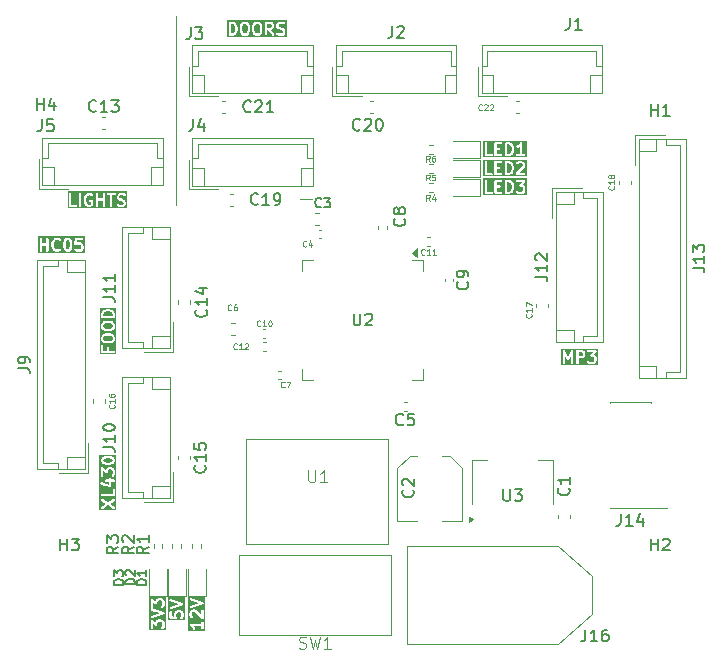
<source format=gbr>
%TF.GenerationSoftware,KiCad,Pcbnew,9.0.0-9.0.0-2~ubuntu24.04.1*%
%TF.CreationDate,2025-03-20T14:05:47+01:00*%
%TF.ProjectId,PCB_main_unit,5043425f-6d61-4696-9e5f-756e69742e6b,rev?*%
%TF.SameCoordinates,Original*%
%TF.FileFunction,Legend,Top*%
%TF.FilePolarity,Positive*%
%FSLAX46Y46*%
G04 Gerber Fmt 4.6, Leading zero omitted, Abs format (unit mm)*
G04 Created by KiCad (PCBNEW 9.0.0-9.0.0-2~ubuntu24.04.1) date 2025-03-20 14:05:47*
%MOMM*%
%LPD*%
G01*
G04 APERTURE LIST*
%ADD10C,0.100000*%
%ADD11C,0.200000*%
%ADD12C,0.150000*%
%ADD13C,0.125000*%
%ADD14C,0.120000*%
G04 APERTURE END LIST*
D10*
X132000000Y-83000000D02*
X132000000Y-99000000D01*
X142500000Y-98500000D02*
X143500000Y-98500000D01*
D11*
G36*
X134478330Y-135075770D02*
G01*
X133056108Y-135075770D01*
X133056108Y-134579836D01*
X133167219Y-134579836D01*
X133169140Y-134589441D01*
X133169140Y-134599240D01*
X133172929Y-134608388D01*
X133174871Y-134618096D01*
X133180322Y-134626236D01*
X133184072Y-134635288D01*
X133191071Y-134642287D01*
X133196582Y-134650516D01*
X133211588Y-134662804D01*
X133211662Y-134662878D01*
X133211694Y-134662891D01*
X133211749Y-134662936D01*
X133346365Y-134752680D01*
X133423129Y-134829444D01*
X133463490Y-134910166D01*
X133473933Y-134926756D01*
X133503410Y-134952321D01*
X133540426Y-134964659D01*
X133579346Y-134961894D01*
X133614244Y-134944445D01*
X133639809Y-134914968D01*
X133652148Y-134877952D01*
X133649382Y-134839032D01*
X133642376Y-134820723D01*
X133594757Y-134725486D01*
X133589470Y-134717087D01*
X133588461Y-134714650D01*
X133586209Y-134711906D01*
X133584314Y-134708895D01*
X133582316Y-134707162D01*
X133576025Y-134699496D01*
X133556260Y-134679731D01*
X134167219Y-134679731D01*
X134167219Y-134865445D01*
X134169140Y-134884954D01*
X134184072Y-134921002D01*
X134211662Y-134948592D01*
X134247710Y-134963524D01*
X134286728Y-134963524D01*
X134322776Y-134948592D01*
X134350366Y-134921002D01*
X134365298Y-134884954D01*
X134367219Y-134865445D01*
X134367219Y-134294017D01*
X134365298Y-134274508D01*
X134350366Y-134238460D01*
X134322776Y-134210870D01*
X134286728Y-134195938D01*
X134247710Y-134195938D01*
X134211662Y-134210870D01*
X134184072Y-134238460D01*
X134169140Y-134274508D01*
X134167219Y-134294017D01*
X134167219Y-134479731D01*
X133267219Y-134479731D01*
X133267148Y-134479737D01*
X133267114Y-134479731D01*
X133267012Y-134479751D01*
X133247710Y-134481652D01*
X133238561Y-134485441D01*
X133228854Y-134487383D01*
X133220713Y-134492834D01*
X133211662Y-134496584D01*
X133204662Y-134503583D01*
X133196434Y-134509094D01*
X133190998Y-134517247D01*
X133184072Y-134524174D01*
X133180283Y-134533320D01*
X133174791Y-134541559D01*
X133172889Y-134551169D01*
X133169140Y-134560222D01*
X133169140Y-134570125D01*
X133167219Y-134579836D01*
X133056108Y-134579836D01*
X133056108Y-133532112D01*
X133167219Y-133532112D01*
X133167219Y-133770207D01*
X133169140Y-133789716D01*
X133170515Y-133793036D01*
X133170770Y-133796620D01*
X133177776Y-133814928D01*
X133225395Y-133910166D01*
X133230680Y-133918562D01*
X133231691Y-133921002D01*
X133233944Y-133923748D01*
X133235838Y-133926756D01*
X133237832Y-133928485D01*
X133244127Y-133936156D01*
X133291746Y-133983774D01*
X133306899Y-133996211D01*
X133342948Y-134011142D01*
X133381966Y-134011142D01*
X133418014Y-133996211D01*
X133445604Y-133968621D01*
X133460535Y-133932573D01*
X133460535Y-133893555D01*
X133445604Y-133857506D01*
X133433167Y-133842353D01*
X133397024Y-133806209D01*
X133367219Y-133746599D01*
X133367219Y-133555719D01*
X133397024Y-133496109D01*
X133421692Y-133471440D01*
X133481302Y-133441636D01*
X133536706Y-133441636D01*
X133641770Y-133476657D01*
X134196508Y-134031394D01*
X134211662Y-134043830D01*
X134247710Y-134058762D01*
X134286728Y-134058762D01*
X134322776Y-134043830D01*
X134350366Y-134016240D01*
X134365298Y-133980192D01*
X134367219Y-133960683D01*
X134367219Y-133341636D01*
X134365298Y-133322127D01*
X134350366Y-133286079D01*
X134322776Y-133258489D01*
X134286728Y-133243557D01*
X134247710Y-133243557D01*
X134211662Y-133258489D01*
X134184072Y-133286079D01*
X134169140Y-133322127D01*
X134167219Y-133341636D01*
X134167219Y-133719261D01*
X133766501Y-133318544D01*
X133751347Y-133306108D01*
X133748028Y-133304733D01*
X133745313Y-133302378D01*
X133727412Y-133294387D01*
X133584556Y-133246768D01*
X133574884Y-133244568D01*
X133572442Y-133243557D01*
X133568903Y-133243208D01*
X133565440Y-133242421D01*
X133562806Y-133242608D01*
X133552933Y-133241636D01*
X133457695Y-133241636D01*
X133438186Y-133243557D01*
X133434865Y-133244932D01*
X133431282Y-133245187D01*
X133412973Y-133252193D01*
X133317736Y-133299812D01*
X133309339Y-133305097D01*
X133306899Y-133306108D01*
X133304153Y-133308361D01*
X133301145Y-133310255D01*
X133299412Y-133312252D01*
X133291746Y-133318545D01*
X133244127Y-133366163D01*
X133237832Y-133373833D01*
X133235838Y-133375563D01*
X133233944Y-133378570D01*
X133231691Y-133381317D01*
X133230680Y-133383756D01*
X133225395Y-133392153D01*
X133177776Y-133487391D01*
X133170770Y-133505699D01*
X133170515Y-133509282D01*
X133169140Y-133512603D01*
X133167219Y-133532112D01*
X133056108Y-133532112D01*
X133056108Y-132376748D01*
X133168004Y-132376748D01*
X133170770Y-132415668D01*
X133188220Y-132450567D01*
X133217696Y-132476132D01*
X133235596Y-132484123D01*
X133950991Y-132722588D01*
X133235596Y-132961053D01*
X133217696Y-132969044D01*
X133188220Y-132994609D01*
X133170770Y-133029508D01*
X133168004Y-133068428D01*
X133180342Y-133105444D01*
X133205907Y-133134920D01*
X133240806Y-133152370D01*
X133279726Y-133155136D01*
X133298842Y-133150789D01*
X134298841Y-132817456D01*
X134316742Y-132809465D01*
X134322143Y-132804780D01*
X134328530Y-132801587D01*
X134336742Y-132792118D01*
X134346218Y-132783900D01*
X134349413Y-132777508D01*
X134354095Y-132772111D01*
X134358061Y-132760213D01*
X134363667Y-132749001D01*
X134364173Y-132741876D01*
X134366434Y-132735095D01*
X134365544Y-132722588D01*
X134366434Y-132710081D01*
X134364173Y-132703299D01*
X134363667Y-132696175D01*
X134358061Y-132684962D01*
X134354095Y-132673065D01*
X134349413Y-132667667D01*
X134346218Y-132661276D01*
X134336742Y-132653057D01*
X134328530Y-132643589D01*
X134322143Y-132640395D01*
X134316742Y-132635711D01*
X134298841Y-132627720D01*
X133298842Y-132294387D01*
X133279726Y-132290040D01*
X133240806Y-132292806D01*
X133205907Y-132310256D01*
X133180342Y-132339732D01*
X133168004Y-132376748D01*
X133056108Y-132376748D01*
X133056108Y-132178929D01*
X134478330Y-132178929D01*
X134478330Y-135075770D01*
G37*
G36*
X160310891Y-97102240D02*
G01*
X160377964Y-97169313D01*
X160413416Y-97240218D01*
X160455387Y-97408099D01*
X160455387Y-97526337D01*
X160413416Y-97694218D01*
X160377963Y-97765124D01*
X160310892Y-97832197D01*
X160205827Y-97867219D01*
X160083959Y-97867219D01*
X160083959Y-97067219D01*
X160205827Y-97067219D01*
X160310891Y-97102240D01*
G37*
G36*
X161718879Y-98178330D02*
G01*
X158058562Y-98178330D01*
X158058562Y-96967219D01*
X158169673Y-96967219D01*
X158169673Y-97967219D01*
X158171594Y-97986728D01*
X158186526Y-98022776D01*
X158214116Y-98050366D01*
X158250164Y-98065298D01*
X158269673Y-98067219D01*
X158745863Y-98067219D01*
X158765372Y-98065298D01*
X158801420Y-98050366D01*
X158829010Y-98022776D01*
X158843942Y-97986728D01*
X158843942Y-97947710D01*
X158829010Y-97911662D01*
X158801420Y-97884072D01*
X158765372Y-97869140D01*
X158745863Y-97867219D01*
X158369673Y-97867219D01*
X158369673Y-96967219D01*
X158979197Y-96967219D01*
X158979197Y-97967219D01*
X158981118Y-97986728D01*
X158996050Y-98022776D01*
X159023640Y-98050366D01*
X159059688Y-98065298D01*
X159079197Y-98067219D01*
X159555387Y-98067219D01*
X159574896Y-98065298D01*
X159610944Y-98050366D01*
X159638534Y-98022776D01*
X159653466Y-97986728D01*
X159653466Y-97947710D01*
X159638534Y-97911662D01*
X159610944Y-97884072D01*
X159574896Y-97869140D01*
X159555387Y-97867219D01*
X159179197Y-97867219D01*
X159179197Y-97543409D01*
X159412530Y-97543409D01*
X159432039Y-97541488D01*
X159468087Y-97526556D01*
X159495677Y-97498966D01*
X159510609Y-97462918D01*
X159510609Y-97423900D01*
X159495677Y-97387852D01*
X159468087Y-97360262D01*
X159432039Y-97345330D01*
X159412530Y-97343409D01*
X159179197Y-97343409D01*
X159179197Y-97067219D01*
X159555387Y-97067219D01*
X159574896Y-97065298D01*
X159610944Y-97050366D01*
X159638534Y-97022776D01*
X159653466Y-96986728D01*
X159653466Y-96967219D01*
X159883959Y-96967219D01*
X159883959Y-97967219D01*
X159885880Y-97986728D01*
X159900812Y-98022776D01*
X159928402Y-98050366D01*
X159964450Y-98065298D01*
X159983959Y-98067219D01*
X160222054Y-98067219D01*
X160231927Y-98066246D01*
X160234561Y-98066434D01*
X160238024Y-98065646D01*
X160241563Y-98065298D01*
X160244005Y-98064286D01*
X160253677Y-98062087D01*
X160396533Y-98014468D01*
X160414434Y-98006477D01*
X160417149Y-98004122D01*
X160420469Y-98002747D01*
X160435622Y-97990310D01*
X160530860Y-97895071D01*
X160537152Y-97887404D01*
X160539149Y-97885673D01*
X160541042Y-97882665D01*
X160543297Y-97879918D01*
X160544308Y-97877476D01*
X160549592Y-97869082D01*
X160597211Y-97773845D01*
X160597757Y-97772416D01*
X160598187Y-97771837D01*
X160601108Y-97763660D01*
X160604217Y-97755536D01*
X160604268Y-97754815D01*
X160604782Y-97753377D01*
X160652401Y-97562901D01*
X160652901Y-97559519D01*
X160653466Y-97558156D01*
X160654189Y-97550805D01*
X160655269Y-97543508D01*
X160655051Y-97542049D01*
X160655387Y-97538647D01*
X160655387Y-97395790D01*
X160655051Y-97392387D01*
X160655269Y-97390929D01*
X160654189Y-97383631D01*
X160653466Y-97376281D01*
X160652901Y-97374917D01*
X160652401Y-97371536D01*
X160604782Y-97181060D01*
X160604268Y-97179621D01*
X160604217Y-97178901D01*
X160601108Y-97170776D01*
X160598187Y-97162600D01*
X160597757Y-97162020D01*
X160597211Y-97160592D01*
X160549592Y-97065355D01*
X160544305Y-97056956D01*
X160543296Y-97054519D01*
X160541044Y-97051775D01*
X160539149Y-97048764D01*
X160537151Y-97047031D01*
X160530860Y-97039365D01*
X160439205Y-96947710D01*
X160790642Y-96947710D01*
X160790642Y-96986728D01*
X160805574Y-97022776D01*
X160833164Y-97050366D01*
X160869212Y-97065298D01*
X160888721Y-97067219D01*
X161287391Y-97067219D01*
X161099177Y-97282321D01*
X161093147Y-97290754D01*
X161091288Y-97292614D01*
X161090557Y-97294377D01*
X161087776Y-97298268D01*
X161082571Y-97313656D01*
X161076356Y-97328662D01*
X161076356Y-97332035D01*
X161075276Y-97335229D01*
X161076356Y-97351431D01*
X161076356Y-97367680D01*
X161077646Y-97370795D01*
X161077871Y-97374161D01*
X161085071Y-97388721D01*
X161091288Y-97403728D01*
X161093672Y-97406112D01*
X161095168Y-97409136D01*
X161107393Y-97419833D01*
X161118878Y-97431318D01*
X161121992Y-97432608D01*
X161124532Y-97434830D01*
X161139920Y-97440034D01*
X161154926Y-97446250D01*
X161159685Y-97446718D01*
X161161493Y-97447330D01*
X161164117Y-97447155D01*
X161174435Y-97448171D01*
X161293685Y-97448171D01*
X161353294Y-97477976D01*
X161377963Y-97502644D01*
X161407768Y-97562254D01*
X161407768Y-97753135D01*
X161377963Y-97812743D01*
X161353294Y-97837413D01*
X161293685Y-97867219D01*
X161055185Y-97867219D01*
X160995575Y-97837414D01*
X160959432Y-97801270D01*
X160944279Y-97788833D01*
X160908231Y-97773902D01*
X160869213Y-97773901D01*
X160833164Y-97788832D01*
X160805574Y-97816422D01*
X160790643Y-97852470D01*
X160790642Y-97891488D01*
X160805573Y-97927537D01*
X160818010Y-97942690D01*
X160865628Y-97990310D01*
X160873296Y-97996603D01*
X160875028Y-97998600D01*
X160878036Y-98000493D01*
X160880782Y-98002747D01*
X160883222Y-98003757D01*
X160891619Y-98009043D01*
X160986856Y-98056662D01*
X161005165Y-98063668D01*
X161008748Y-98063922D01*
X161012069Y-98065298D01*
X161031578Y-98067219D01*
X161317292Y-98067219D01*
X161336801Y-98065298D01*
X161340121Y-98063922D01*
X161343705Y-98063668D01*
X161362013Y-98056662D01*
X161457251Y-98009043D01*
X161465646Y-98003758D01*
X161468088Y-98002747D01*
X161470835Y-98000491D01*
X161473841Y-97998600D01*
X161475571Y-97996605D01*
X161483241Y-97990310D01*
X161530860Y-97942690D01*
X161537152Y-97935023D01*
X161539149Y-97933292D01*
X161541042Y-97930284D01*
X161543297Y-97927537D01*
X161544308Y-97925095D01*
X161549592Y-97916701D01*
X161597211Y-97821464D01*
X161604217Y-97803155D01*
X161604471Y-97799571D01*
X161605847Y-97796251D01*
X161607768Y-97776742D01*
X161607768Y-97538647D01*
X161605847Y-97519138D01*
X161604471Y-97515817D01*
X161604217Y-97512234D01*
X161597211Y-97493925D01*
X161549592Y-97398688D01*
X161544306Y-97390291D01*
X161543296Y-97387851D01*
X161541042Y-97385105D01*
X161539149Y-97382097D01*
X161537151Y-97380364D01*
X161530859Y-97372698D01*
X161483241Y-97325079D01*
X161475570Y-97318784D01*
X161473841Y-97316790D01*
X161470833Y-97314896D01*
X161468087Y-97312643D01*
X161465647Y-97311632D01*
X161457251Y-97306347D01*
X161378403Y-97266923D01*
X161583026Y-97033069D01*
X161589055Y-97024635D01*
X161590915Y-97022776D01*
X161591645Y-97021012D01*
X161594427Y-97017122D01*
X161599631Y-97001733D01*
X161605847Y-96986728D01*
X161605847Y-96983354D01*
X161606927Y-96980161D01*
X161605847Y-96963958D01*
X161605847Y-96947710D01*
X161604556Y-96944594D01*
X161604332Y-96941229D01*
X161597129Y-96926663D01*
X161590915Y-96911662D01*
X161588531Y-96909278D01*
X161587036Y-96906254D01*
X161574802Y-96895549D01*
X161563325Y-96884072D01*
X161560211Y-96882782D01*
X161557672Y-96880560D01*
X161542280Y-96875354D01*
X161527277Y-96869140D01*
X161522517Y-96868671D01*
X161520710Y-96868060D01*
X161518085Y-96868234D01*
X161507768Y-96867219D01*
X160888721Y-96867219D01*
X160869212Y-96869140D01*
X160833164Y-96884072D01*
X160805574Y-96911662D01*
X160790642Y-96947710D01*
X160439205Y-96947710D01*
X160435622Y-96944127D01*
X160420468Y-96931691D01*
X160417149Y-96930316D01*
X160414434Y-96927961D01*
X160396533Y-96919970D01*
X160253677Y-96872351D01*
X160244005Y-96870151D01*
X160241563Y-96869140D01*
X160238024Y-96868791D01*
X160234561Y-96868004D01*
X160231927Y-96868191D01*
X160222054Y-96867219D01*
X159983959Y-96867219D01*
X159964450Y-96869140D01*
X159928402Y-96884072D01*
X159900812Y-96911662D01*
X159885880Y-96947710D01*
X159883959Y-96967219D01*
X159653466Y-96967219D01*
X159653466Y-96947710D01*
X159638534Y-96911662D01*
X159610944Y-96884072D01*
X159574896Y-96869140D01*
X159555387Y-96867219D01*
X159079197Y-96867219D01*
X159059688Y-96869140D01*
X159023640Y-96884072D01*
X158996050Y-96911662D01*
X158981118Y-96947710D01*
X158979197Y-96967219D01*
X158369673Y-96967219D01*
X158367752Y-96947710D01*
X158352820Y-96911662D01*
X158325230Y-96884072D01*
X158289182Y-96869140D01*
X158250164Y-96869140D01*
X158214116Y-96884072D01*
X158186526Y-96911662D01*
X158171594Y-96947710D01*
X158169673Y-96967219D01*
X158058562Y-96967219D01*
X158058562Y-96756108D01*
X161718879Y-96756108D01*
X161718879Y-98178330D01*
G37*
G36*
X160298391Y-95502240D02*
G01*
X160365464Y-95569313D01*
X160400916Y-95640218D01*
X160442887Y-95808099D01*
X160442887Y-95926337D01*
X160400916Y-96094218D01*
X160365463Y-96165124D01*
X160298392Y-96232197D01*
X160193327Y-96267219D01*
X160071459Y-96267219D01*
X160071459Y-95467219D01*
X160193327Y-95467219D01*
X160298391Y-95502240D01*
G37*
G36*
X161706379Y-96578330D02*
G01*
X158046062Y-96578330D01*
X158046062Y-95367219D01*
X158157173Y-95367219D01*
X158157173Y-96367219D01*
X158159094Y-96386728D01*
X158174026Y-96422776D01*
X158201616Y-96450366D01*
X158237664Y-96465298D01*
X158257173Y-96467219D01*
X158733363Y-96467219D01*
X158752872Y-96465298D01*
X158788920Y-96450366D01*
X158816510Y-96422776D01*
X158831442Y-96386728D01*
X158831442Y-96347710D01*
X158816510Y-96311662D01*
X158788920Y-96284072D01*
X158752872Y-96269140D01*
X158733363Y-96267219D01*
X158357173Y-96267219D01*
X158357173Y-95367219D01*
X158966697Y-95367219D01*
X158966697Y-96367219D01*
X158968618Y-96386728D01*
X158983550Y-96422776D01*
X159011140Y-96450366D01*
X159047188Y-96465298D01*
X159066697Y-96467219D01*
X159542887Y-96467219D01*
X159562396Y-96465298D01*
X159598444Y-96450366D01*
X159626034Y-96422776D01*
X159640966Y-96386728D01*
X159640966Y-96347710D01*
X159626034Y-96311662D01*
X159598444Y-96284072D01*
X159562396Y-96269140D01*
X159542887Y-96267219D01*
X159166697Y-96267219D01*
X159166697Y-95943409D01*
X159400030Y-95943409D01*
X159419539Y-95941488D01*
X159455587Y-95926556D01*
X159483177Y-95898966D01*
X159498109Y-95862918D01*
X159498109Y-95823900D01*
X159483177Y-95787852D01*
X159455587Y-95760262D01*
X159419539Y-95745330D01*
X159400030Y-95743409D01*
X159166697Y-95743409D01*
X159166697Y-95467219D01*
X159542887Y-95467219D01*
X159562396Y-95465298D01*
X159598444Y-95450366D01*
X159626034Y-95422776D01*
X159640966Y-95386728D01*
X159640966Y-95367219D01*
X159871459Y-95367219D01*
X159871459Y-96367219D01*
X159873380Y-96386728D01*
X159888312Y-96422776D01*
X159915902Y-96450366D01*
X159951950Y-96465298D01*
X159971459Y-96467219D01*
X160209554Y-96467219D01*
X160219427Y-96466246D01*
X160222061Y-96466434D01*
X160225524Y-96465646D01*
X160229063Y-96465298D01*
X160231505Y-96464286D01*
X160241177Y-96462087D01*
X160384033Y-96414468D01*
X160401934Y-96406477D01*
X160404649Y-96404122D01*
X160407969Y-96402747D01*
X160423122Y-96390310D01*
X160465722Y-96347710D01*
X160778142Y-96347710D01*
X160778142Y-96386728D01*
X160793074Y-96422776D01*
X160820664Y-96450366D01*
X160856712Y-96465298D01*
X160876221Y-96467219D01*
X161495268Y-96467219D01*
X161514777Y-96465298D01*
X161550825Y-96450366D01*
X161578415Y-96422776D01*
X161593347Y-96386728D01*
X161593347Y-96347710D01*
X161578415Y-96311662D01*
X161550825Y-96284072D01*
X161514777Y-96269140D01*
X161495268Y-96267219D01*
X161117643Y-96267219D01*
X161518360Y-95866501D01*
X161530796Y-95851347D01*
X161532170Y-95848028D01*
X161534526Y-95845313D01*
X161542517Y-95827413D01*
X161590136Y-95684556D01*
X161592335Y-95674883D01*
X161593347Y-95672442D01*
X161593695Y-95668904D01*
X161594483Y-95665441D01*
X161594295Y-95662806D01*
X161595268Y-95652933D01*
X161595268Y-95557695D01*
X161593347Y-95538186D01*
X161591971Y-95534865D01*
X161591717Y-95531282D01*
X161584711Y-95512973D01*
X161537092Y-95417736D01*
X161531806Y-95409339D01*
X161530796Y-95406899D01*
X161528542Y-95404153D01*
X161526649Y-95401145D01*
X161524651Y-95399412D01*
X161518359Y-95391746D01*
X161470741Y-95344127D01*
X161463070Y-95337832D01*
X161461341Y-95335838D01*
X161458333Y-95333944D01*
X161455587Y-95331691D01*
X161453147Y-95330680D01*
X161444751Y-95325395D01*
X161349513Y-95277776D01*
X161331205Y-95270770D01*
X161327621Y-95270515D01*
X161324301Y-95269140D01*
X161304792Y-95267219D01*
X161066697Y-95267219D01*
X161047188Y-95269140D01*
X161043867Y-95270515D01*
X161040284Y-95270770D01*
X161021975Y-95277776D01*
X160926738Y-95325395D01*
X160918341Y-95330680D01*
X160915901Y-95331691D01*
X160913155Y-95333944D01*
X160910147Y-95335838D01*
X160908414Y-95337835D01*
X160900748Y-95344128D01*
X160853129Y-95391746D01*
X160840693Y-95406900D01*
X160825761Y-95442948D01*
X160825761Y-95481966D01*
X160840693Y-95518014D01*
X160868283Y-95545604D01*
X160904331Y-95560536D01*
X160943349Y-95560536D01*
X160979397Y-95545604D01*
X160994551Y-95533168D01*
X161030694Y-95497023D01*
X161090304Y-95467219D01*
X161281185Y-95467219D01*
X161340794Y-95497024D01*
X161365463Y-95521692D01*
X161395268Y-95581302D01*
X161395268Y-95636706D01*
X161360246Y-95741770D01*
X160805510Y-96296508D01*
X160793074Y-96311662D01*
X160778142Y-96347710D01*
X160465722Y-96347710D01*
X160518360Y-96295071D01*
X160524652Y-96287404D01*
X160526649Y-96285673D01*
X160528542Y-96282665D01*
X160530797Y-96279918D01*
X160531808Y-96277476D01*
X160537092Y-96269082D01*
X160584711Y-96173845D01*
X160585257Y-96172416D01*
X160585687Y-96171837D01*
X160588608Y-96163660D01*
X160591717Y-96155536D01*
X160591768Y-96154815D01*
X160592282Y-96153377D01*
X160639901Y-95962901D01*
X160640401Y-95959519D01*
X160640966Y-95958156D01*
X160641689Y-95950805D01*
X160642769Y-95943508D01*
X160642551Y-95942049D01*
X160642887Y-95938647D01*
X160642887Y-95795790D01*
X160642551Y-95792387D01*
X160642769Y-95790929D01*
X160641689Y-95783631D01*
X160640966Y-95776281D01*
X160640401Y-95774917D01*
X160639901Y-95771536D01*
X160592282Y-95581060D01*
X160591768Y-95579621D01*
X160591717Y-95578901D01*
X160588608Y-95570776D01*
X160585687Y-95562600D01*
X160585257Y-95562020D01*
X160584711Y-95560592D01*
X160537092Y-95465355D01*
X160531805Y-95456956D01*
X160530796Y-95454519D01*
X160528544Y-95451775D01*
X160526649Y-95448764D01*
X160524651Y-95447031D01*
X160518360Y-95439365D01*
X160423122Y-95344127D01*
X160407968Y-95331691D01*
X160404649Y-95330316D01*
X160401934Y-95327961D01*
X160384033Y-95319970D01*
X160241177Y-95272351D01*
X160231505Y-95270151D01*
X160229063Y-95269140D01*
X160225524Y-95268791D01*
X160222061Y-95268004D01*
X160219427Y-95268191D01*
X160209554Y-95267219D01*
X159971459Y-95267219D01*
X159951950Y-95269140D01*
X159915902Y-95284072D01*
X159888312Y-95311662D01*
X159873380Y-95347710D01*
X159871459Y-95367219D01*
X159640966Y-95367219D01*
X159640966Y-95347710D01*
X159626034Y-95311662D01*
X159598444Y-95284072D01*
X159562396Y-95269140D01*
X159542887Y-95267219D01*
X159066697Y-95267219D01*
X159047188Y-95269140D01*
X159011140Y-95284072D01*
X158983550Y-95311662D01*
X158968618Y-95347710D01*
X158966697Y-95367219D01*
X158357173Y-95367219D01*
X158355252Y-95347710D01*
X158340320Y-95311662D01*
X158312730Y-95284072D01*
X158276682Y-95269140D01*
X158237664Y-95269140D01*
X158201616Y-95284072D01*
X158174026Y-95311662D01*
X158159094Y-95347710D01*
X158157173Y-95367219D01*
X158046062Y-95367219D01*
X158046062Y-95156108D01*
X161706379Y-95156108D01*
X161706379Y-96578330D01*
G37*
G36*
X132778330Y-134176089D02*
G01*
X131356108Y-134176089D01*
X131356108Y-133441636D01*
X131467219Y-133441636D01*
X131467219Y-133917826D01*
X131467929Y-133925042D01*
X131467686Y-133927479D01*
X131468403Y-133929857D01*
X131469140Y-133937335D01*
X131474736Y-133950844D01*
X131478957Y-133964834D01*
X131482144Y-133968730D01*
X131484072Y-133973383D01*
X131494408Y-133983719D01*
X131503664Y-133995032D01*
X131508101Y-133997412D01*
X131511662Y-134000973D01*
X131525167Y-134006567D01*
X131538048Y-134013477D01*
X131545412Y-134014953D01*
X131547710Y-134015905D01*
X131550160Y-134015905D01*
X131557269Y-134017330D01*
X132033459Y-134064949D01*
X132053062Y-134064978D01*
X132057884Y-134063523D01*
X132062918Y-134063523D01*
X132076422Y-134057929D01*
X132090417Y-134053707D01*
X132094313Y-134050519D01*
X132098966Y-134048592D01*
X132109302Y-134038255D01*
X132120615Y-134029000D01*
X132122995Y-134024562D01*
X132126556Y-134021002D01*
X132132148Y-134007499D01*
X132139060Y-133994616D01*
X132139561Y-133989603D01*
X132141487Y-133984954D01*
X132141487Y-133970343D01*
X132142942Y-133955792D01*
X132141487Y-133950969D01*
X132141487Y-133945936D01*
X132135893Y-133932430D01*
X132131671Y-133918437D01*
X132128483Y-133914541D01*
X132126556Y-133909887D01*
X132114119Y-133894734D01*
X132077976Y-133858590D01*
X132048171Y-133798980D01*
X132048171Y-133608100D01*
X132077976Y-133548490D01*
X132102644Y-133523821D01*
X132162254Y-133494017D01*
X132353135Y-133494017D01*
X132412746Y-133523823D01*
X132437414Y-133548490D01*
X132467219Y-133608100D01*
X132467219Y-133798981D01*
X132437414Y-133858590D01*
X132401270Y-133894734D01*
X132388833Y-133909887D01*
X132373902Y-133945935D01*
X132373901Y-133984953D01*
X132388832Y-134021002D01*
X132416422Y-134048592D01*
X132452470Y-134063523D01*
X132491488Y-134063524D01*
X132527537Y-134048593D01*
X132542690Y-134036156D01*
X132590310Y-133988538D01*
X132596603Y-133980869D01*
X132598600Y-133979138D01*
X132600493Y-133976129D01*
X132602747Y-133973384D01*
X132603757Y-133970943D01*
X132609043Y-133962547D01*
X132656662Y-133867310D01*
X132663668Y-133849001D01*
X132663922Y-133845417D01*
X132665298Y-133842097D01*
X132667219Y-133822588D01*
X132667219Y-133584493D01*
X132665298Y-133564984D01*
X132663922Y-133561663D01*
X132663668Y-133558080D01*
X132656662Y-133539771D01*
X132609043Y-133444534D01*
X132603757Y-133436137D01*
X132602747Y-133433697D01*
X132600493Y-133430951D01*
X132598600Y-133427943D01*
X132596603Y-133426211D01*
X132590310Y-133418543D01*
X132542690Y-133370925D01*
X132535020Y-133364630D01*
X132533291Y-133362636D01*
X132530286Y-133360744D01*
X132527537Y-133358488D01*
X132525093Y-133357476D01*
X132516701Y-133352193D01*
X132421463Y-133304574D01*
X132403155Y-133297568D01*
X132399571Y-133297313D01*
X132396251Y-133295938D01*
X132376742Y-133294017D01*
X132138647Y-133294017D01*
X132119138Y-133295938D01*
X132115817Y-133297313D01*
X132112234Y-133297568D01*
X132093925Y-133304574D01*
X131998688Y-133352193D01*
X131990291Y-133357478D01*
X131987851Y-133358489D01*
X131985105Y-133360742D01*
X131982097Y-133362636D01*
X131980364Y-133364633D01*
X131972698Y-133370926D01*
X131925079Y-133418544D01*
X131918784Y-133426214D01*
X131916790Y-133427944D01*
X131914896Y-133430951D01*
X131912643Y-133433698D01*
X131911632Y-133436137D01*
X131906347Y-133444534D01*
X131858728Y-133539772D01*
X131851722Y-133558080D01*
X131851467Y-133561663D01*
X131850092Y-133564984D01*
X131848171Y-133584493D01*
X131848171Y-133822588D01*
X131850092Y-133842097D01*
X131851467Y-133845417D01*
X131851491Y-133845754D01*
X131667219Y-133827327D01*
X131667219Y-133441636D01*
X131665298Y-133422127D01*
X131650366Y-133386079D01*
X131622776Y-133358489D01*
X131586728Y-133343557D01*
X131547710Y-133343557D01*
X131511662Y-133358489D01*
X131484072Y-133386079D01*
X131469140Y-133422127D01*
X131467219Y-133441636D01*
X131356108Y-133441636D01*
X131356108Y-132429129D01*
X131468004Y-132429129D01*
X131470770Y-132468049D01*
X131488220Y-132502948D01*
X131517696Y-132528513D01*
X131535596Y-132536504D01*
X132250991Y-132774969D01*
X131535596Y-133013434D01*
X131517696Y-133021425D01*
X131488220Y-133046990D01*
X131470770Y-133081889D01*
X131468004Y-133120809D01*
X131480342Y-133157825D01*
X131505907Y-133187301D01*
X131540806Y-133204751D01*
X131579726Y-133207517D01*
X131598842Y-133203170D01*
X132598841Y-132869837D01*
X132616742Y-132861846D01*
X132622143Y-132857161D01*
X132628530Y-132853968D01*
X132636742Y-132844499D01*
X132646218Y-132836281D01*
X132649413Y-132829889D01*
X132654095Y-132824492D01*
X132658061Y-132812594D01*
X132663667Y-132801382D01*
X132664173Y-132794257D01*
X132666434Y-132787476D01*
X132665544Y-132774969D01*
X132666434Y-132762462D01*
X132664173Y-132755680D01*
X132663667Y-132748556D01*
X132658061Y-132737343D01*
X132654095Y-132725446D01*
X132649413Y-132720048D01*
X132646218Y-132713657D01*
X132636742Y-132705438D01*
X132628530Y-132695970D01*
X132622143Y-132692776D01*
X132616742Y-132688092D01*
X132598841Y-132680101D01*
X131598842Y-132346768D01*
X131579726Y-132342421D01*
X131540806Y-132345187D01*
X131505907Y-132362637D01*
X131480342Y-132392113D01*
X131468004Y-132429129D01*
X131356108Y-132429129D01*
X131356108Y-132231310D01*
X132778330Y-132231310D01*
X132778330Y-134176089D01*
G37*
G36*
X131178330Y-135022254D02*
G01*
X129756108Y-135022254D01*
X129756108Y-134194017D01*
X129867219Y-134194017D01*
X129867219Y-134813064D01*
X129869140Y-134832573D01*
X129884072Y-134868621D01*
X129911662Y-134896211D01*
X129947710Y-134911143D01*
X129986728Y-134911143D01*
X130022776Y-134896211D01*
X130050366Y-134868621D01*
X130065298Y-134832573D01*
X130067219Y-134813064D01*
X130067219Y-134414393D01*
X130282321Y-134602608D01*
X130290754Y-134608637D01*
X130292614Y-134610497D01*
X130294377Y-134611227D01*
X130298268Y-134614009D01*
X130313656Y-134619213D01*
X130328662Y-134625429D01*
X130332036Y-134625429D01*
X130335229Y-134626509D01*
X130351432Y-134625429D01*
X130367680Y-134625429D01*
X130370795Y-134624138D01*
X130374161Y-134623914D01*
X130388726Y-134616711D01*
X130403728Y-134610497D01*
X130406111Y-134608113D01*
X130409136Y-134606618D01*
X130419840Y-134594384D01*
X130431318Y-134582907D01*
X130432607Y-134579793D01*
X130434830Y-134577254D01*
X130440035Y-134561862D01*
X130446250Y-134546859D01*
X130446718Y-134542099D01*
X130447330Y-134540292D01*
X130447155Y-134537667D01*
X130448171Y-134527350D01*
X130448171Y-134408100D01*
X130477976Y-134348490D01*
X130502644Y-134323821D01*
X130562254Y-134294017D01*
X130753135Y-134294017D01*
X130812746Y-134323823D01*
X130837414Y-134348490D01*
X130867219Y-134408100D01*
X130867219Y-134646600D01*
X130837414Y-134706209D01*
X130801270Y-134742353D01*
X130788833Y-134757506D01*
X130773902Y-134793554D01*
X130773901Y-134832572D01*
X130788832Y-134868621D01*
X130816422Y-134896211D01*
X130852470Y-134911142D01*
X130891488Y-134911143D01*
X130927537Y-134896212D01*
X130942690Y-134883775D01*
X130990310Y-134836157D01*
X130996603Y-134828488D01*
X130998600Y-134826757D01*
X131000493Y-134823748D01*
X131002747Y-134821003D01*
X131003757Y-134818562D01*
X131009043Y-134810166D01*
X131056662Y-134714929D01*
X131063668Y-134696620D01*
X131063922Y-134693036D01*
X131065298Y-134689716D01*
X131067219Y-134670207D01*
X131067219Y-134384493D01*
X131065298Y-134364984D01*
X131063922Y-134361663D01*
X131063668Y-134358080D01*
X131056662Y-134339771D01*
X131009043Y-134244534D01*
X131003757Y-134236137D01*
X131002747Y-134233697D01*
X131000493Y-134230951D01*
X130998600Y-134227943D01*
X130996603Y-134226211D01*
X130990310Y-134218543D01*
X130942690Y-134170925D01*
X130935020Y-134164630D01*
X130933291Y-134162636D01*
X130930286Y-134160744D01*
X130927537Y-134158488D01*
X130925093Y-134157476D01*
X130916701Y-134152193D01*
X130821463Y-134104574D01*
X130803155Y-134097568D01*
X130799571Y-134097313D01*
X130796251Y-134095938D01*
X130776742Y-134094017D01*
X130538647Y-134094017D01*
X130519138Y-134095938D01*
X130515817Y-134097313D01*
X130512234Y-134097568D01*
X130493925Y-134104574D01*
X130398688Y-134152193D01*
X130390291Y-134157478D01*
X130387851Y-134158489D01*
X130385105Y-134160742D01*
X130382097Y-134162636D01*
X130380364Y-134164633D01*
X130372698Y-134170926D01*
X130325079Y-134218544D01*
X130318784Y-134226214D01*
X130316790Y-134227944D01*
X130314896Y-134230951D01*
X130312643Y-134233698D01*
X130311632Y-134236137D01*
X130306347Y-134244534D01*
X130266923Y-134323381D01*
X130033069Y-134118759D01*
X130024635Y-134112729D01*
X130022776Y-134110870D01*
X130021012Y-134110139D01*
X130017122Y-134107358D01*
X130001733Y-134102153D01*
X129986728Y-134095938D01*
X129983354Y-134095938D01*
X129980161Y-134094858D01*
X129963958Y-134095938D01*
X129947710Y-134095938D01*
X129944594Y-134097228D01*
X129941229Y-134097453D01*
X129926668Y-134104653D01*
X129911662Y-134110870D01*
X129909277Y-134113254D01*
X129906254Y-134114750D01*
X129895556Y-134126975D01*
X129884072Y-134138460D01*
X129882781Y-134141574D01*
X129880560Y-134144114D01*
X129875355Y-134159502D01*
X129869140Y-134174508D01*
X129868671Y-134179267D01*
X129868060Y-134181075D01*
X129868234Y-134183699D01*
X129867219Y-134194017D01*
X129756108Y-134194017D01*
X129756108Y-133229129D01*
X129868004Y-133229129D01*
X129870770Y-133268049D01*
X129888220Y-133302948D01*
X129917696Y-133328513D01*
X129935596Y-133336504D01*
X130650991Y-133574969D01*
X129935596Y-133813434D01*
X129917696Y-133821425D01*
X129888220Y-133846990D01*
X129870770Y-133881889D01*
X129868004Y-133920809D01*
X129880342Y-133957825D01*
X129905907Y-133987301D01*
X129940806Y-134004751D01*
X129979726Y-134007517D01*
X129998842Y-134003170D01*
X130998841Y-133669837D01*
X131016742Y-133661846D01*
X131022143Y-133657161D01*
X131028530Y-133653968D01*
X131036742Y-133644499D01*
X131046218Y-133636281D01*
X131049413Y-133629889D01*
X131054095Y-133624492D01*
X131058061Y-133612594D01*
X131063667Y-133601382D01*
X131064173Y-133594257D01*
X131066434Y-133587476D01*
X131065544Y-133574969D01*
X131066434Y-133562462D01*
X131064173Y-133555680D01*
X131063667Y-133548556D01*
X131058061Y-133537343D01*
X131054095Y-133525446D01*
X131049413Y-133520048D01*
X131046218Y-133513657D01*
X131036742Y-133505438D01*
X131028530Y-133495970D01*
X131022143Y-133492776D01*
X131016742Y-133488092D01*
X130998841Y-133480101D01*
X129998842Y-133146768D01*
X129979726Y-133142421D01*
X129940806Y-133145187D01*
X129905907Y-133162637D01*
X129880342Y-133192113D01*
X129868004Y-133229129D01*
X129756108Y-133229129D01*
X129756108Y-132384493D01*
X129867219Y-132384493D01*
X129867219Y-133003540D01*
X129869140Y-133023049D01*
X129884072Y-133059097D01*
X129911662Y-133086687D01*
X129947710Y-133101619D01*
X129986728Y-133101619D01*
X130022776Y-133086687D01*
X130050366Y-133059097D01*
X130065298Y-133023049D01*
X130067219Y-133003540D01*
X130067219Y-132604869D01*
X130282321Y-132793084D01*
X130290754Y-132799113D01*
X130292614Y-132800973D01*
X130294377Y-132801703D01*
X130298268Y-132804485D01*
X130313656Y-132809689D01*
X130328662Y-132815905D01*
X130332036Y-132815905D01*
X130335229Y-132816985D01*
X130351432Y-132815905D01*
X130367680Y-132815905D01*
X130370795Y-132814614D01*
X130374161Y-132814390D01*
X130388726Y-132807187D01*
X130403728Y-132800973D01*
X130406111Y-132798589D01*
X130409136Y-132797094D01*
X130419840Y-132784860D01*
X130431318Y-132773383D01*
X130432607Y-132770269D01*
X130434830Y-132767730D01*
X130440035Y-132752338D01*
X130446250Y-132737335D01*
X130446718Y-132732575D01*
X130447330Y-132730768D01*
X130447155Y-132728143D01*
X130448171Y-132717826D01*
X130448171Y-132598576D01*
X130477976Y-132538966D01*
X130502644Y-132514297D01*
X130562254Y-132484493D01*
X130753135Y-132484493D01*
X130812746Y-132514299D01*
X130837414Y-132538966D01*
X130867219Y-132598576D01*
X130867219Y-132837076D01*
X130837414Y-132896685D01*
X130801270Y-132932829D01*
X130788833Y-132947982D01*
X130773902Y-132984030D01*
X130773901Y-133023048D01*
X130788832Y-133059097D01*
X130816422Y-133086687D01*
X130852470Y-133101618D01*
X130891488Y-133101619D01*
X130927537Y-133086688D01*
X130942690Y-133074251D01*
X130990310Y-133026633D01*
X130996603Y-133018964D01*
X130998600Y-133017233D01*
X131000493Y-133014224D01*
X131002747Y-133011479D01*
X131003757Y-133009038D01*
X131009043Y-133000642D01*
X131056662Y-132905405D01*
X131063668Y-132887096D01*
X131063922Y-132883512D01*
X131065298Y-132880192D01*
X131067219Y-132860683D01*
X131067219Y-132574969D01*
X131065298Y-132555460D01*
X131063922Y-132552139D01*
X131063668Y-132548556D01*
X131056662Y-132530247D01*
X131009043Y-132435010D01*
X131003757Y-132426613D01*
X131002747Y-132424173D01*
X131000493Y-132421427D01*
X130998600Y-132418419D01*
X130996603Y-132416687D01*
X130990310Y-132409019D01*
X130942690Y-132361401D01*
X130935020Y-132355106D01*
X130933291Y-132353112D01*
X130930286Y-132351220D01*
X130927537Y-132348964D01*
X130925093Y-132347952D01*
X130916701Y-132342669D01*
X130821463Y-132295050D01*
X130803155Y-132288044D01*
X130799571Y-132287789D01*
X130796251Y-132286414D01*
X130776742Y-132284493D01*
X130538647Y-132284493D01*
X130519138Y-132286414D01*
X130515817Y-132287789D01*
X130512234Y-132288044D01*
X130493925Y-132295050D01*
X130398688Y-132342669D01*
X130390291Y-132347954D01*
X130387851Y-132348965D01*
X130385105Y-132351218D01*
X130382097Y-132353112D01*
X130380364Y-132355109D01*
X130372698Y-132361402D01*
X130325079Y-132409020D01*
X130318784Y-132416690D01*
X130316790Y-132418420D01*
X130314896Y-132421427D01*
X130312643Y-132424174D01*
X130311632Y-132426613D01*
X130306347Y-132435010D01*
X130266923Y-132513857D01*
X130033069Y-132309235D01*
X130024635Y-132303205D01*
X130022776Y-132301346D01*
X130021012Y-132300615D01*
X130017122Y-132297834D01*
X130001733Y-132292629D01*
X129986728Y-132286414D01*
X129983354Y-132286414D01*
X129980161Y-132285334D01*
X129963958Y-132286414D01*
X129947710Y-132286414D01*
X129944594Y-132287704D01*
X129941229Y-132287929D01*
X129926668Y-132295129D01*
X129911662Y-132301346D01*
X129909277Y-132303730D01*
X129906254Y-132305226D01*
X129895556Y-132317451D01*
X129884072Y-132328936D01*
X129882781Y-132332050D01*
X129880560Y-132334590D01*
X129875355Y-132349978D01*
X129869140Y-132364984D01*
X129868671Y-132369743D01*
X129868060Y-132371551D01*
X129868234Y-132374175D01*
X129867219Y-132384493D01*
X129756108Y-132384493D01*
X129756108Y-132173382D01*
X131178330Y-132173382D01*
X131178330Y-135022254D01*
G37*
D12*
X128544295Y-131110839D02*
X127744295Y-131110839D01*
X127744295Y-131110839D02*
X127744295Y-130920363D01*
X127744295Y-130920363D02*
X127782390Y-130806077D01*
X127782390Y-130806077D02*
X127858580Y-130729887D01*
X127858580Y-130729887D02*
X127934771Y-130691792D01*
X127934771Y-130691792D02*
X128087152Y-130653696D01*
X128087152Y-130653696D02*
X128201438Y-130653696D01*
X128201438Y-130653696D02*
X128353819Y-130691792D01*
X128353819Y-130691792D02*
X128430009Y-130729887D01*
X128430009Y-130729887D02*
X128506200Y-130806077D01*
X128506200Y-130806077D02*
X128544295Y-130920363D01*
X128544295Y-130920363D02*
X128544295Y-131110839D01*
X127820485Y-130348935D02*
X127782390Y-130310839D01*
X127782390Y-130310839D02*
X127744295Y-130234649D01*
X127744295Y-130234649D02*
X127744295Y-130044173D01*
X127744295Y-130044173D02*
X127782390Y-129967982D01*
X127782390Y-129967982D02*
X127820485Y-129929887D01*
X127820485Y-129929887D02*
X127896676Y-129891792D01*
X127896676Y-129891792D02*
X127972866Y-129891792D01*
X127972866Y-129891792D02*
X128087152Y-129929887D01*
X128087152Y-129929887D02*
X128544295Y-130387030D01*
X128544295Y-130387030D02*
X128544295Y-129891792D01*
D11*
G36*
X126573236Y-110092051D02*
G01*
X126637414Y-110156228D01*
X126667219Y-110215838D01*
X126667219Y-110359100D01*
X126637414Y-110418709D01*
X126573236Y-110482886D01*
X126421575Y-110520802D01*
X126112861Y-110520802D01*
X125961202Y-110482887D01*
X125897023Y-110418708D01*
X125867219Y-110359099D01*
X125867219Y-110215838D01*
X125897023Y-110156229D01*
X125961202Y-110092050D01*
X126112861Y-110054136D01*
X126421575Y-110054136D01*
X126573236Y-110092051D01*
G37*
G36*
X126573236Y-109044432D02*
G01*
X126637414Y-109108609D01*
X126667219Y-109168219D01*
X126667219Y-109311481D01*
X126637414Y-109371090D01*
X126573236Y-109435267D01*
X126421575Y-109473183D01*
X126112861Y-109473183D01*
X125961202Y-109435268D01*
X125897023Y-109371089D01*
X125867219Y-109311480D01*
X125867219Y-109168219D01*
X125897023Y-109108610D01*
X125961202Y-109044431D01*
X126112861Y-109006517D01*
X126421575Y-109006517D01*
X126573236Y-109044432D01*
G37*
G36*
X126494218Y-108048487D02*
G01*
X126565127Y-108083941D01*
X126632197Y-108151011D01*
X126667219Y-108256076D01*
X126667219Y-108377945D01*
X125867219Y-108377945D01*
X125867219Y-108256077D01*
X125902240Y-108151012D01*
X125969313Y-108083940D01*
X126040218Y-108048487D01*
X126208099Y-108006517D01*
X126326337Y-108006517D01*
X126494218Y-108048487D01*
G37*
G36*
X126978330Y-111641437D02*
G01*
X125556108Y-111641437D01*
X125556108Y-110954136D01*
X125667219Y-110954136D01*
X125667219Y-111430326D01*
X125669140Y-111449835D01*
X125684072Y-111485883D01*
X125711662Y-111513473D01*
X125747710Y-111528405D01*
X125767219Y-111530326D01*
X126767219Y-111530326D01*
X126786728Y-111528405D01*
X126822776Y-111513473D01*
X126850366Y-111485883D01*
X126865298Y-111449835D01*
X126865298Y-111410817D01*
X126850366Y-111374769D01*
X126822776Y-111347179D01*
X126786728Y-111332247D01*
X126767219Y-111330326D01*
X126343409Y-111330326D01*
X126343409Y-111096993D01*
X126341488Y-111077484D01*
X126326556Y-111041436D01*
X126298966Y-111013846D01*
X126262918Y-110998914D01*
X126223900Y-110998914D01*
X126187852Y-111013846D01*
X126160262Y-111041436D01*
X126145330Y-111077484D01*
X126143409Y-111096993D01*
X126143409Y-111330326D01*
X125867219Y-111330326D01*
X125867219Y-110954136D01*
X125865298Y-110934627D01*
X125850366Y-110898579D01*
X125822776Y-110870989D01*
X125786728Y-110856057D01*
X125747710Y-110856057D01*
X125711662Y-110870989D01*
X125684072Y-110898579D01*
X125669140Y-110934627D01*
X125667219Y-110954136D01*
X125556108Y-110954136D01*
X125556108Y-110192231D01*
X125667219Y-110192231D01*
X125667219Y-110382707D01*
X125669140Y-110402216D01*
X125670515Y-110405536D01*
X125670770Y-110409120D01*
X125677776Y-110427428D01*
X125725395Y-110522666D01*
X125730680Y-110531062D01*
X125731691Y-110533502D01*
X125733944Y-110536248D01*
X125735838Y-110539256D01*
X125737832Y-110540985D01*
X125744127Y-110548656D01*
X125839365Y-110643894D01*
X125854519Y-110656330D01*
X125861387Y-110659175D01*
X125867362Y-110663602D01*
X125885822Y-110670197D01*
X126076298Y-110717816D01*
X126079679Y-110718316D01*
X126081043Y-110718881D01*
X126088393Y-110719604D01*
X126095691Y-110720684D01*
X126097149Y-110720466D01*
X126100552Y-110720802D01*
X126433885Y-110720802D01*
X126437287Y-110720466D01*
X126438746Y-110720684D01*
X126446043Y-110719604D01*
X126453394Y-110718881D01*
X126454757Y-110718316D01*
X126458139Y-110717816D01*
X126648614Y-110670197D01*
X126667075Y-110663602D01*
X126673047Y-110659176D01*
X126679918Y-110656331D01*
X126695071Y-110643894D01*
X126790311Y-110548656D01*
X126796604Y-110540987D01*
X126798600Y-110539257D01*
X126800493Y-110536249D01*
X126802747Y-110533503D01*
X126803757Y-110531062D01*
X126809043Y-110522666D01*
X126856662Y-110427429D01*
X126863668Y-110409120D01*
X126863922Y-110405536D01*
X126865298Y-110402216D01*
X126867219Y-110382707D01*
X126867219Y-110192231D01*
X126865298Y-110172722D01*
X126863922Y-110169401D01*
X126863668Y-110165818D01*
X126856662Y-110147509D01*
X126809043Y-110052272D01*
X126803757Y-110043875D01*
X126802747Y-110041435D01*
X126800493Y-110038688D01*
X126798600Y-110035681D01*
X126796604Y-110033950D01*
X126790311Y-110026282D01*
X126695071Y-109931044D01*
X126679918Y-109918607D01*
X126673047Y-109915761D01*
X126667075Y-109911336D01*
X126648614Y-109904741D01*
X126458139Y-109857122D01*
X126454757Y-109856621D01*
X126453394Y-109856057D01*
X126446043Y-109855333D01*
X126438746Y-109854254D01*
X126437287Y-109854471D01*
X126433885Y-109854136D01*
X126100552Y-109854136D01*
X126097149Y-109854471D01*
X126095691Y-109854254D01*
X126088393Y-109855333D01*
X126081043Y-109856057D01*
X126079679Y-109856621D01*
X126076298Y-109857122D01*
X125885822Y-109904741D01*
X125867362Y-109911336D01*
X125861387Y-109915762D01*
X125854519Y-109918608D01*
X125839365Y-109931044D01*
X125744127Y-110026282D01*
X125737832Y-110033952D01*
X125735838Y-110035682D01*
X125733944Y-110038689D01*
X125731691Y-110041436D01*
X125730680Y-110043875D01*
X125725395Y-110052272D01*
X125677776Y-110147510D01*
X125670770Y-110165818D01*
X125670515Y-110169401D01*
X125669140Y-110172722D01*
X125667219Y-110192231D01*
X125556108Y-110192231D01*
X125556108Y-109144612D01*
X125667219Y-109144612D01*
X125667219Y-109335088D01*
X125669140Y-109354597D01*
X125670515Y-109357917D01*
X125670770Y-109361501D01*
X125677776Y-109379809D01*
X125725395Y-109475047D01*
X125730680Y-109483443D01*
X125731691Y-109485883D01*
X125733944Y-109488629D01*
X125735838Y-109491637D01*
X125737832Y-109493366D01*
X125744127Y-109501037D01*
X125839365Y-109596275D01*
X125854519Y-109608711D01*
X125861387Y-109611556D01*
X125867362Y-109615983D01*
X125885822Y-109622578D01*
X126076298Y-109670197D01*
X126079679Y-109670697D01*
X126081043Y-109671262D01*
X126088393Y-109671985D01*
X126095691Y-109673065D01*
X126097149Y-109672847D01*
X126100552Y-109673183D01*
X126433885Y-109673183D01*
X126437287Y-109672847D01*
X126438746Y-109673065D01*
X126446043Y-109671985D01*
X126453394Y-109671262D01*
X126454757Y-109670697D01*
X126458139Y-109670197D01*
X126648614Y-109622578D01*
X126667075Y-109615983D01*
X126673047Y-109611557D01*
X126679918Y-109608712D01*
X126695071Y-109596275D01*
X126790311Y-109501037D01*
X126796604Y-109493368D01*
X126798600Y-109491638D01*
X126800493Y-109488630D01*
X126802747Y-109485884D01*
X126803757Y-109483443D01*
X126809043Y-109475047D01*
X126856662Y-109379810D01*
X126863668Y-109361501D01*
X126863922Y-109357917D01*
X126865298Y-109354597D01*
X126867219Y-109335088D01*
X126867219Y-109144612D01*
X126865298Y-109125103D01*
X126863922Y-109121782D01*
X126863668Y-109118199D01*
X126856662Y-109099890D01*
X126809043Y-109004653D01*
X126803757Y-108996256D01*
X126802747Y-108993816D01*
X126800493Y-108991069D01*
X126798600Y-108988062D01*
X126796604Y-108986331D01*
X126790311Y-108978663D01*
X126695071Y-108883425D01*
X126679918Y-108870988D01*
X126673047Y-108868142D01*
X126667075Y-108863717D01*
X126648614Y-108857122D01*
X126458139Y-108809503D01*
X126454757Y-108809002D01*
X126453394Y-108808438D01*
X126446043Y-108807714D01*
X126438746Y-108806635D01*
X126437287Y-108806852D01*
X126433885Y-108806517D01*
X126100552Y-108806517D01*
X126097149Y-108806852D01*
X126095691Y-108806635D01*
X126088393Y-108807714D01*
X126081043Y-108808438D01*
X126079679Y-108809002D01*
X126076298Y-108809503D01*
X125885822Y-108857122D01*
X125867362Y-108863717D01*
X125861387Y-108868143D01*
X125854519Y-108870989D01*
X125839365Y-108883425D01*
X125744127Y-108978663D01*
X125737832Y-108986333D01*
X125735838Y-108988063D01*
X125733944Y-108991070D01*
X125731691Y-108993817D01*
X125730680Y-108996256D01*
X125725395Y-109004653D01*
X125677776Y-109099891D01*
X125670770Y-109118199D01*
X125670515Y-109121782D01*
X125669140Y-109125103D01*
X125667219Y-109144612D01*
X125556108Y-109144612D01*
X125556108Y-108239850D01*
X125667219Y-108239850D01*
X125667219Y-108477945D01*
X125669140Y-108497454D01*
X125684072Y-108533502D01*
X125711662Y-108561092D01*
X125747710Y-108576024D01*
X125767219Y-108577945D01*
X126767219Y-108577945D01*
X126786728Y-108576024D01*
X126822776Y-108561092D01*
X126850366Y-108533502D01*
X126865298Y-108497454D01*
X126867219Y-108477945D01*
X126867219Y-108239850D01*
X126866246Y-108229976D01*
X126866434Y-108227342D01*
X126865646Y-108223878D01*
X126865298Y-108220341D01*
X126864286Y-108217899D01*
X126862087Y-108208227D01*
X126814468Y-108065370D01*
X126806477Y-108047470D01*
X126804122Y-108044754D01*
X126802747Y-108041435D01*
X126790311Y-108026282D01*
X126695071Y-107931044D01*
X126687401Y-107924749D01*
X126685672Y-107922755D01*
X126682667Y-107920863D01*
X126679918Y-107918607D01*
X126677474Y-107917594D01*
X126669082Y-107912312D01*
X126573844Y-107864693D01*
X126572417Y-107864147D01*
X126571837Y-107863717D01*
X126563660Y-107860795D01*
X126555536Y-107857687D01*
X126554813Y-107857635D01*
X126553376Y-107857122D01*
X126362901Y-107809503D01*
X126359519Y-107809002D01*
X126358156Y-107808438D01*
X126350805Y-107807714D01*
X126343508Y-107806635D01*
X126342049Y-107806852D01*
X126338647Y-107806517D01*
X126195790Y-107806517D01*
X126192387Y-107806852D01*
X126190929Y-107806635D01*
X126183631Y-107807714D01*
X126176281Y-107808438D01*
X126174917Y-107809002D01*
X126171536Y-107809503D01*
X125981060Y-107857122D01*
X125979621Y-107857635D01*
X125978901Y-107857687D01*
X125970776Y-107860795D01*
X125962600Y-107863717D01*
X125962020Y-107864146D01*
X125960592Y-107864693D01*
X125865355Y-107912312D01*
X125856956Y-107917598D01*
X125854519Y-107918608D01*
X125851775Y-107920859D01*
X125848764Y-107922755D01*
X125847031Y-107924752D01*
X125839365Y-107931044D01*
X125744127Y-108026282D01*
X125731691Y-108041436D01*
X125730316Y-108044754D01*
X125727961Y-108047470D01*
X125719970Y-108065371D01*
X125672351Y-108208227D01*
X125670151Y-108217898D01*
X125669140Y-108220341D01*
X125668791Y-108223879D01*
X125668004Y-108227343D01*
X125668191Y-108229976D01*
X125667219Y-108239850D01*
X125556108Y-108239850D01*
X125556108Y-107695406D01*
X126978330Y-107695406D01*
X126978330Y-111641437D01*
G37*
G36*
X160310891Y-93902240D02*
G01*
X160377964Y-93969313D01*
X160413416Y-94040218D01*
X160455387Y-94208099D01*
X160455387Y-94326337D01*
X160413416Y-94494218D01*
X160377963Y-94565124D01*
X160310892Y-94632197D01*
X160205827Y-94667219D01*
X160083959Y-94667219D01*
X160083959Y-93867219D01*
X160205827Y-93867219D01*
X160310891Y-93902240D01*
G37*
G36*
X161716958Y-94978330D02*
G01*
X158058562Y-94978330D01*
X158058562Y-93767219D01*
X158169673Y-93767219D01*
X158169673Y-94767219D01*
X158171594Y-94786728D01*
X158186526Y-94822776D01*
X158214116Y-94850366D01*
X158250164Y-94865298D01*
X158269673Y-94867219D01*
X158745863Y-94867219D01*
X158765372Y-94865298D01*
X158801420Y-94850366D01*
X158829010Y-94822776D01*
X158843942Y-94786728D01*
X158843942Y-94747710D01*
X158829010Y-94711662D01*
X158801420Y-94684072D01*
X158765372Y-94669140D01*
X158745863Y-94667219D01*
X158369673Y-94667219D01*
X158369673Y-93767219D01*
X158979197Y-93767219D01*
X158979197Y-94767219D01*
X158981118Y-94786728D01*
X158996050Y-94822776D01*
X159023640Y-94850366D01*
X159059688Y-94865298D01*
X159079197Y-94867219D01*
X159555387Y-94867219D01*
X159574896Y-94865298D01*
X159610944Y-94850366D01*
X159638534Y-94822776D01*
X159653466Y-94786728D01*
X159653466Y-94747710D01*
X159638534Y-94711662D01*
X159610944Y-94684072D01*
X159574896Y-94669140D01*
X159555387Y-94667219D01*
X159179197Y-94667219D01*
X159179197Y-94343409D01*
X159412530Y-94343409D01*
X159432039Y-94341488D01*
X159468087Y-94326556D01*
X159495677Y-94298966D01*
X159510609Y-94262918D01*
X159510609Y-94223900D01*
X159495677Y-94187852D01*
X159468087Y-94160262D01*
X159432039Y-94145330D01*
X159412530Y-94143409D01*
X159179197Y-94143409D01*
X159179197Y-93867219D01*
X159555387Y-93867219D01*
X159574896Y-93865298D01*
X159610944Y-93850366D01*
X159638534Y-93822776D01*
X159653466Y-93786728D01*
X159653466Y-93767219D01*
X159883959Y-93767219D01*
X159883959Y-94767219D01*
X159885880Y-94786728D01*
X159900812Y-94822776D01*
X159928402Y-94850366D01*
X159964450Y-94865298D01*
X159983959Y-94867219D01*
X160222054Y-94867219D01*
X160231927Y-94866246D01*
X160234561Y-94866434D01*
X160238024Y-94865646D01*
X160241563Y-94865298D01*
X160244005Y-94864286D01*
X160253677Y-94862087D01*
X160396533Y-94814468D01*
X160414434Y-94806477D01*
X160417149Y-94804122D01*
X160420469Y-94802747D01*
X160435622Y-94790310D01*
X160530860Y-94695071D01*
X160537152Y-94687404D01*
X160539149Y-94685673D01*
X160541042Y-94682665D01*
X160543297Y-94679918D01*
X160544308Y-94677476D01*
X160549592Y-94669082D01*
X160597211Y-94573845D01*
X160597757Y-94572416D01*
X160598187Y-94571837D01*
X160601108Y-94563660D01*
X160604217Y-94555536D01*
X160604268Y-94554815D01*
X160604782Y-94553377D01*
X160652401Y-94362901D01*
X160652901Y-94359519D01*
X160653466Y-94358156D01*
X160654189Y-94350805D01*
X160655269Y-94343508D01*
X160655051Y-94342049D01*
X160655387Y-94338647D01*
X160655387Y-94195790D01*
X160655051Y-94192387D01*
X160655269Y-94190929D01*
X160654189Y-94183631D01*
X160653466Y-94176281D01*
X160652901Y-94174917D01*
X160652401Y-94171536D01*
X160619623Y-94040426D01*
X160837125Y-94040426D01*
X160839891Y-94079346D01*
X160857340Y-94114245D01*
X160886817Y-94139809D01*
X160923833Y-94152148D01*
X160962753Y-94149382D01*
X160981061Y-94142376D01*
X161076299Y-94094757D01*
X161084695Y-94089471D01*
X161087135Y-94088461D01*
X161089881Y-94086207D01*
X161092889Y-94084314D01*
X161094618Y-94082319D01*
X161102289Y-94076025D01*
X161122054Y-94056260D01*
X161122054Y-94667219D01*
X160936340Y-94667219D01*
X160916831Y-94669140D01*
X160880783Y-94684072D01*
X160853193Y-94711662D01*
X160838261Y-94747710D01*
X160838261Y-94786728D01*
X160853193Y-94822776D01*
X160880783Y-94850366D01*
X160916831Y-94865298D01*
X160936340Y-94867219D01*
X161507768Y-94867219D01*
X161527277Y-94865298D01*
X161563325Y-94850366D01*
X161590915Y-94822776D01*
X161605847Y-94786728D01*
X161605847Y-94747710D01*
X161590915Y-94711662D01*
X161563325Y-94684072D01*
X161527277Y-94669140D01*
X161507768Y-94667219D01*
X161322054Y-94667219D01*
X161322054Y-93767219D01*
X161322047Y-93767148D01*
X161322054Y-93767114D01*
X161322033Y-93767012D01*
X161320133Y-93747710D01*
X161316343Y-93738561D01*
X161314402Y-93728854D01*
X161308950Y-93720713D01*
X161305201Y-93711662D01*
X161298201Y-93704662D01*
X161292691Y-93696434D01*
X161284536Y-93690997D01*
X161277611Y-93684072D01*
X161268467Y-93680284D01*
X161260226Y-93674790D01*
X161250612Y-93672888D01*
X161241563Y-93669140D01*
X161231662Y-93669140D01*
X161221950Y-93667219D01*
X161212345Y-93669140D01*
X161202545Y-93669140D01*
X161193396Y-93672929D01*
X161183689Y-93674871D01*
X161175548Y-93680322D01*
X161166497Y-93684072D01*
X161159497Y-93691071D01*
X161151269Y-93696582D01*
X161138980Y-93711588D01*
X161138907Y-93711662D01*
X161138893Y-93711694D01*
X161138849Y-93711749D01*
X161049105Y-93846365D01*
X160972341Y-93923128D01*
X160891619Y-93963490D01*
X160875028Y-93973933D01*
X160849464Y-94003410D01*
X160837125Y-94040426D01*
X160619623Y-94040426D01*
X160604782Y-93981060D01*
X160604268Y-93979621D01*
X160604217Y-93978901D01*
X160601108Y-93970776D01*
X160598187Y-93962600D01*
X160597757Y-93962020D01*
X160597211Y-93960592D01*
X160549592Y-93865355D01*
X160544305Y-93856956D01*
X160543296Y-93854519D01*
X160541044Y-93851775D01*
X160539149Y-93848764D01*
X160537151Y-93847031D01*
X160530860Y-93839365D01*
X160435622Y-93744127D01*
X160420468Y-93731691D01*
X160417149Y-93730316D01*
X160414434Y-93727961D01*
X160396533Y-93719970D01*
X160253677Y-93672351D01*
X160244005Y-93670151D01*
X160241563Y-93669140D01*
X160238024Y-93668791D01*
X160234561Y-93668004D01*
X160231927Y-93668191D01*
X160222054Y-93667219D01*
X159983959Y-93667219D01*
X159964450Y-93669140D01*
X159928402Y-93684072D01*
X159900812Y-93711662D01*
X159885880Y-93747710D01*
X159883959Y-93767219D01*
X159653466Y-93767219D01*
X159653466Y-93747710D01*
X159638534Y-93711662D01*
X159610944Y-93684072D01*
X159574896Y-93669140D01*
X159555387Y-93667219D01*
X159079197Y-93667219D01*
X159059688Y-93669140D01*
X159023640Y-93684072D01*
X158996050Y-93711662D01*
X158981118Y-93747710D01*
X158979197Y-93767219D01*
X158369673Y-93767219D01*
X158367752Y-93747710D01*
X158352820Y-93711662D01*
X158325230Y-93684072D01*
X158289182Y-93669140D01*
X158250164Y-93669140D01*
X158214116Y-93684072D01*
X158186526Y-93711662D01*
X158171594Y-93747710D01*
X158169673Y-93767219D01*
X158058562Y-93767219D01*
X158058562Y-93556108D01*
X161716958Y-93556108D01*
X161716958Y-94978330D01*
G37*
G36*
X127899831Y-99278330D02*
G01*
X122858562Y-99278330D01*
X122858562Y-98067219D01*
X122969673Y-98067219D01*
X122969673Y-99067219D01*
X122971594Y-99086728D01*
X122986526Y-99122776D01*
X123014116Y-99150366D01*
X123050164Y-99165298D01*
X123069673Y-99167219D01*
X123545863Y-99167219D01*
X123565372Y-99165298D01*
X123601420Y-99150366D01*
X123629010Y-99122776D01*
X123643942Y-99086728D01*
X123643942Y-99047710D01*
X123629010Y-99011662D01*
X123601420Y-98984072D01*
X123565372Y-98969140D01*
X123545863Y-98967219D01*
X123169673Y-98967219D01*
X123169673Y-98067219D01*
X123779197Y-98067219D01*
X123779197Y-99067219D01*
X123781118Y-99086728D01*
X123796050Y-99122776D01*
X123823640Y-99150366D01*
X123859688Y-99165298D01*
X123898706Y-99165298D01*
X123934754Y-99150366D01*
X123962344Y-99122776D01*
X123977276Y-99086728D01*
X123979197Y-99067219D01*
X123979197Y-98495790D01*
X124207768Y-98495790D01*
X124207768Y-98638647D01*
X124208103Y-98642049D01*
X124207886Y-98643508D01*
X124208965Y-98650805D01*
X124209689Y-98658156D01*
X124210253Y-98659519D01*
X124210754Y-98662901D01*
X124258373Y-98853376D01*
X124258886Y-98854813D01*
X124258938Y-98855536D01*
X124262046Y-98863660D01*
X124264968Y-98871837D01*
X124265398Y-98872417D01*
X124265944Y-98873844D01*
X124313563Y-98969082D01*
X124318845Y-98977474D01*
X124319858Y-98979918D01*
X124322114Y-98982667D01*
X124324006Y-98985672D01*
X124326000Y-98987401D01*
X124332295Y-98995071D01*
X124427533Y-99090311D01*
X124442686Y-99102747D01*
X124446005Y-99104122D01*
X124448721Y-99106477D01*
X124466621Y-99114468D01*
X124609478Y-99162087D01*
X124619150Y-99164286D01*
X124621592Y-99165298D01*
X124625129Y-99165646D01*
X124628593Y-99166434D01*
X124631227Y-99166246D01*
X124641101Y-99167219D01*
X124736339Y-99167219D01*
X124746212Y-99166246D01*
X124748846Y-99166434D01*
X124752309Y-99165646D01*
X124755848Y-99165298D01*
X124758290Y-99164286D01*
X124767962Y-99162087D01*
X124910818Y-99114468D01*
X124928719Y-99106477D01*
X124931434Y-99104122D01*
X124934754Y-99102747D01*
X124949907Y-99090310D01*
X124997526Y-99042690D01*
X125009963Y-99027537D01*
X125023410Y-98995071D01*
X125024894Y-98991489D01*
X125026815Y-98971980D01*
X125026815Y-98638647D01*
X125024894Y-98619138D01*
X125009962Y-98583090D01*
X124982372Y-98555500D01*
X124946324Y-98540568D01*
X124926815Y-98538647D01*
X124736339Y-98538647D01*
X124716830Y-98540568D01*
X124680782Y-98555500D01*
X124653192Y-98583090D01*
X124638260Y-98619138D01*
X124638260Y-98658156D01*
X124653192Y-98694204D01*
X124680782Y-98721794D01*
X124716830Y-98736726D01*
X124736339Y-98738647D01*
X124826815Y-98738647D01*
X124826815Y-98930559D01*
X124825176Y-98932197D01*
X124720112Y-98967219D01*
X124657327Y-98967219D01*
X124552262Y-98932197D01*
X124485192Y-98865127D01*
X124449738Y-98794218D01*
X124407768Y-98626337D01*
X124407768Y-98508100D01*
X124449738Y-98340218D01*
X124485191Y-98269312D01*
X124552263Y-98202240D01*
X124657327Y-98167219D01*
X124760351Y-98167219D01*
X124834474Y-98204281D01*
X124852783Y-98211287D01*
X124891703Y-98214053D01*
X124928719Y-98201714D01*
X124958196Y-98176149D01*
X124975645Y-98141251D01*
X124978410Y-98102331D01*
X124966707Y-98067219D01*
X125255387Y-98067219D01*
X125255387Y-99067219D01*
X125257308Y-99086728D01*
X125272240Y-99122776D01*
X125299830Y-99150366D01*
X125335878Y-99165298D01*
X125374896Y-99165298D01*
X125410944Y-99150366D01*
X125438534Y-99122776D01*
X125453466Y-99086728D01*
X125455387Y-99067219D01*
X125455387Y-98643409D01*
X125826815Y-98643409D01*
X125826815Y-99067219D01*
X125828736Y-99086728D01*
X125843668Y-99122776D01*
X125871258Y-99150366D01*
X125907306Y-99165298D01*
X125946324Y-99165298D01*
X125982372Y-99150366D01*
X126009962Y-99122776D01*
X126024894Y-99086728D01*
X126026815Y-99067219D01*
X126026815Y-98067219D01*
X126024894Y-98047710D01*
X126162070Y-98047710D01*
X126162070Y-98086728D01*
X126177002Y-98122776D01*
X126204592Y-98150366D01*
X126240640Y-98165298D01*
X126260149Y-98167219D01*
X126445863Y-98167219D01*
X126445863Y-99067219D01*
X126447784Y-99086728D01*
X126462716Y-99122776D01*
X126490306Y-99150366D01*
X126526354Y-99165298D01*
X126565372Y-99165298D01*
X126601420Y-99150366D01*
X126629010Y-99122776D01*
X126643942Y-99086728D01*
X126645863Y-99067219D01*
X126645863Y-98257695D01*
X127017292Y-98257695D01*
X127017292Y-98352933D01*
X127019213Y-98372442D01*
X127020588Y-98375762D01*
X127020843Y-98379346D01*
X127027849Y-98397654D01*
X127075468Y-98492892D01*
X127080753Y-98501288D01*
X127081764Y-98503728D01*
X127084017Y-98506474D01*
X127085911Y-98509482D01*
X127087905Y-98511211D01*
X127094200Y-98518882D01*
X127141819Y-98566500D01*
X127149485Y-98572792D01*
X127151218Y-98574790D01*
X127154226Y-98576683D01*
X127156972Y-98578937D01*
X127159412Y-98579947D01*
X127167809Y-98585233D01*
X127263046Y-98632852D01*
X127264474Y-98633398D01*
X127265054Y-98633828D01*
X127273230Y-98636749D01*
X127281355Y-98639858D01*
X127282075Y-98639909D01*
X127283514Y-98640423D01*
X127463339Y-98685379D01*
X127534246Y-98720833D01*
X127558915Y-98745501D01*
X127588720Y-98805111D01*
X127588720Y-98853135D01*
X127558915Y-98912743D01*
X127534246Y-98937413D01*
X127474637Y-98967219D01*
X127276375Y-98967219D01*
X127148915Y-98924732D01*
X127129799Y-98920385D01*
X127090879Y-98923151D01*
X127055980Y-98940601D01*
X127030415Y-98970077D01*
X127018077Y-99007093D01*
X127020843Y-99046013D01*
X127038293Y-99080912D01*
X127067769Y-99106477D01*
X127085669Y-99114468D01*
X127228526Y-99162087D01*
X127238198Y-99164286D01*
X127240640Y-99165298D01*
X127244177Y-99165646D01*
X127247641Y-99166434D01*
X127250275Y-99166246D01*
X127260149Y-99167219D01*
X127498244Y-99167219D01*
X127517753Y-99165298D01*
X127521073Y-99163922D01*
X127524657Y-99163668D01*
X127542965Y-99156662D01*
X127638203Y-99109043D01*
X127646598Y-99103758D01*
X127649040Y-99102747D01*
X127651787Y-99100491D01*
X127654793Y-99098600D01*
X127656523Y-99096605D01*
X127664193Y-99090310D01*
X127711812Y-99042690D01*
X127718104Y-99035023D01*
X127720101Y-99033292D01*
X127721994Y-99030284D01*
X127724249Y-99027537D01*
X127725260Y-99025095D01*
X127730544Y-99016701D01*
X127778163Y-98921464D01*
X127785169Y-98903155D01*
X127785423Y-98899571D01*
X127786799Y-98896251D01*
X127788720Y-98876742D01*
X127788720Y-98781504D01*
X127786799Y-98761995D01*
X127785423Y-98758674D01*
X127785169Y-98755091D01*
X127778163Y-98736782D01*
X127730544Y-98641545D01*
X127725258Y-98633148D01*
X127724248Y-98630708D01*
X127721994Y-98627962D01*
X127720101Y-98624954D01*
X127718103Y-98623221D01*
X127711811Y-98615555D01*
X127664193Y-98567936D01*
X127656522Y-98561641D01*
X127654793Y-98559647D01*
X127651785Y-98557753D01*
X127649039Y-98555500D01*
X127646599Y-98554489D01*
X127638203Y-98549204D01*
X127542965Y-98501585D01*
X127541538Y-98501039D01*
X127540958Y-98500609D01*
X127532781Y-98497687D01*
X127524657Y-98494579D01*
X127523934Y-98494527D01*
X127522497Y-98494014D01*
X127342672Y-98449057D01*
X127271765Y-98413604D01*
X127247097Y-98388935D01*
X127217292Y-98329325D01*
X127217292Y-98281302D01*
X127247097Y-98221692D01*
X127271765Y-98197023D01*
X127331375Y-98167219D01*
X127529636Y-98167219D01*
X127657097Y-98209706D01*
X127676212Y-98214053D01*
X127715132Y-98211287D01*
X127750031Y-98193837D01*
X127775596Y-98164361D01*
X127787935Y-98127345D01*
X127785168Y-98088425D01*
X127767719Y-98053526D01*
X127738243Y-98027961D01*
X127720342Y-98019970D01*
X127577486Y-97972351D01*
X127567814Y-97970151D01*
X127565372Y-97969140D01*
X127561833Y-97968791D01*
X127558370Y-97968004D01*
X127555736Y-97968191D01*
X127545863Y-97967219D01*
X127307768Y-97967219D01*
X127288259Y-97969140D01*
X127284938Y-97970515D01*
X127281355Y-97970770D01*
X127263046Y-97977776D01*
X127167809Y-98025395D01*
X127159412Y-98030680D01*
X127156972Y-98031691D01*
X127154226Y-98033944D01*
X127151218Y-98035838D01*
X127149485Y-98037835D01*
X127141819Y-98044128D01*
X127094200Y-98091746D01*
X127087905Y-98099416D01*
X127085911Y-98101146D01*
X127084017Y-98104153D01*
X127081764Y-98106900D01*
X127080753Y-98109339D01*
X127075468Y-98117736D01*
X127027849Y-98212974D01*
X127020843Y-98231282D01*
X127020588Y-98234865D01*
X127019213Y-98238186D01*
X127017292Y-98257695D01*
X126645863Y-98257695D01*
X126645863Y-98167219D01*
X126831577Y-98167219D01*
X126851086Y-98165298D01*
X126887134Y-98150366D01*
X126914724Y-98122776D01*
X126929656Y-98086728D01*
X126929656Y-98047710D01*
X126914724Y-98011662D01*
X126887134Y-97984072D01*
X126851086Y-97969140D01*
X126831577Y-97967219D01*
X126260149Y-97967219D01*
X126240640Y-97969140D01*
X126204592Y-97984072D01*
X126177002Y-98011662D01*
X126162070Y-98047710D01*
X126024894Y-98047710D01*
X126009962Y-98011662D01*
X125982372Y-97984072D01*
X125946324Y-97969140D01*
X125907306Y-97969140D01*
X125871258Y-97984072D01*
X125843668Y-98011662D01*
X125828736Y-98047710D01*
X125826815Y-98067219D01*
X125826815Y-98443409D01*
X125455387Y-98443409D01*
X125455387Y-98067219D01*
X125453466Y-98047710D01*
X125438534Y-98011662D01*
X125410944Y-97984072D01*
X125374896Y-97969140D01*
X125335878Y-97969140D01*
X125299830Y-97984072D01*
X125272240Y-98011662D01*
X125257308Y-98047710D01*
X125255387Y-98067219D01*
X124966707Y-98067219D01*
X124966072Y-98065315D01*
X124940507Y-98035838D01*
X124923917Y-98025395D01*
X124828679Y-97977776D01*
X124810371Y-97970770D01*
X124806787Y-97970515D01*
X124803467Y-97969140D01*
X124783958Y-97967219D01*
X124641101Y-97967219D01*
X124631227Y-97968191D01*
X124628593Y-97968004D01*
X124625129Y-97968791D01*
X124621592Y-97969140D01*
X124619150Y-97970151D01*
X124609478Y-97972351D01*
X124466621Y-98019970D01*
X124448721Y-98027961D01*
X124446005Y-98030316D01*
X124442687Y-98031691D01*
X124427533Y-98044127D01*
X124332295Y-98139365D01*
X124326000Y-98147035D01*
X124324006Y-98148765D01*
X124322112Y-98151772D01*
X124319859Y-98154519D01*
X124318848Y-98156958D01*
X124313563Y-98165355D01*
X124265944Y-98260593D01*
X124265398Y-98262019D01*
X124264968Y-98262600D01*
X124262046Y-98270776D01*
X124258938Y-98278901D01*
X124258886Y-98279623D01*
X124258373Y-98281061D01*
X124210754Y-98471536D01*
X124210253Y-98474917D01*
X124209689Y-98476281D01*
X124208965Y-98483631D01*
X124207886Y-98490929D01*
X124208103Y-98492387D01*
X124207768Y-98495790D01*
X123979197Y-98495790D01*
X123979197Y-98067219D01*
X123977276Y-98047710D01*
X123962344Y-98011662D01*
X123934754Y-97984072D01*
X123898706Y-97969140D01*
X123859688Y-97969140D01*
X123823640Y-97984072D01*
X123796050Y-98011662D01*
X123781118Y-98047710D01*
X123779197Y-98067219D01*
X123169673Y-98067219D01*
X123167752Y-98047710D01*
X123152820Y-98011662D01*
X123125230Y-97984072D01*
X123089182Y-97969140D01*
X123050164Y-97969140D01*
X123014116Y-97984072D01*
X122986526Y-98011662D01*
X122971594Y-98047710D01*
X122969673Y-98067219D01*
X122858562Y-98067219D01*
X122858562Y-97856108D01*
X127899831Y-97856108D01*
X127899831Y-99278330D01*
G37*
G36*
X126541837Y-120481820D02*
G01*
X126612746Y-120517275D01*
X126637414Y-120541942D01*
X126667219Y-120601552D01*
X126667219Y-120649576D01*
X126637414Y-120709185D01*
X126612746Y-120733852D01*
X126541837Y-120769307D01*
X126373956Y-120811278D01*
X126160480Y-120811278D01*
X125992599Y-120769307D01*
X125921692Y-120733854D01*
X125897024Y-120709185D01*
X125867219Y-120649575D01*
X125867219Y-120601552D01*
X125897024Y-120541942D01*
X125921692Y-120517273D01*
X125992599Y-120481820D01*
X126160480Y-120439850D01*
X126373956Y-120439850D01*
X126541837Y-120481820D01*
G37*
G36*
X126978330Y-124836675D02*
G01*
X125509274Y-124836675D01*
X125509274Y-123959003D01*
X125667219Y-123959003D01*
X125674871Y-123997263D01*
X125696582Y-124029683D01*
X125711749Y-124042103D01*
X126086941Y-124292231D01*
X125711749Y-124542359D01*
X125696582Y-124554779D01*
X125674871Y-124587199D01*
X125667219Y-124625459D01*
X125674791Y-124663736D01*
X125696434Y-124696201D01*
X125728854Y-124717912D01*
X125767114Y-124725564D01*
X125805391Y-124717992D01*
X125822689Y-124708769D01*
X126267219Y-124412415D01*
X126711749Y-124708769D01*
X126729047Y-124717992D01*
X126767324Y-124725564D01*
X126805584Y-124717912D01*
X126838004Y-124696201D01*
X126859647Y-124663736D01*
X126867219Y-124625459D01*
X126859567Y-124587199D01*
X126837856Y-124554779D01*
X126822689Y-124542359D01*
X126447496Y-124292231D01*
X126822689Y-124042103D01*
X126837856Y-124029683D01*
X126859567Y-123997263D01*
X126867219Y-123959003D01*
X126859647Y-123920726D01*
X126838004Y-123888261D01*
X126805584Y-123866550D01*
X126767324Y-123858898D01*
X126729047Y-123866470D01*
X126711749Y-123875693D01*
X126267219Y-124172046D01*
X125822689Y-123875693D01*
X125805391Y-123866470D01*
X125767114Y-123858898D01*
X125728854Y-123866550D01*
X125696434Y-123888261D01*
X125674791Y-123920726D01*
X125667219Y-123959003D01*
X125509274Y-123959003D01*
X125509274Y-123558436D01*
X125669140Y-123558436D01*
X125669140Y-123597454D01*
X125684072Y-123633502D01*
X125711662Y-123661092D01*
X125747710Y-123676024D01*
X125767219Y-123677945D01*
X126767219Y-123677945D01*
X126786728Y-123676024D01*
X126822776Y-123661092D01*
X126850366Y-123633502D01*
X126865298Y-123597454D01*
X126867219Y-123577945D01*
X126867219Y-123101755D01*
X126865298Y-123082246D01*
X126850366Y-123046198D01*
X126822776Y-123018608D01*
X126786728Y-123003676D01*
X126747710Y-123003676D01*
X126711662Y-123018608D01*
X126684072Y-123046198D01*
X126669140Y-123082246D01*
X126667219Y-123101755D01*
X126667219Y-123477945D01*
X125767219Y-123477945D01*
X125747710Y-123479866D01*
X125711662Y-123494798D01*
X125684072Y-123522388D01*
X125669140Y-123558436D01*
X125509274Y-123558436D01*
X125509274Y-122565438D01*
X125620385Y-122565438D01*
X125623151Y-122604358D01*
X125640601Y-122639257D01*
X125670077Y-122664822D01*
X125687977Y-122672813D01*
X126402262Y-122910908D01*
X126411934Y-122913107D01*
X126414376Y-122914119D01*
X126416382Y-122914119D01*
X126421377Y-122915255D01*
X126437361Y-122914119D01*
X126453394Y-122914119D01*
X126456714Y-122912743D01*
X126460297Y-122912489D01*
X126474627Y-122905323D01*
X126489442Y-122899187D01*
X126491983Y-122896645D01*
X126495196Y-122895039D01*
X126505693Y-122882935D01*
X126517032Y-122871597D01*
X126518407Y-122868276D01*
X126520761Y-122865563D01*
X126525828Y-122850361D01*
X126531964Y-122835549D01*
X126532466Y-122830448D01*
X126533100Y-122828547D01*
X126532912Y-122825913D01*
X126533885Y-122816040D01*
X126533885Y-122439850D01*
X126767219Y-122439850D01*
X126786728Y-122437929D01*
X126822776Y-122422997D01*
X126850366Y-122395407D01*
X126865298Y-122359359D01*
X126865298Y-122320341D01*
X126850366Y-122284293D01*
X126822776Y-122256703D01*
X126786728Y-122241771D01*
X126767219Y-122239850D01*
X126533885Y-122239850D01*
X126533885Y-122196993D01*
X126531964Y-122177484D01*
X126517032Y-122141436D01*
X126489442Y-122113846D01*
X126453394Y-122098914D01*
X126414376Y-122098914D01*
X126378328Y-122113846D01*
X126350738Y-122141436D01*
X126335806Y-122177484D01*
X126333885Y-122196993D01*
X126333885Y-122239850D01*
X126100552Y-122239850D01*
X126081043Y-122241771D01*
X126044995Y-122256703D01*
X126017405Y-122284293D01*
X126002473Y-122320341D01*
X126002473Y-122359359D01*
X126017405Y-122395407D01*
X126044995Y-122422997D01*
X126081043Y-122437929D01*
X126100552Y-122439850D01*
X126333885Y-122439850D01*
X126333885Y-122677297D01*
X125751223Y-122483077D01*
X125732107Y-122478730D01*
X125693187Y-122481496D01*
X125658288Y-122498946D01*
X125632723Y-122528422D01*
X125620385Y-122565438D01*
X125509274Y-122565438D01*
X125509274Y-121292231D01*
X125667219Y-121292231D01*
X125667219Y-121911278D01*
X125669140Y-121930787D01*
X125684072Y-121966835D01*
X125711662Y-121994425D01*
X125747710Y-122009357D01*
X125786728Y-122009357D01*
X125822776Y-121994425D01*
X125850366Y-121966835D01*
X125865298Y-121930787D01*
X125867219Y-121911278D01*
X125867219Y-121512607D01*
X126082321Y-121700822D01*
X126090754Y-121706851D01*
X126092614Y-121708711D01*
X126094377Y-121709441D01*
X126098268Y-121712223D01*
X126113656Y-121717427D01*
X126128662Y-121723643D01*
X126132036Y-121723643D01*
X126135229Y-121724723D01*
X126151432Y-121723643D01*
X126167680Y-121723643D01*
X126170795Y-121722352D01*
X126174161Y-121722128D01*
X126188726Y-121714925D01*
X126203728Y-121708711D01*
X126206111Y-121706327D01*
X126209136Y-121704832D01*
X126219840Y-121692598D01*
X126231318Y-121681121D01*
X126232607Y-121678007D01*
X126234830Y-121675468D01*
X126240035Y-121660076D01*
X126246250Y-121645073D01*
X126246718Y-121640313D01*
X126247330Y-121638506D01*
X126247155Y-121635881D01*
X126248171Y-121625564D01*
X126248171Y-121506314D01*
X126277976Y-121446704D01*
X126302644Y-121422035D01*
X126362254Y-121392231D01*
X126553135Y-121392231D01*
X126612746Y-121422037D01*
X126637414Y-121446704D01*
X126667219Y-121506314D01*
X126667219Y-121744814D01*
X126637414Y-121804423D01*
X126601270Y-121840567D01*
X126588833Y-121855720D01*
X126573902Y-121891768D01*
X126573901Y-121930786D01*
X126588832Y-121966835D01*
X126616422Y-121994425D01*
X126652470Y-122009356D01*
X126691488Y-122009357D01*
X126727537Y-121994426D01*
X126742690Y-121981989D01*
X126790310Y-121934371D01*
X126796603Y-121926702D01*
X126798600Y-121924971D01*
X126800493Y-121921962D01*
X126802747Y-121919217D01*
X126803757Y-121916776D01*
X126809043Y-121908380D01*
X126856662Y-121813143D01*
X126863668Y-121794834D01*
X126863922Y-121791250D01*
X126865298Y-121787930D01*
X126867219Y-121768421D01*
X126867219Y-121482707D01*
X126865298Y-121463198D01*
X126863922Y-121459877D01*
X126863668Y-121456294D01*
X126856662Y-121437985D01*
X126809043Y-121342748D01*
X126803757Y-121334351D01*
X126802747Y-121331911D01*
X126800493Y-121329165D01*
X126798600Y-121326157D01*
X126796603Y-121324425D01*
X126790310Y-121316757D01*
X126742690Y-121269139D01*
X126735020Y-121262844D01*
X126733291Y-121260850D01*
X126730286Y-121258958D01*
X126727537Y-121256702D01*
X126725093Y-121255690D01*
X126716701Y-121250407D01*
X126621463Y-121202788D01*
X126603155Y-121195782D01*
X126599571Y-121195527D01*
X126596251Y-121194152D01*
X126576742Y-121192231D01*
X126338647Y-121192231D01*
X126319138Y-121194152D01*
X126315817Y-121195527D01*
X126312234Y-121195782D01*
X126293925Y-121202788D01*
X126198688Y-121250407D01*
X126190291Y-121255692D01*
X126187851Y-121256703D01*
X126185105Y-121258956D01*
X126182097Y-121260850D01*
X126180364Y-121262847D01*
X126172698Y-121269140D01*
X126125079Y-121316758D01*
X126118784Y-121324428D01*
X126116790Y-121326158D01*
X126114896Y-121329165D01*
X126112643Y-121331912D01*
X126111632Y-121334351D01*
X126106347Y-121342748D01*
X126066923Y-121421595D01*
X125833069Y-121216973D01*
X125824635Y-121210943D01*
X125822776Y-121209084D01*
X125821012Y-121208353D01*
X125817122Y-121205572D01*
X125801733Y-121200367D01*
X125786728Y-121194152D01*
X125783354Y-121194152D01*
X125780161Y-121193072D01*
X125763958Y-121194152D01*
X125747710Y-121194152D01*
X125744594Y-121195442D01*
X125741229Y-121195667D01*
X125726668Y-121202867D01*
X125711662Y-121209084D01*
X125709277Y-121211468D01*
X125706254Y-121212964D01*
X125695556Y-121225189D01*
X125684072Y-121236674D01*
X125682781Y-121239788D01*
X125680560Y-121242328D01*
X125675355Y-121257716D01*
X125669140Y-121272722D01*
X125668671Y-121277481D01*
X125668060Y-121279289D01*
X125668234Y-121281913D01*
X125667219Y-121292231D01*
X125509274Y-121292231D01*
X125509274Y-120577945D01*
X125667219Y-120577945D01*
X125667219Y-120673183D01*
X125669140Y-120692692D01*
X125670515Y-120696012D01*
X125670770Y-120699596D01*
X125677776Y-120717904D01*
X125725395Y-120813142D01*
X125730680Y-120821538D01*
X125731691Y-120823978D01*
X125733944Y-120826724D01*
X125735838Y-120829732D01*
X125737832Y-120831461D01*
X125744127Y-120839132D01*
X125791746Y-120886750D01*
X125799412Y-120893042D01*
X125801145Y-120895040D01*
X125804153Y-120896933D01*
X125806899Y-120899187D01*
X125809339Y-120900197D01*
X125817736Y-120905483D01*
X125912973Y-120953102D01*
X125914401Y-120953648D01*
X125914981Y-120954078D01*
X125923157Y-120956999D01*
X125931282Y-120960108D01*
X125932002Y-120960159D01*
X125933441Y-120960673D01*
X126123917Y-121008292D01*
X126127298Y-121008792D01*
X126128662Y-121009357D01*
X126136012Y-121010080D01*
X126143310Y-121011160D01*
X126144768Y-121010942D01*
X126148171Y-121011278D01*
X126386266Y-121011278D01*
X126389668Y-121010942D01*
X126391127Y-121011160D01*
X126398424Y-121010080D01*
X126405775Y-121009357D01*
X126407138Y-121008792D01*
X126410520Y-121008292D01*
X126600995Y-120960673D01*
X126602432Y-120960159D01*
X126603155Y-120960108D01*
X126611279Y-120956999D01*
X126619456Y-120954078D01*
X126620036Y-120953647D01*
X126621463Y-120953102D01*
X126716701Y-120905483D01*
X126725093Y-120900199D01*
X126727537Y-120899188D01*
X126730286Y-120896931D01*
X126733291Y-120895040D01*
X126735020Y-120893045D01*
X126742690Y-120886751D01*
X126790310Y-120839133D01*
X126796603Y-120831464D01*
X126798600Y-120829733D01*
X126800493Y-120826724D01*
X126802747Y-120823979D01*
X126803757Y-120821538D01*
X126809043Y-120813142D01*
X126856662Y-120717905D01*
X126863668Y-120699596D01*
X126863922Y-120696012D01*
X126865298Y-120692692D01*
X126867219Y-120673183D01*
X126867219Y-120577945D01*
X126865298Y-120558436D01*
X126863922Y-120555115D01*
X126863668Y-120551532D01*
X126856662Y-120533223D01*
X126809043Y-120437986D01*
X126803757Y-120429589D01*
X126802747Y-120427149D01*
X126800493Y-120424403D01*
X126798600Y-120421395D01*
X126796603Y-120419663D01*
X126790310Y-120411995D01*
X126742690Y-120364377D01*
X126735020Y-120358082D01*
X126733291Y-120356088D01*
X126730286Y-120354196D01*
X126727537Y-120351940D01*
X126725093Y-120350928D01*
X126716701Y-120345645D01*
X126621463Y-120298026D01*
X126620036Y-120297480D01*
X126619456Y-120297050D01*
X126611279Y-120294128D01*
X126603155Y-120291020D01*
X126602432Y-120290968D01*
X126600995Y-120290455D01*
X126410520Y-120242836D01*
X126407138Y-120242335D01*
X126405775Y-120241771D01*
X126398424Y-120241047D01*
X126391127Y-120239968D01*
X126389668Y-120240185D01*
X126386266Y-120239850D01*
X126148171Y-120239850D01*
X126144768Y-120240185D01*
X126143310Y-120239968D01*
X126136012Y-120241047D01*
X126128662Y-120241771D01*
X126127298Y-120242335D01*
X126123917Y-120242836D01*
X125933441Y-120290455D01*
X125932002Y-120290968D01*
X125931282Y-120291020D01*
X125923157Y-120294128D01*
X125914981Y-120297050D01*
X125914401Y-120297479D01*
X125912973Y-120298026D01*
X125817736Y-120345645D01*
X125809339Y-120350930D01*
X125806899Y-120351941D01*
X125804153Y-120354194D01*
X125801145Y-120356088D01*
X125799412Y-120358085D01*
X125791746Y-120364378D01*
X125744127Y-120411996D01*
X125737832Y-120419666D01*
X125735838Y-120421396D01*
X125733944Y-120424403D01*
X125731691Y-120427150D01*
X125730680Y-120429589D01*
X125725395Y-120437986D01*
X125677776Y-120533224D01*
X125670770Y-120551532D01*
X125670515Y-120555115D01*
X125669140Y-120558436D01*
X125667219Y-120577945D01*
X125509274Y-120577945D01*
X125509274Y-120128739D01*
X126978330Y-120128739D01*
X126978330Y-124836675D01*
G37*
G36*
X122939008Y-101997024D02*
G01*
X122963677Y-102021692D01*
X122999130Y-102092599D01*
X123041101Y-102260480D01*
X123041101Y-102473956D01*
X122999130Y-102641837D01*
X122963677Y-102712743D01*
X122939008Y-102737413D01*
X122879399Y-102767219D01*
X122831375Y-102767219D01*
X122771765Y-102737414D01*
X122747098Y-102712746D01*
X122711643Y-102641837D01*
X122669673Y-102473956D01*
X122669673Y-102260481D01*
X122711643Y-102092599D01*
X122747097Y-102021692D01*
X122771765Y-101997023D01*
X122831375Y-101967219D01*
X122879399Y-101967219D01*
X122939008Y-101997024D01*
G37*
G36*
X124304593Y-103078330D02*
G01*
X120358562Y-103078330D01*
X120358562Y-101867219D01*
X120469673Y-101867219D01*
X120469673Y-102867219D01*
X120471594Y-102886728D01*
X120486526Y-102922776D01*
X120514116Y-102950366D01*
X120550164Y-102965298D01*
X120589182Y-102965298D01*
X120625230Y-102950366D01*
X120652820Y-102922776D01*
X120667752Y-102886728D01*
X120669673Y-102867219D01*
X120669673Y-102443409D01*
X121041101Y-102443409D01*
X121041101Y-102867219D01*
X121043022Y-102886728D01*
X121057954Y-102922776D01*
X121085544Y-102950366D01*
X121121592Y-102965298D01*
X121160610Y-102965298D01*
X121196658Y-102950366D01*
X121224248Y-102922776D01*
X121239180Y-102886728D01*
X121241101Y-102867219D01*
X121241101Y-102295790D01*
X121469673Y-102295790D01*
X121469673Y-102438647D01*
X121470008Y-102442049D01*
X121469791Y-102443508D01*
X121470870Y-102450805D01*
X121471594Y-102458156D01*
X121472158Y-102459519D01*
X121472659Y-102462901D01*
X121520278Y-102653376D01*
X121520791Y-102654813D01*
X121520843Y-102655536D01*
X121523951Y-102663660D01*
X121526873Y-102671837D01*
X121527303Y-102672417D01*
X121527849Y-102673844D01*
X121575468Y-102769082D01*
X121580750Y-102777474D01*
X121581763Y-102779918D01*
X121584019Y-102782667D01*
X121585911Y-102785672D01*
X121587905Y-102787401D01*
X121594200Y-102795071D01*
X121689438Y-102890311D01*
X121704591Y-102902747D01*
X121707910Y-102904122D01*
X121710626Y-102906477D01*
X121728526Y-102914468D01*
X121871383Y-102962087D01*
X121881055Y-102964286D01*
X121883497Y-102965298D01*
X121887034Y-102965646D01*
X121890498Y-102966434D01*
X121893132Y-102966246D01*
X121903006Y-102967219D01*
X121998244Y-102967219D01*
X122008117Y-102966246D01*
X122010751Y-102966434D01*
X122014214Y-102965646D01*
X122017753Y-102965298D01*
X122020195Y-102964286D01*
X122029867Y-102962087D01*
X122172723Y-102914468D01*
X122190624Y-102906477D01*
X122193339Y-102904122D01*
X122196659Y-102902747D01*
X122211812Y-102890310D01*
X122259431Y-102842690D01*
X122271868Y-102827537D01*
X122286799Y-102791488D01*
X122286798Y-102752470D01*
X122271867Y-102716422D01*
X122244276Y-102688832D01*
X122208228Y-102673901D01*
X122169210Y-102673902D01*
X122133162Y-102688833D01*
X122118008Y-102701270D01*
X122087081Y-102732197D01*
X121982017Y-102767219D01*
X121919232Y-102767219D01*
X121814167Y-102732197D01*
X121747097Y-102665127D01*
X121711643Y-102594218D01*
X121669673Y-102426337D01*
X121669673Y-102308100D01*
X121684655Y-102248171D01*
X122469673Y-102248171D01*
X122469673Y-102486266D01*
X122470008Y-102489668D01*
X122469791Y-102491127D01*
X122470870Y-102498424D01*
X122471594Y-102505775D01*
X122472158Y-102507138D01*
X122472659Y-102510520D01*
X122520278Y-102700995D01*
X122520791Y-102702432D01*
X122520843Y-102703155D01*
X122523951Y-102711279D01*
X122526873Y-102719456D01*
X122527303Y-102720036D01*
X122527849Y-102721463D01*
X122575468Y-102816701D01*
X122580751Y-102825093D01*
X122581763Y-102827537D01*
X122584019Y-102830286D01*
X122585911Y-102833291D01*
X122587905Y-102835020D01*
X122594200Y-102842690D01*
X122641818Y-102890310D01*
X122649486Y-102896603D01*
X122651218Y-102898600D01*
X122654226Y-102900493D01*
X122656972Y-102902747D01*
X122659412Y-102903757D01*
X122667809Y-102909043D01*
X122763046Y-102956662D01*
X122781355Y-102963668D01*
X122784938Y-102963922D01*
X122788259Y-102965298D01*
X122807768Y-102967219D01*
X122903006Y-102967219D01*
X122922515Y-102965298D01*
X122925835Y-102963922D01*
X122929419Y-102963668D01*
X122947727Y-102956662D01*
X123042965Y-102909043D01*
X123051360Y-102903758D01*
X123053802Y-102902747D01*
X123056549Y-102900491D01*
X123059555Y-102898600D01*
X123061285Y-102896605D01*
X123068955Y-102890310D01*
X123116574Y-102842690D01*
X123122866Y-102835023D01*
X123124863Y-102833292D01*
X123126756Y-102830284D01*
X123129011Y-102827537D01*
X123130022Y-102825095D01*
X123135306Y-102816701D01*
X123182925Y-102721464D01*
X123183471Y-102720035D01*
X123183901Y-102719456D01*
X123186822Y-102711279D01*
X123189931Y-102703155D01*
X123189982Y-102702434D01*
X123190496Y-102700996D01*
X123238115Y-102510520D01*
X123238615Y-102507138D01*
X123239180Y-102505775D01*
X123239903Y-102498424D01*
X123240983Y-102491127D01*
X123240765Y-102489668D01*
X123241101Y-102486266D01*
X123241101Y-102353062D01*
X123422521Y-102353062D01*
X123423975Y-102357880D01*
X123423975Y-102362918D01*
X123429571Y-102376427D01*
X123433792Y-102390417D01*
X123436979Y-102394313D01*
X123438907Y-102398966D01*
X123449243Y-102409302D01*
X123458499Y-102420615D01*
X123462936Y-102422995D01*
X123466497Y-102426556D01*
X123480002Y-102432150D01*
X123492883Y-102439060D01*
X123497892Y-102439560D01*
X123502545Y-102441488D01*
X123517166Y-102441488D01*
X123531707Y-102442942D01*
X123536526Y-102441488D01*
X123541563Y-102441488D01*
X123555072Y-102435891D01*
X123569062Y-102431671D01*
X123572958Y-102428483D01*
X123577611Y-102426556D01*
X123592765Y-102414120D01*
X123628908Y-102377975D01*
X123688518Y-102348171D01*
X123879399Y-102348171D01*
X123939008Y-102377976D01*
X123963677Y-102402644D01*
X123993482Y-102462254D01*
X123993482Y-102653135D01*
X123963677Y-102712743D01*
X123939008Y-102737413D01*
X123879399Y-102767219D01*
X123688518Y-102767219D01*
X123628908Y-102737414D01*
X123592765Y-102701270D01*
X123577612Y-102688833D01*
X123541564Y-102673902D01*
X123502546Y-102673901D01*
X123466497Y-102688832D01*
X123438907Y-102716422D01*
X123423976Y-102752470D01*
X123423975Y-102791488D01*
X123438906Y-102827537D01*
X123451343Y-102842690D01*
X123498961Y-102890310D01*
X123506629Y-102896603D01*
X123508361Y-102898600D01*
X123511369Y-102900493D01*
X123514115Y-102902747D01*
X123516555Y-102903757D01*
X123524952Y-102909043D01*
X123620189Y-102956662D01*
X123638498Y-102963668D01*
X123642081Y-102963922D01*
X123645402Y-102965298D01*
X123664911Y-102967219D01*
X123903006Y-102967219D01*
X123922515Y-102965298D01*
X123925835Y-102963922D01*
X123929419Y-102963668D01*
X123947727Y-102956662D01*
X124042965Y-102909043D01*
X124051360Y-102903758D01*
X124053802Y-102902747D01*
X124056549Y-102900491D01*
X124059555Y-102898600D01*
X124061285Y-102896605D01*
X124068955Y-102890310D01*
X124116574Y-102842690D01*
X124122866Y-102835023D01*
X124124863Y-102833292D01*
X124126756Y-102830284D01*
X124129011Y-102827537D01*
X124130022Y-102825095D01*
X124135306Y-102816701D01*
X124182925Y-102721464D01*
X124189931Y-102703155D01*
X124190185Y-102699571D01*
X124191561Y-102696251D01*
X124193482Y-102676742D01*
X124193482Y-102438647D01*
X124191561Y-102419138D01*
X124190185Y-102415817D01*
X124189931Y-102412234D01*
X124182925Y-102393925D01*
X124135306Y-102298688D01*
X124130020Y-102290291D01*
X124129010Y-102287851D01*
X124126756Y-102285105D01*
X124124863Y-102282097D01*
X124122865Y-102280364D01*
X124116573Y-102272698D01*
X124068955Y-102225079D01*
X124061284Y-102218784D01*
X124059555Y-102216790D01*
X124056547Y-102214896D01*
X124053801Y-102212643D01*
X124051361Y-102211632D01*
X124042965Y-102206347D01*
X123947727Y-102158728D01*
X123929419Y-102151722D01*
X123925835Y-102151467D01*
X123922515Y-102150092D01*
X123903006Y-102148171D01*
X123664911Y-102148171D01*
X123645402Y-102150092D01*
X123642081Y-102151467D01*
X123641744Y-102151491D01*
X123660172Y-101967219D01*
X124045863Y-101967219D01*
X124065372Y-101965298D01*
X124101420Y-101950366D01*
X124129010Y-101922776D01*
X124143942Y-101886728D01*
X124143942Y-101847710D01*
X124129010Y-101811662D01*
X124101420Y-101784072D01*
X124065372Y-101769140D01*
X124045863Y-101767219D01*
X123569673Y-101767219D01*
X123562456Y-101767929D01*
X123560020Y-101767686D01*
X123557641Y-101768403D01*
X123550164Y-101769140D01*
X123536654Y-101774736D01*
X123522665Y-101778957D01*
X123518768Y-101782144D01*
X123514116Y-101784072D01*
X123503779Y-101794408D01*
X123492467Y-101803664D01*
X123490086Y-101808101D01*
X123486526Y-101811662D01*
X123480931Y-101825167D01*
X123474022Y-101838048D01*
X123472545Y-101845412D01*
X123471594Y-101847710D01*
X123471594Y-101850160D01*
X123470169Y-101857269D01*
X123422550Y-102333459D01*
X123422521Y-102353062D01*
X123241101Y-102353062D01*
X123241101Y-102248171D01*
X123240765Y-102244768D01*
X123240983Y-102243310D01*
X123239903Y-102236012D01*
X123239180Y-102228662D01*
X123238615Y-102227298D01*
X123238115Y-102223917D01*
X123190496Y-102033441D01*
X123189982Y-102032002D01*
X123189931Y-102031282D01*
X123186822Y-102023157D01*
X123183901Y-102014981D01*
X123183471Y-102014401D01*
X123182925Y-102012973D01*
X123135306Y-101917736D01*
X123130020Y-101909339D01*
X123129010Y-101906899D01*
X123126756Y-101904153D01*
X123124863Y-101901145D01*
X123122865Y-101899412D01*
X123116573Y-101891746D01*
X123068955Y-101844127D01*
X123061284Y-101837832D01*
X123059555Y-101835838D01*
X123056547Y-101833944D01*
X123053801Y-101831691D01*
X123051361Y-101830680D01*
X123042965Y-101825395D01*
X122947727Y-101777776D01*
X122929419Y-101770770D01*
X122925835Y-101770515D01*
X122922515Y-101769140D01*
X122903006Y-101767219D01*
X122807768Y-101767219D01*
X122788259Y-101769140D01*
X122784938Y-101770515D01*
X122781355Y-101770770D01*
X122763046Y-101777776D01*
X122667809Y-101825395D01*
X122659412Y-101830680D01*
X122656972Y-101831691D01*
X122654226Y-101833944D01*
X122651218Y-101835838D01*
X122649485Y-101837835D01*
X122641819Y-101844128D01*
X122594200Y-101891746D01*
X122587905Y-101899416D01*
X122585911Y-101901146D01*
X122584017Y-101904153D01*
X122581764Y-101906900D01*
X122580753Y-101909339D01*
X122575468Y-101917736D01*
X122527849Y-102012974D01*
X122527303Y-102014400D01*
X122526873Y-102014981D01*
X122523951Y-102023157D01*
X122520843Y-102031282D01*
X122520791Y-102032004D01*
X122520278Y-102033442D01*
X122472659Y-102223917D01*
X122472158Y-102227298D01*
X122471594Y-102228662D01*
X122470870Y-102236012D01*
X122469791Y-102243310D01*
X122470008Y-102244768D01*
X122469673Y-102248171D01*
X121684655Y-102248171D01*
X121711643Y-102140218D01*
X121747096Y-102069312D01*
X121814168Y-102002240D01*
X121919232Y-101967219D01*
X121982017Y-101967219D01*
X122087082Y-102002240D01*
X122118009Y-102033167D01*
X122133162Y-102045604D01*
X122169211Y-102060535D01*
X122208229Y-102060535D01*
X122244277Y-102045604D01*
X122271867Y-102018014D01*
X122286798Y-101981966D01*
X122286798Y-101942948D01*
X122271867Y-101906899D01*
X122259430Y-101891746D01*
X122211812Y-101844127D01*
X122196658Y-101831691D01*
X122193339Y-101830316D01*
X122190624Y-101827961D01*
X122172723Y-101819970D01*
X122029867Y-101772351D01*
X122020195Y-101770151D01*
X122017753Y-101769140D01*
X122014214Y-101768791D01*
X122010751Y-101768004D01*
X122008117Y-101768191D01*
X121998244Y-101767219D01*
X121903006Y-101767219D01*
X121893132Y-101768191D01*
X121890498Y-101768004D01*
X121887034Y-101768791D01*
X121883497Y-101769140D01*
X121881055Y-101770151D01*
X121871383Y-101772351D01*
X121728526Y-101819970D01*
X121710626Y-101827961D01*
X121707910Y-101830316D01*
X121704592Y-101831691D01*
X121689438Y-101844127D01*
X121594200Y-101939365D01*
X121587905Y-101947035D01*
X121585911Y-101948765D01*
X121584017Y-101951772D01*
X121581764Y-101954519D01*
X121580753Y-101956958D01*
X121575468Y-101965355D01*
X121527849Y-102060593D01*
X121527303Y-102062019D01*
X121526873Y-102062600D01*
X121523951Y-102070776D01*
X121520843Y-102078901D01*
X121520791Y-102079623D01*
X121520278Y-102081061D01*
X121472659Y-102271536D01*
X121472158Y-102274917D01*
X121471594Y-102276281D01*
X121470870Y-102283631D01*
X121469791Y-102290929D01*
X121470008Y-102292387D01*
X121469673Y-102295790D01*
X121241101Y-102295790D01*
X121241101Y-101867219D01*
X121239180Y-101847710D01*
X121224248Y-101811662D01*
X121196658Y-101784072D01*
X121160610Y-101769140D01*
X121121592Y-101769140D01*
X121085544Y-101784072D01*
X121057954Y-101811662D01*
X121043022Y-101847710D01*
X121041101Y-101867219D01*
X121041101Y-102243409D01*
X120669673Y-102243409D01*
X120669673Y-101867219D01*
X120667752Y-101847710D01*
X120652820Y-101811662D01*
X120625230Y-101784072D01*
X120589182Y-101769140D01*
X120550164Y-101769140D01*
X120514116Y-101784072D01*
X120486526Y-101811662D01*
X120471594Y-101847710D01*
X120469673Y-101867219D01*
X120358562Y-101867219D01*
X120358562Y-101656108D01*
X124304593Y-101656108D01*
X124304593Y-103078330D01*
G37*
G36*
X136896605Y-83702240D02*
G01*
X136963678Y-83769313D01*
X136999130Y-83840218D01*
X137041101Y-84008099D01*
X137041101Y-84126337D01*
X136999130Y-84294218D01*
X136963677Y-84365124D01*
X136896606Y-84432197D01*
X136791541Y-84467219D01*
X136669673Y-84467219D01*
X136669673Y-83667219D01*
X136791541Y-83667219D01*
X136896605Y-83702240D01*
G37*
G36*
X137986626Y-83697023D02*
G01*
X138050805Y-83761202D01*
X138088720Y-83912861D01*
X138088720Y-84221575D01*
X138050804Y-84373235D01*
X137986628Y-84437413D01*
X137927018Y-84467219D01*
X137783756Y-84467219D01*
X137724146Y-84437414D01*
X137659969Y-84373236D01*
X137622054Y-84221575D01*
X137622054Y-83912862D01*
X137659969Y-83761202D01*
X137724148Y-83697023D01*
X137783756Y-83667219D01*
X137927018Y-83667219D01*
X137986626Y-83697023D01*
G37*
G36*
X139034245Y-83697023D02*
G01*
X139098424Y-83761202D01*
X139136339Y-83912861D01*
X139136339Y-84221575D01*
X139098423Y-84373235D01*
X139034247Y-84437413D01*
X138974637Y-84467219D01*
X138831375Y-84467219D01*
X138771765Y-84437414D01*
X138707588Y-84373236D01*
X138669673Y-84221575D01*
X138669673Y-83912862D01*
X138707588Y-83761202D01*
X138771767Y-83697023D01*
X138831375Y-83667219D01*
X138974637Y-83667219D01*
X139034245Y-83697023D01*
G37*
G36*
X140081865Y-83697024D02*
G01*
X140106534Y-83721692D01*
X140136339Y-83781302D01*
X140136339Y-83876945D01*
X140106534Y-83936554D01*
X140081865Y-83961222D01*
X140022256Y-83991028D01*
X139764911Y-83991028D01*
X139764911Y-83667219D01*
X140022256Y-83667219D01*
X140081865Y-83697024D01*
G37*
G36*
X141399831Y-84778330D02*
G01*
X136358562Y-84778330D01*
X136358562Y-83567219D01*
X136469673Y-83567219D01*
X136469673Y-84567219D01*
X136471594Y-84586728D01*
X136486526Y-84622776D01*
X136514116Y-84650366D01*
X136550164Y-84665298D01*
X136569673Y-84667219D01*
X136807768Y-84667219D01*
X136817641Y-84666246D01*
X136820275Y-84666434D01*
X136823738Y-84665646D01*
X136827277Y-84665298D01*
X136829719Y-84664286D01*
X136839391Y-84662087D01*
X136982247Y-84614468D01*
X137000148Y-84606477D01*
X137002863Y-84604122D01*
X137006183Y-84602747D01*
X137021336Y-84590310D01*
X137116574Y-84495071D01*
X137122866Y-84487404D01*
X137124863Y-84485673D01*
X137126756Y-84482665D01*
X137129011Y-84479918D01*
X137130022Y-84477476D01*
X137135306Y-84469082D01*
X137182925Y-84373845D01*
X137183471Y-84372416D01*
X137183901Y-84371837D01*
X137186822Y-84363660D01*
X137189931Y-84355536D01*
X137189982Y-84354815D01*
X137190496Y-84353377D01*
X137238115Y-84162901D01*
X137238615Y-84159519D01*
X137239180Y-84158156D01*
X137239903Y-84150805D01*
X137240983Y-84143508D01*
X137240765Y-84142049D01*
X137241101Y-84138647D01*
X137241101Y-83995790D01*
X137240765Y-83992387D01*
X137240983Y-83990929D01*
X137239903Y-83983631D01*
X137239180Y-83976281D01*
X137238615Y-83974917D01*
X137238115Y-83971536D01*
X137220369Y-83900552D01*
X137422054Y-83900552D01*
X137422054Y-84233885D01*
X137422389Y-84237287D01*
X137422172Y-84238746D01*
X137423251Y-84246043D01*
X137423975Y-84253394D01*
X137424539Y-84254757D01*
X137425040Y-84258139D01*
X137472659Y-84448614D01*
X137479254Y-84467075D01*
X137483679Y-84473047D01*
X137486525Y-84479918D01*
X137498962Y-84495071D01*
X137594200Y-84590311D01*
X137601868Y-84596604D01*
X137603599Y-84598600D01*
X137606606Y-84600493D01*
X137609353Y-84602747D01*
X137611793Y-84603757D01*
X137620190Y-84609043D01*
X137715427Y-84656662D01*
X137733736Y-84663668D01*
X137737319Y-84663922D01*
X137740640Y-84665298D01*
X137760149Y-84667219D01*
X137950625Y-84667219D01*
X137970134Y-84665298D01*
X137973454Y-84663922D01*
X137977038Y-84663668D01*
X137995346Y-84656662D01*
X138090584Y-84609043D01*
X138098979Y-84603758D01*
X138101421Y-84602747D01*
X138104168Y-84600491D01*
X138107174Y-84598600D01*
X138108904Y-84596605D01*
X138116574Y-84590310D01*
X138211812Y-84495071D01*
X138224249Y-84479918D01*
X138227094Y-84473047D01*
X138231520Y-84467075D01*
X138238115Y-84448615D01*
X138285734Y-84258139D01*
X138286234Y-84254757D01*
X138286799Y-84253394D01*
X138287522Y-84246043D01*
X138288602Y-84238746D01*
X138288384Y-84237287D01*
X138288720Y-84233885D01*
X138288720Y-83900552D01*
X138469673Y-83900552D01*
X138469673Y-84233885D01*
X138470008Y-84237287D01*
X138469791Y-84238746D01*
X138470870Y-84246043D01*
X138471594Y-84253394D01*
X138472158Y-84254757D01*
X138472659Y-84258139D01*
X138520278Y-84448614D01*
X138526873Y-84467075D01*
X138531298Y-84473047D01*
X138534144Y-84479918D01*
X138546581Y-84495071D01*
X138641819Y-84590311D01*
X138649487Y-84596604D01*
X138651218Y-84598600D01*
X138654225Y-84600493D01*
X138656972Y-84602747D01*
X138659412Y-84603757D01*
X138667809Y-84609043D01*
X138763046Y-84656662D01*
X138781355Y-84663668D01*
X138784938Y-84663922D01*
X138788259Y-84665298D01*
X138807768Y-84667219D01*
X138998244Y-84667219D01*
X139017753Y-84665298D01*
X139021073Y-84663922D01*
X139024657Y-84663668D01*
X139042965Y-84656662D01*
X139138203Y-84609043D01*
X139146598Y-84603758D01*
X139149040Y-84602747D01*
X139151787Y-84600491D01*
X139154793Y-84598600D01*
X139156523Y-84596605D01*
X139164193Y-84590310D01*
X139259431Y-84495071D01*
X139271868Y-84479918D01*
X139274713Y-84473047D01*
X139279139Y-84467075D01*
X139285734Y-84448615D01*
X139333353Y-84258139D01*
X139333853Y-84254757D01*
X139334418Y-84253394D01*
X139335141Y-84246043D01*
X139336221Y-84238746D01*
X139336003Y-84237287D01*
X139336339Y-84233885D01*
X139336339Y-83900552D01*
X139336003Y-83897149D01*
X139336221Y-83895691D01*
X139335141Y-83888393D01*
X139334418Y-83881043D01*
X139333853Y-83879679D01*
X139333353Y-83876298D01*
X139285734Y-83685822D01*
X139279139Y-83667362D01*
X139274712Y-83661387D01*
X139271867Y-83654519D01*
X139259431Y-83639365D01*
X139187285Y-83567219D01*
X139564911Y-83567219D01*
X139564911Y-84567219D01*
X139566832Y-84586728D01*
X139581764Y-84622776D01*
X139609354Y-84650366D01*
X139645402Y-84665298D01*
X139684420Y-84665298D01*
X139720468Y-84650366D01*
X139748058Y-84622776D01*
X139762990Y-84586728D01*
X139764911Y-84567219D01*
X139764911Y-84191028D01*
X139850941Y-84191028D01*
X140154416Y-84624565D01*
X140167177Y-84639446D01*
X140200082Y-84660415D01*
X140238507Y-84667196D01*
X140276601Y-84658756D01*
X140308566Y-84636381D01*
X140329535Y-84603476D01*
X140336316Y-84565052D01*
X140327876Y-84526957D01*
X140318262Y-84509873D01*
X140088294Y-84181347D01*
X140090584Y-84180471D01*
X140185822Y-84132852D01*
X140194218Y-84127566D01*
X140196658Y-84126556D01*
X140199404Y-84124302D01*
X140202412Y-84122409D01*
X140204141Y-84120414D01*
X140211812Y-84114120D01*
X140259430Y-84066501D01*
X140265722Y-84058834D01*
X140267720Y-84057102D01*
X140269613Y-84054093D01*
X140271867Y-84051348D01*
X140272877Y-84048907D01*
X140278163Y-84040511D01*
X140325782Y-83945274D01*
X140332788Y-83926965D01*
X140333042Y-83923381D01*
X140334418Y-83920061D01*
X140336339Y-83900552D01*
X140336339Y-83757695D01*
X140517292Y-83757695D01*
X140517292Y-83852933D01*
X140519213Y-83872442D01*
X140520588Y-83875762D01*
X140520843Y-83879346D01*
X140527849Y-83897654D01*
X140575468Y-83992892D01*
X140580753Y-84001288D01*
X140581764Y-84003728D01*
X140584017Y-84006474D01*
X140585911Y-84009482D01*
X140587905Y-84011211D01*
X140594200Y-84018882D01*
X140641819Y-84066500D01*
X140649485Y-84072792D01*
X140651218Y-84074790D01*
X140654226Y-84076683D01*
X140656972Y-84078937D01*
X140659412Y-84079947D01*
X140667809Y-84085233D01*
X140763046Y-84132852D01*
X140764474Y-84133398D01*
X140765054Y-84133828D01*
X140773230Y-84136749D01*
X140781355Y-84139858D01*
X140782075Y-84139909D01*
X140783514Y-84140423D01*
X140963339Y-84185379D01*
X141034246Y-84220833D01*
X141058915Y-84245501D01*
X141088720Y-84305111D01*
X141088720Y-84353135D01*
X141058915Y-84412743D01*
X141034246Y-84437413D01*
X140974637Y-84467219D01*
X140776375Y-84467219D01*
X140648915Y-84424732D01*
X140629799Y-84420385D01*
X140590879Y-84423151D01*
X140555980Y-84440601D01*
X140530415Y-84470077D01*
X140518077Y-84507093D01*
X140520843Y-84546013D01*
X140538293Y-84580912D01*
X140567769Y-84606477D01*
X140585669Y-84614468D01*
X140728526Y-84662087D01*
X140738198Y-84664286D01*
X140740640Y-84665298D01*
X140744177Y-84665646D01*
X140747641Y-84666434D01*
X140750275Y-84666246D01*
X140760149Y-84667219D01*
X140998244Y-84667219D01*
X141017753Y-84665298D01*
X141021073Y-84663922D01*
X141024657Y-84663668D01*
X141042965Y-84656662D01*
X141138203Y-84609043D01*
X141146598Y-84603758D01*
X141149040Y-84602747D01*
X141151787Y-84600491D01*
X141154793Y-84598600D01*
X141156523Y-84596605D01*
X141164193Y-84590310D01*
X141211812Y-84542690D01*
X141218104Y-84535023D01*
X141220101Y-84533292D01*
X141221994Y-84530284D01*
X141224249Y-84527537D01*
X141225260Y-84525095D01*
X141230544Y-84516701D01*
X141278163Y-84421464D01*
X141285169Y-84403155D01*
X141285423Y-84399571D01*
X141286799Y-84396251D01*
X141288720Y-84376742D01*
X141288720Y-84281504D01*
X141286799Y-84261995D01*
X141285423Y-84258674D01*
X141285169Y-84255091D01*
X141278163Y-84236782D01*
X141230544Y-84141545D01*
X141225258Y-84133148D01*
X141224248Y-84130708D01*
X141221994Y-84127962D01*
X141220101Y-84124954D01*
X141218103Y-84123221D01*
X141211811Y-84115555D01*
X141164193Y-84067936D01*
X141156522Y-84061641D01*
X141154793Y-84059647D01*
X141151785Y-84057753D01*
X141149039Y-84055500D01*
X141146599Y-84054489D01*
X141138203Y-84049204D01*
X141042965Y-84001585D01*
X141041538Y-84001039D01*
X141040958Y-84000609D01*
X141032781Y-83997687D01*
X141024657Y-83994579D01*
X141023934Y-83994527D01*
X141022497Y-83994014D01*
X140842672Y-83949057D01*
X140771765Y-83913604D01*
X140747097Y-83888935D01*
X140717292Y-83829325D01*
X140717292Y-83781302D01*
X140747097Y-83721692D01*
X140771765Y-83697023D01*
X140831375Y-83667219D01*
X141029636Y-83667219D01*
X141157097Y-83709706D01*
X141176212Y-83714053D01*
X141215132Y-83711287D01*
X141250031Y-83693837D01*
X141275596Y-83664361D01*
X141287935Y-83627345D01*
X141285168Y-83588425D01*
X141267719Y-83553526D01*
X141238243Y-83527961D01*
X141220342Y-83519970D01*
X141077486Y-83472351D01*
X141067814Y-83470151D01*
X141065372Y-83469140D01*
X141061833Y-83468791D01*
X141058370Y-83468004D01*
X141055736Y-83468191D01*
X141045863Y-83467219D01*
X140807768Y-83467219D01*
X140788259Y-83469140D01*
X140784938Y-83470515D01*
X140781355Y-83470770D01*
X140763046Y-83477776D01*
X140667809Y-83525395D01*
X140659412Y-83530680D01*
X140656972Y-83531691D01*
X140654226Y-83533944D01*
X140651218Y-83535838D01*
X140649485Y-83537835D01*
X140641819Y-83544128D01*
X140594200Y-83591746D01*
X140587905Y-83599416D01*
X140585911Y-83601146D01*
X140584017Y-83604153D01*
X140581764Y-83606900D01*
X140580753Y-83609339D01*
X140575468Y-83617736D01*
X140527849Y-83712974D01*
X140520843Y-83731282D01*
X140520588Y-83734865D01*
X140519213Y-83738186D01*
X140517292Y-83757695D01*
X140336339Y-83757695D01*
X140334418Y-83738186D01*
X140333042Y-83734865D01*
X140332788Y-83731282D01*
X140325782Y-83712973D01*
X140278163Y-83617736D01*
X140272877Y-83609339D01*
X140271867Y-83606899D01*
X140269613Y-83604153D01*
X140267720Y-83601145D01*
X140265722Y-83599412D01*
X140259430Y-83591746D01*
X140211812Y-83544127D01*
X140204141Y-83537832D01*
X140202412Y-83535838D01*
X140199404Y-83533944D01*
X140196658Y-83531691D01*
X140194218Y-83530680D01*
X140185822Y-83525395D01*
X140090584Y-83477776D01*
X140072276Y-83470770D01*
X140068692Y-83470515D01*
X140065372Y-83469140D01*
X140045863Y-83467219D01*
X139664911Y-83467219D01*
X139645402Y-83469140D01*
X139609354Y-83484072D01*
X139581764Y-83511662D01*
X139566832Y-83547710D01*
X139564911Y-83567219D01*
X139187285Y-83567219D01*
X139164193Y-83544127D01*
X139156522Y-83537832D01*
X139154793Y-83535838D01*
X139151785Y-83533944D01*
X139149039Y-83531691D01*
X139146599Y-83530680D01*
X139138203Y-83525395D01*
X139042965Y-83477776D01*
X139024657Y-83470770D01*
X139021073Y-83470515D01*
X139017753Y-83469140D01*
X138998244Y-83467219D01*
X138807768Y-83467219D01*
X138788259Y-83469140D01*
X138784938Y-83470515D01*
X138781355Y-83470770D01*
X138763046Y-83477776D01*
X138667809Y-83525395D01*
X138659410Y-83530681D01*
X138656973Y-83531691D01*
X138654229Y-83533942D01*
X138651218Y-83535838D01*
X138649485Y-83537835D01*
X138641819Y-83544127D01*
X138546581Y-83639365D01*
X138534145Y-83654519D01*
X138531299Y-83661387D01*
X138526873Y-83667362D01*
X138520278Y-83685823D01*
X138472659Y-83876298D01*
X138472158Y-83879679D01*
X138471594Y-83881043D01*
X138470870Y-83888393D01*
X138469791Y-83895691D01*
X138470008Y-83897149D01*
X138469673Y-83900552D01*
X138288720Y-83900552D01*
X138288384Y-83897149D01*
X138288602Y-83895691D01*
X138287522Y-83888393D01*
X138286799Y-83881043D01*
X138286234Y-83879679D01*
X138285734Y-83876298D01*
X138238115Y-83685822D01*
X138231520Y-83667362D01*
X138227093Y-83661387D01*
X138224248Y-83654519D01*
X138211812Y-83639365D01*
X138116574Y-83544127D01*
X138108903Y-83537832D01*
X138107174Y-83535838D01*
X138104166Y-83533944D01*
X138101420Y-83531691D01*
X138098980Y-83530680D01*
X138090584Y-83525395D01*
X137995346Y-83477776D01*
X137977038Y-83470770D01*
X137973454Y-83470515D01*
X137970134Y-83469140D01*
X137950625Y-83467219D01*
X137760149Y-83467219D01*
X137740640Y-83469140D01*
X137737319Y-83470515D01*
X137733736Y-83470770D01*
X137715427Y-83477776D01*
X137620190Y-83525395D01*
X137611791Y-83530681D01*
X137609354Y-83531691D01*
X137606610Y-83533942D01*
X137603599Y-83535838D01*
X137601866Y-83537835D01*
X137594200Y-83544127D01*
X137498962Y-83639365D01*
X137486526Y-83654519D01*
X137483680Y-83661387D01*
X137479254Y-83667362D01*
X137472659Y-83685823D01*
X137425040Y-83876298D01*
X137424539Y-83879679D01*
X137423975Y-83881043D01*
X137423251Y-83888393D01*
X137422172Y-83895691D01*
X137422389Y-83897149D01*
X137422054Y-83900552D01*
X137220369Y-83900552D01*
X137190496Y-83781060D01*
X137189982Y-83779621D01*
X137189931Y-83778901D01*
X137186822Y-83770776D01*
X137183901Y-83762600D01*
X137183471Y-83762020D01*
X137182925Y-83760592D01*
X137135306Y-83665355D01*
X137130019Y-83656956D01*
X137129010Y-83654519D01*
X137126758Y-83651775D01*
X137124863Y-83648764D01*
X137122865Y-83647031D01*
X137116574Y-83639365D01*
X137021336Y-83544127D01*
X137006182Y-83531691D01*
X137002863Y-83530316D01*
X137000148Y-83527961D01*
X136982247Y-83519970D01*
X136839391Y-83472351D01*
X136829719Y-83470151D01*
X136827277Y-83469140D01*
X136823738Y-83468791D01*
X136820275Y-83468004D01*
X136817641Y-83468191D01*
X136807768Y-83467219D01*
X136569673Y-83467219D01*
X136550164Y-83469140D01*
X136514116Y-83484072D01*
X136486526Y-83511662D01*
X136471594Y-83547710D01*
X136469673Y-83567219D01*
X136358562Y-83567219D01*
X136358562Y-83356108D01*
X141399831Y-83356108D01*
X141399831Y-84778330D01*
G37*
G36*
X166429484Y-111497024D02*
G01*
X166454153Y-111521692D01*
X166483958Y-111581302D01*
X166483958Y-111676945D01*
X166454153Y-111736554D01*
X166429484Y-111761222D01*
X166369875Y-111791028D01*
X166112530Y-111791028D01*
X166112530Y-111467219D01*
X166369875Y-111467219D01*
X166429484Y-111497024D01*
G37*
G36*
X167747450Y-112578330D02*
G01*
X164658562Y-112578330D01*
X164658562Y-111367219D01*
X164769673Y-111367219D01*
X164769673Y-112367219D01*
X164771594Y-112386728D01*
X164786526Y-112422776D01*
X164814116Y-112450366D01*
X164850164Y-112465298D01*
X164889182Y-112465298D01*
X164925230Y-112450366D01*
X164952820Y-112422776D01*
X164967752Y-112386728D01*
X164969673Y-112367219D01*
X164969673Y-111817975D01*
X165112388Y-112123793D01*
X165116620Y-112130938D01*
X165117500Y-112133356D01*
X165119065Y-112135065D01*
X165122379Y-112140659D01*
X165133589Y-112150925D01*
X165143851Y-112162131D01*
X165147876Y-112164009D01*
X165151154Y-112167011D01*
X165165436Y-112172204D01*
X165179209Y-112178632D01*
X165183648Y-112178827D01*
X165187823Y-112180345D01*
X165203006Y-112179677D01*
X165218189Y-112180345D01*
X165222362Y-112178827D01*
X165226804Y-112178632D01*
X165240588Y-112172199D01*
X165254858Y-112167010D01*
X165258131Y-112164012D01*
X165262161Y-112162132D01*
X165272430Y-112150917D01*
X165283633Y-112140659D01*
X165286944Y-112135068D01*
X165288513Y-112133356D01*
X165289393Y-112130934D01*
X165293624Y-112123793D01*
X165436339Y-111817974D01*
X165436339Y-112367219D01*
X165438260Y-112386728D01*
X165453192Y-112422776D01*
X165480782Y-112450366D01*
X165516830Y-112465298D01*
X165555848Y-112465298D01*
X165591896Y-112450366D01*
X165619486Y-112422776D01*
X165634418Y-112386728D01*
X165636339Y-112367219D01*
X165636339Y-111367219D01*
X165912530Y-111367219D01*
X165912530Y-112367219D01*
X165914451Y-112386728D01*
X165929383Y-112422776D01*
X165956973Y-112450366D01*
X165993021Y-112465298D01*
X166032039Y-112465298D01*
X166068087Y-112450366D01*
X166095677Y-112422776D01*
X166110609Y-112386728D01*
X166112530Y-112367219D01*
X166112530Y-111991028D01*
X166393482Y-111991028D01*
X166412991Y-111989107D01*
X166416311Y-111987731D01*
X166419895Y-111987477D01*
X166438203Y-111980471D01*
X166533441Y-111932852D01*
X166541837Y-111927566D01*
X166544277Y-111926556D01*
X166547023Y-111924302D01*
X166550031Y-111922409D01*
X166551760Y-111920414D01*
X166559431Y-111914120D01*
X166607049Y-111866501D01*
X166613341Y-111858834D01*
X166615339Y-111857102D01*
X166617232Y-111854093D01*
X166619486Y-111851348D01*
X166620496Y-111848907D01*
X166625782Y-111840511D01*
X166673401Y-111745274D01*
X166680407Y-111726965D01*
X166680661Y-111723381D01*
X166682037Y-111720061D01*
X166683958Y-111700552D01*
X166683958Y-111557695D01*
X166682037Y-111538186D01*
X166680661Y-111534865D01*
X166680407Y-111531282D01*
X166673401Y-111512973D01*
X166625782Y-111417736D01*
X166620496Y-111409339D01*
X166619486Y-111406899D01*
X166617232Y-111404153D01*
X166615339Y-111401145D01*
X166613341Y-111399412D01*
X166607049Y-111391746D01*
X166563014Y-111347710D01*
X166819213Y-111347710D01*
X166819213Y-111386728D01*
X166834145Y-111422776D01*
X166861735Y-111450366D01*
X166897783Y-111465298D01*
X166917292Y-111467219D01*
X167315962Y-111467219D01*
X167127748Y-111682321D01*
X167121718Y-111690754D01*
X167119859Y-111692614D01*
X167119128Y-111694377D01*
X167116347Y-111698268D01*
X167111142Y-111713656D01*
X167104927Y-111728662D01*
X167104927Y-111732035D01*
X167103847Y-111735229D01*
X167104927Y-111751431D01*
X167104927Y-111767680D01*
X167106217Y-111770795D01*
X167106442Y-111774161D01*
X167113642Y-111788721D01*
X167119859Y-111803728D01*
X167122243Y-111806112D01*
X167123739Y-111809136D01*
X167135964Y-111819833D01*
X167147449Y-111831318D01*
X167150563Y-111832608D01*
X167153103Y-111834830D01*
X167168491Y-111840034D01*
X167183497Y-111846250D01*
X167188256Y-111846718D01*
X167190064Y-111847330D01*
X167192688Y-111847155D01*
X167203006Y-111848171D01*
X167322256Y-111848171D01*
X167381865Y-111877976D01*
X167406534Y-111902644D01*
X167436339Y-111962254D01*
X167436339Y-112153135D01*
X167406534Y-112212743D01*
X167381865Y-112237413D01*
X167322256Y-112267219D01*
X167083756Y-112267219D01*
X167024146Y-112237414D01*
X166988003Y-112201270D01*
X166972850Y-112188833D01*
X166936802Y-112173902D01*
X166897784Y-112173901D01*
X166861735Y-112188832D01*
X166834145Y-112216422D01*
X166819214Y-112252470D01*
X166819213Y-112291488D01*
X166834144Y-112327537D01*
X166846581Y-112342690D01*
X166894199Y-112390310D01*
X166901867Y-112396603D01*
X166903599Y-112398600D01*
X166906607Y-112400493D01*
X166909353Y-112402747D01*
X166911793Y-112403757D01*
X166920190Y-112409043D01*
X167015427Y-112456662D01*
X167033736Y-112463668D01*
X167037319Y-112463922D01*
X167040640Y-112465298D01*
X167060149Y-112467219D01*
X167345863Y-112467219D01*
X167365372Y-112465298D01*
X167368692Y-112463922D01*
X167372276Y-112463668D01*
X167390584Y-112456662D01*
X167485822Y-112409043D01*
X167494217Y-112403758D01*
X167496659Y-112402747D01*
X167499406Y-112400491D01*
X167502412Y-112398600D01*
X167504142Y-112396605D01*
X167511812Y-112390310D01*
X167559431Y-112342690D01*
X167565723Y-112335023D01*
X167567720Y-112333292D01*
X167569613Y-112330284D01*
X167571868Y-112327537D01*
X167572879Y-112325095D01*
X167578163Y-112316701D01*
X167625782Y-112221464D01*
X167632788Y-112203155D01*
X167633042Y-112199571D01*
X167634418Y-112196251D01*
X167636339Y-112176742D01*
X167636339Y-111938647D01*
X167634418Y-111919138D01*
X167633042Y-111915817D01*
X167632788Y-111912234D01*
X167625782Y-111893925D01*
X167578163Y-111798688D01*
X167572877Y-111790291D01*
X167571867Y-111787851D01*
X167569613Y-111785105D01*
X167567720Y-111782097D01*
X167565722Y-111780364D01*
X167559430Y-111772698D01*
X167511812Y-111725079D01*
X167504141Y-111718784D01*
X167502412Y-111716790D01*
X167499404Y-111714896D01*
X167496658Y-111712643D01*
X167494218Y-111711632D01*
X167485822Y-111706347D01*
X167406974Y-111666923D01*
X167611597Y-111433069D01*
X167617626Y-111424635D01*
X167619486Y-111422776D01*
X167620216Y-111421012D01*
X167622998Y-111417122D01*
X167628202Y-111401733D01*
X167634418Y-111386728D01*
X167634418Y-111383354D01*
X167635498Y-111380161D01*
X167634418Y-111363958D01*
X167634418Y-111347710D01*
X167633127Y-111344594D01*
X167632903Y-111341229D01*
X167625700Y-111326663D01*
X167619486Y-111311662D01*
X167617102Y-111309278D01*
X167615607Y-111306254D01*
X167603373Y-111295549D01*
X167591896Y-111284072D01*
X167588782Y-111282782D01*
X167586243Y-111280560D01*
X167570851Y-111275354D01*
X167555848Y-111269140D01*
X167551088Y-111268671D01*
X167549281Y-111268060D01*
X167546656Y-111268234D01*
X167536339Y-111267219D01*
X166917292Y-111267219D01*
X166897783Y-111269140D01*
X166861735Y-111284072D01*
X166834145Y-111311662D01*
X166819213Y-111347710D01*
X166563014Y-111347710D01*
X166559431Y-111344127D01*
X166551760Y-111337832D01*
X166550031Y-111335838D01*
X166547023Y-111333944D01*
X166544277Y-111331691D01*
X166541837Y-111330680D01*
X166533441Y-111325395D01*
X166438203Y-111277776D01*
X166419895Y-111270770D01*
X166416311Y-111270515D01*
X166412991Y-111269140D01*
X166393482Y-111267219D01*
X166012530Y-111267219D01*
X165993021Y-111269140D01*
X165956973Y-111284072D01*
X165929383Y-111311662D01*
X165914451Y-111347710D01*
X165912530Y-111367219D01*
X165636339Y-111367219D01*
X165635076Y-111354395D01*
X165635180Y-111352036D01*
X165634719Y-111350768D01*
X165634418Y-111347710D01*
X165627777Y-111331679D01*
X165621846Y-111315367D01*
X165620339Y-111313721D01*
X165619486Y-111311662D01*
X165607224Y-111299400D01*
X165595494Y-111286591D01*
X165593470Y-111285646D01*
X165591896Y-111284072D01*
X165575880Y-111277437D01*
X165560137Y-111270091D01*
X165557907Y-111269993D01*
X165555848Y-111269140D01*
X165538496Y-111269140D01*
X165521156Y-111268378D01*
X165519060Y-111269140D01*
X165516830Y-111269140D01*
X165500799Y-111275780D01*
X165484487Y-111281712D01*
X165482841Y-111283218D01*
X165480782Y-111284072D01*
X165468514Y-111296339D01*
X165455712Y-111308064D01*
X165454145Y-111310708D01*
X165453192Y-111311662D01*
X165452288Y-111313843D01*
X165445721Y-111324930D01*
X165203005Y-111845033D01*
X164960291Y-111324930D01*
X164953723Y-111313843D01*
X164952820Y-111311662D01*
X164951866Y-111310708D01*
X164950300Y-111308064D01*
X164937503Y-111296345D01*
X164925230Y-111284072D01*
X164923168Y-111283218D01*
X164921525Y-111281713D01*
X164905223Y-111275784D01*
X164889182Y-111269140D01*
X164886951Y-111269140D01*
X164884856Y-111268378D01*
X164867516Y-111269140D01*
X164850164Y-111269140D01*
X164848104Y-111269993D01*
X164845876Y-111270091D01*
X164830145Y-111277432D01*
X164814116Y-111284072D01*
X164812539Y-111285648D01*
X164810518Y-111286592D01*
X164798799Y-111299388D01*
X164786526Y-111311662D01*
X164785672Y-111313723D01*
X164784167Y-111315367D01*
X164778238Y-111331668D01*
X164771594Y-111347710D01*
X164771292Y-111350768D01*
X164770832Y-111352036D01*
X164770935Y-111354395D01*
X164769673Y-111367219D01*
X164658562Y-111367219D01*
X164658562Y-111156108D01*
X167747450Y-111156108D01*
X167747450Y-112578330D01*
G37*
D13*
X143066666Y-102477190D02*
X143042857Y-102501000D01*
X143042857Y-102501000D02*
X142971428Y-102524809D01*
X142971428Y-102524809D02*
X142923809Y-102524809D01*
X142923809Y-102524809D02*
X142852381Y-102501000D01*
X142852381Y-102501000D02*
X142804762Y-102453380D01*
X142804762Y-102453380D02*
X142780952Y-102405761D01*
X142780952Y-102405761D02*
X142757143Y-102310523D01*
X142757143Y-102310523D02*
X142757143Y-102239095D01*
X142757143Y-102239095D02*
X142780952Y-102143857D01*
X142780952Y-102143857D02*
X142804762Y-102096238D01*
X142804762Y-102096238D02*
X142852381Y-102048619D01*
X142852381Y-102048619D02*
X142923809Y-102024809D01*
X142923809Y-102024809D02*
X142971428Y-102024809D01*
X142971428Y-102024809D02*
X143042857Y-102048619D01*
X143042857Y-102048619D02*
X143066666Y-102072428D01*
X143495238Y-102191476D02*
X143495238Y-102524809D01*
X143376190Y-102001000D02*
X143257143Y-102358142D01*
X143257143Y-102358142D02*
X143566666Y-102358142D01*
D12*
X172238095Y-128254819D02*
X172238095Y-127254819D01*
X172238095Y-127731009D02*
X172809523Y-127731009D01*
X172809523Y-128254819D02*
X172809523Y-127254819D01*
X173238095Y-127350057D02*
X173285714Y-127302438D01*
X173285714Y-127302438D02*
X173380952Y-127254819D01*
X173380952Y-127254819D02*
X173619047Y-127254819D01*
X173619047Y-127254819D02*
X173714285Y-127302438D01*
X173714285Y-127302438D02*
X173761904Y-127350057D01*
X173761904Y-127350057D02*
X173809523Y-127445295D01*
X173809523Y-127445295D02*
X173809523Y-127540533D01*
X173809523Y-127540533D02*
X173761904Y-127683390D01*
X173761904Y-127683390D02*
X173190476Y-128254819D01*
X173190476Y-128254819D02*
X173809523Y-128254819D01*
X147607142Y-92609580D02*
X147559523Y-92657200D01*
X147559523Y-92657200D02*
X147416666Y-92704819D01*
X147416666Y-92704819D02*
X147321428Y-92704819D01*
X147321428Y-92704819D02*
X147178571Y-92657200D01*
X147178571Y-92657200D02*
X147083333Y-92561961D01*
X147083333Y-92561961D02*
X147035714Y-92466723D01*
X147035714Y-92466723D02*
X146988095Y-92276247D01*
X146988095Y-92276247D02*
X146988095Y-92133390D01*
X146988095Y-92133390D02*
X147035714Y-91942914D01*
X147035714Y-91942914D02*
X147083333Y-91847676D01*
X147083333Y-91847676D02*
X147178571Y-91752438D01*
X147178571Y-91752438D02*
X147321428Y-91704819D01*
X147321428Y-91704819D02*
X147416666Y-91704819D01*
X147416666Y-91704819D02*
X147559523Y-91752438D01*
X147559523Y-91752438D02*
X147607142Y-91800057D01*
X147988095Y-91800057D02*
X148035714Y-91752438D01*
X148035714Y-91752438D02*
X148130952Y-91704819D01*
X148130952Y-91704819D02*
X148369047Y-91704819D01*
X148369047Y-91704819D02*
X148464285Y-91752438D01*
X148464285Y-91752438D02*
X148511904Y-91800057D01*
X148511904Y-91800057D02*
X148559523Y-91895295D01*
X148559523Y-91895295D02*
X148559523Y-91990533D01*
X148559523Y-91990533D02*
X148511904Y-92133390D01*
X148511904Y-92133390D02*
X147940476Y-92704819D01*
X147940476Y-92704819D02*
X148559523Y-92704819D01*
X149178571Y-91704819D02*
X149273809Y-91704819D01*
X149273809Y-91704819D02*
X149369047Y-91752438D01*
X149369047Y-91752438D02*
X149416666Y-91800057D01*
X149416666Y-91800057D02*
X149464285Y-91895295D01*
X149464285Y-91895295D02*
X149511904Y-92085771D01*
X149511904Y-92085771D02*
X149511904Y-92323866D01*
X149511904Y-92323866D02*
X149464285Y-92514342D01*
X149464285Y-92514342D02*
X149416666Y-92609580D01*
X149416666Y-92609580D02*
X149369047Y-92657200D01*
X149369047Y-92657200D02*
X149273809Y-92704819D01*
X149273809Y-92704819D02*
X149178571Y-92704819D01*
X149178571Y-92704819D02*
X149083333Y-92657200D01*
X149083333Y-92657200D02*
X149035714Y-92609580D01*
X149035714Y-92609580D02*
X148988095Y-92514342D01*
X148988095Y-92514342D02*
X148940476Y-92323866D01*
X148940476Y-92323866D02*
X148940476Y-92085771D01*
X148940476Y-92085771D02*
X148988095Y-91895295D01*
X148988095Y-91895295D02*
X149035714Y-91800057D01*
X149035714Y-91800057D02*
X149083333Y-91752438D01*
X149083333Y-91752438D02*
X149178571Y-91704819D01*
X129512295Y-131140475D02*
X128712295Y-131140475D01*
X128712295Y-131140475D02*
X128712295Y-130949999D01*
X128712295Y-130949999D02*
X128750390Y-130835713D01*
X128750390Y-130835713D02*
X128826580Y-130759523D01*
X128826580Y-130759523D02*
X128902771Y-130721428D01*
X128902771Y-130721428D02*
X129055152Y-130683332D01*
X129055152Y-130683332D02*
X129169438Y-130683332D01*
X129169438Y-130683332D02*
X129321819Y-130721428D01*
X129321819Y-130721428D02*
X129398009Y-130759523D01*
X129398009Y-130759523D02*
X129474200Y-130835713D01*
X129474200Y-130835713D02*
X129512295Y-130949999D01*
X129512295Y-130949999D02*
X129512295Y-131140475D01*
X129512295Y-129921428D02*
X129512295Y-130378571D01*
X129512295Y-130149999D02*
X128712295Y-130149999D01*
X128712295Y-130149999D02*
X128826580Y-130226190D01*
X128826580Y-130226190D02*
X128902771Y-130302380D01*
X128902771Y-130302380D02*
X128940866Y-130378571D01*
X151359580Y-100166666D02*
X151407200Y-100214285D01*
X151407200Y-100214285D02*
X151454819Y-100357142D01*
X151454819Y-100357142D02*
X151454819Y-100452380D01*
X151454819Y-100452380D02*
X151407200Y-100595237D01*
X151407200Y-100595237D02*
X151311961Y-100690475D01*
X151311961Y-100690475D02*
X151216723Y-100738094D01*
X151216723Y-100738094D02*
X151026247Y-100785713D01*
X151026247Y-100785713D02*
X150883390Y-100785713D01*
X150883390Y-100785713D02*
X150692914Y-100738094D01*
X150692914Y-100738094D02*
X150597676Y-100690475D01*
X150597676Y-100690475D02*
X150502438Y-100595237D01*
X150502438Y-100595237D02*
X150454819Y-100452380D01*
X150454819Y-100452380D02*
X150454819Y-100357142D01*
X150454819Y-100357142D02*
X150502438Y-100214285D01*
X150502438Y-100214285D02*
X150550057Y-100166666D01*
X150883390Y-99595237D02*
X150835771Y-99690475D01*
X150835771Y-99690475D02*
X150788152Y-99738094D01*
X150788152Y-99738094D02*
X150692914Y-99785713D01*
X150692914Y-99785713D02*
X150645295Y-99785713D01*
X150645295Y-99785713D02*
X150550057Y-99738094D01*
X150550057Y-99738094D02*
X150502438Y-99690475D01*
X150502438Y-99690475D02*
X150454819Y-99595237D01*
X150454819Y-99595237D02*
X150454819Y-99404761D01*
X150454819Y-99404761D02*
X150502438Y-99309523D01*
X150502438Y-99309523D02*
X150550057Y-99261904D01*
X150550057Y-99261904D02*
X150645295Y-99214285D01*
X150645295Y-99214285D02*
X150692914Y-99214285D01*
X150692914Y-99214285D02*
X150788152Y-99261904D01*
X150788152Y-99261904D02*
X150835771Y-99309523D01*
X150835771Y-99309523D02*
X150883390Y-99404761D01*
X150883390Y-99404761D02*
X150883390Y-99595237D01*
X150883390Y-99595237D02*
X150931009Y-99690475D01*
X150931009Y-99690475D02*
X150978628Y-99738094D01*
X150978628Y-99738094D02*
X151073866Y-99785713D01*
X151073866Y-99785713D02*
X151264342Y-99785713D01*
X151264342Y-99785713D02*
X151359580Y-99738094D01*
X151359580Y-99738094D02*
X151407200Y-99690475D01*
X151407200Y-99690475D02*
X151454819Y-99595237D01*
X151454819Y-99595237D02*
X151454819Y-99404761D01*
X151454819Y-99404761D02*
X151407200Y-99309523D01*
X151407200Y-99309523D02*
X151359580Y-99261904D01*
X151359580Y-99261904D02*
X151264342Y-99214285D01*
X151264342Y-99214285D02*
X151073866Y-99214285D01*
X151073866Y-99214285D02*
X150978628Y-99261904D01*
X150978628Y-99261904D02*
X150931009Y-99309523D01*
X150931009Y-99309523D02*
X150883390Y-99404761D01*
X165366666Y-83154819D02*
X165366666Y-83869104D01*
X165366666Y-83869104D02*
X165319047Y-84011961D01*
X165319047Y-84011961D02*
X165223809Y-84107200D01*
X165223809Y-84107200D02*
X165080952Y-84154819D01*
X165080952Y-84154819D02*
X164985714Y-84154819D01*
X166366666Y-84154819D02*
X165795238Y-84154819D01*
X166080952Y-84154819D02*
X166080952Y-83154819D01*
X166080952Y-83154819D02*
X165985714Y-83297676D01*
X165985714Y-83297676D02*
X165890476Y-83392914D01*
X165890476Y-83392914D02*
X165795238Y-83440533D01*
X125257142Y-91029580D02*
X125209523Y-91077200D01*
X125209523Y-91077200D02*
X125066666Y-91124819D01*
X125066666Y-91124819D02*
X124971428Y-91124819D01*
X124971428Y-91124819D02*
X124828571Y-91077200D01*
X124828571Y-91077200D02*
X124733333Y-90981961D01*
X124733333Y-90981961D02*
X124685714Y-90886723D01*
X124685714Y-90886723D02*
X124638095Y-90696247D01*
X124638095Y-90696247D02*
X124638095Y-90553390D01*
X124638095Y-90553390D02*
X124685714Y-90362914D01*
X124685714Y-90362914D02*
X124733333Y-90267676D01*
X124733333Y-90267676D02*
X124828571Y-90172438D01*
X124828571Y-90172438D02*
X124971428Y-90124819D01*
X124971428Y-90124819D02*
X125066666Y-90124819D01*
X125066666Y-90124819D02*
X125209523Y-90172438D01*
X125209523Y-90172438D02*
X125257142Y-90220057D01*
X126209523Y-91124819D02*
X125638095Y-91124819D01*
X125923809Y-91124819D02*
X125923809Y-90124819D01*
X125923809Y-90124819D02*
X125828571Y-90267676D01*
X125828571Y-90267676D02*
X125733333Y-90362914D01*
X125733333Y-90362914D02*
X125638095Y-90410533D01*
X126542857Y-90124819D02*
X127161904Y-90124819D01*
X127161904Y-90124819D02*
X126828571Y-90505771D01*
X126828571Y-90505771D02*
X126971428Y-90505771D01*
X126971428Y-90505771D02*
X127066666Y-90553390D01*
X127066666Y-90553390D02*
X127114285Y-90601009D01*
X127114285Y-90601009D02*
X127161904Y-90696247D01*
X127161904Y-90696247D02*
X127161904Y-90934342D01*
X127161904Y-90934342D02*
X127114285Y-91029580D01*
X127114285Y-91029580D02*
X127066666Y-91077200D01*
X127066666Y-91077200D02*
X126971428Y-91124819D01*
X126971428Y-91124819D02*
X126685714Y-91124819D01*
X126685714Y-91124819D02*
X126590476Y-91077200D01*
X126590476Y-91077200D02*
X126542857Y-91029580D01*
X125854819Y-106809523D02*
X126569104Y-106809523D01*
X126569104Y-106809523D02*
X126711961Y-106857142D01*
X126711961Y-106857142D02*
X126807200Y-106952380D01*
X126807200Y-106952380D02*
X126854819Y-107095237D01*
X126854819Y-107095237D02*
X126854819Y-107190475D01*
X126854819Y-105809523D02*
X126854819Y-106380951D01*
X126854819Y-106095237D02*
X125854819Y-106095237D01*
X125854819Y-106095237D02*
X125997676Y-106190475D01*
X125997676Y-106190475D02*
X126092914Y-106285713D01*
X126092914Y-106285713D02*
X126140533Y-106380951D01*
X126854819Y-104857142D02*
X126854819Y-105428570D01*
X126854819Y-105142856D02*
X125854819Y-105142856D01*
X125854819Y-105142856D02*
X125997676Y-105238094D01*
X125997676Y-105238094D02*
X126092914Y-105333332D01*
X126092914Y-105333332D02*
X126140533Y-105428570D01*
X127562295Y-131140475D02*
X126762295Y-131140475D01*
X126762295Y-131140475D02*
X126762295Y-130949999D01*
X126762295Y-130949999D02*
X126800390Y-130835713D01*
X126800390Y-130835713D02*
X126876580Y-130759523D01*
X126876580Y-130759523D02*
X126952771Y-130721428D01*
X126952771Y-130721428D02*
X127105152Y-130683332D01*
X127105152Y-130683332D02*
X127219438Y-130683332D01*
X127219438Y-130683332D02*
X127371819Y-130721428D01*
X127371819Y-130721428D02*
X127448009Y-130759523D01*
X127448009Y-130759523D02*
X127524200Y-130835713D01*
X127524200Y-130835713D02*
X127562295Y-130949999D01*
X127562295Y-130949999D02*
X127562295Y-131140475D01*
X126762295Y-130416666D02*
X126762295Y-129921428D01*
X126762295Y-129921428D02*
X127067057Y-130188094D01*
X127067057Y-130188094D02*
X127067057Y-130073809D01*
X127067057Y-130073809D02*
X127105152Y-129997618D01*
X127105152Y-129997618D02*
X127143247Y-129959523D01*
X127143247Y-129959523D02*
X127219438Y-129921428D01*
X127219438Y-129921428D02*
X127409914Y-129921428D01*
X127409914Y-129921428D02*
X127486104Y-129959523D01*
X127486104Y-129959523D02*
X127524200Y-129997618D01*
X127524200Y-129997618D02*
X127562295Y-130073809D01*
X127562295Y-130073809D02*
X127562295Y-130302380D01*
X127562295Y-130302380D02*
X127524200Y-130378571D01*
X127524200Y-130378571D02*
X127486104Y-130416666D01*
X138957142Y-98909580D02*
X138909523Y-98957200D01*
X138909523Y-98957200D02*
X138766666Y-99004819D01*
X138766666Y-99004819D02*
X138671428Y-99004819D01*
X138671428Y-99004819D02*
X138528571Y-98957200D01*
X138528571Y-98957200D02*
X138433333Y-98861961D01*
X138433333Y-98861961D02*
X138385714Y-98766723D01*
X138385714Y-98766723D02*
X138338095Y-98576247D01*
X138338095Y-98576247D02*
X138338095Y-98433390D01*
X138338095Y-98433390D02*
X138385714Y-98242914D01*
X138385714Y-98242914D02*
X138433333Y-98147676D01*
X138433333Y-98147676D02*
X138528571Y-98052438D01*
X138528571Y-98052438D02*
X138671428Y-98004819D01*
X138671428Y-98004819D02*
X138766666Y-98004819D01*
X138766666Y-98004819D02*
X138909523Y-98052438D01*
X138909523Y-98052438D02*
X138957142Y-98100057D01*
X139909523Y-99004819D02*
X139338095Y-99004819D01*
X139623809Y-99004819D02*
X139623809Y-98004819D01*
X139623809Y-98004819D02*
X139528571Y-98147676D01*
X139528571Y-98147676D02*
X139433333Y-98242914D01*
X139433333Y-98242914D02*
X139338095Y-98290533D01*
X140385714Y-99004819D02*
X140576190Y-99004819D01*
X140576190Y-99004819D02*
X140671428Y-98957200D01*
X140671428Y-98957200D02*
X140719047Y-98909580D01*
X140719047Y-98909580D02*
X140814285Y-98766723D01*
X140814285Y-98766723D02*
X140861904Y-98576247D01*
X140861904Y-98576247D02*
X140861904Y-98195295D01*
X140861904Y-98195295D02*
X140814285Y-98100057D01*
X140814285Y-98100057D02*
X140766666Y-98052438D01*
X140766666Y-98052438D02*
X140671428Y-98004819D01*
X140671428Y-98004819D02*
X140480952Y-98004819D01*
X140480952Y-98004819D02*
X140385714Y-98052438D01*
X140385714Y-98052438D02*
X140338095Y-98100057D01*
X140338095Y-98100057D02*
X140290476Y-98195295D01*
X140290476Y-98195295D02*
X140290476Y-98433390D01*
X140290476Y-98433390D02*
X140338095Y-98528628D01*
X140338095Y-98528628D02*
X140385714Y-98576247D01*
X140385714Y-98576247D02*
X140480952Y-98623866D01*
X140480952Y-98623866D02*
X140671428Y-98623866D01*
X140671428Y-98623866D02*
X140766666Y-98576247D01*
X140766666Y-98576247D02*
X140814285Y-98528628D01*
X140814285Y-98528628D02*
X140861904Y-98433390D01*
X151258333Y-117569580D02*
X151210714Y-117617200D01*
X151210714Y-117617200D02*
X151067857Y-117664819D01*
X151067857Y-117664819D02*
X150972619Y-117664819D01*
X150972619Y-117664819D02*
X150829762Y-117617200D01*
X150829762Y-117617200D02*
X150734524Y-117521961D01*
X150734524Y-117521961D02*
X150686905Y-117426723D01*
X150686905Y-117426723D02*
X150639286Y-117236247D01*
X150639286Y-117236247D02*
X150639286Y-117093390D01*
X150639286Y-117093390D02*
X150686905Y-116902914D01*
X150686905Y-116902914D02*
X150734524Y-116807676D01*
X150734524Y-116807676D02*
X150829762Y-116712438D01*
X150829762Y-116712438D02*
X150972619Y-116664819D01*
X150972619Y-116664819D02*
X151067857Y-116664819D01*
X151067857Y-116664819D02*
X151210714Y-116712438D01*
X151210714Y-116712438D02*
X151258333Y-116760057D01*
X152163095Y-116664819D02*
X151686905Y-116664819D01*
X151686905Y-116664819D02*
X151639286Y-117141009D01*
X151639286Y-117141009D02*
X151686905Y-117093390D01*
X151686905Y-117093390D02*
X151782143Y-117045771D01*
X151782143Y-117045771D02*
X152020238Y-117045771D01*
X152020238Y-117045771D02*
X152115476Y-117093390D01*
X152115476Y-117093390D02*
X152163095Y-117141009D01*
X152163095Y-117141009D02*
X152210714Y-117236247D01*
X152210714Y-117236247D02*
X152210714Y-117474342D01*
X152210714Y-117474342D02*
X152163095Y-117569580D01*
X152163095Y-117569580D02*
X152115476Y-117617200D01*
X152115476Y-117617200D02*
X152020238Y-117664819D01*
X152020238Y-117664819D02*
X151782143Y-117664819D01*
X151782143Y-117664819D02*
X151686905Y-117617200D01*
X151686905Y-117617200D02*
X151639286Y-117569580D01*
X120238095Y-90954819D02*
X120238095Y-89954819D01*
X120238095Y-90431009D02*
X120809523Y-90431009D01*
X120809523Y-90954819D02*
X120809523Y-89954819D01*
X121714285Y-90288152D02*
X121714285Y-90954819D01*
X121476190Y-89907200D02*
X121238095Y-90621485D01*
X121238095Y-90621485D02*
X121857142Y-90621485D01*
X152059580Y-123116666D02*
X152107200Y-123164285D01*
X152107200Y-123164285D02*
X152154819Y-123307142D01*
X152154819Y-123307142D02*
X152154819Y-123402380D01*
X152154819Y-123402380D02*
X152107200Y-123545237D01*
X152107200Y-123545237D02*
X152011961Y-123640475D01*
X152011961Y-123640475D02*
X151916723Y-123688094D01*
X151916723Y-123688094D02*
X151726247Y-123735713D01*
X151726247Y-123735713D02*
X151583390Y-123735713D01*
X151583390Y-123735713D02*
X151392914Y-123688094D01*
X151392914Y-123688094D02*
X151297676Y-123640475D01*
X151297676Y-123640475D02*
X151202438Y-123545237D01*
X151202438Y-123545237D02*
X151154819Y-123402380D01*
X151154819Y-123402380D02*
X151154819Y-123307142D01*
X151154819Y-123307142D02*
X151202438Y-123164285D01*
X151202438Y-123164285D02*
X151250057Y-123116666D01*
X151250057Y-122735713D02*
X151202438Y-122688094D01*
X151202438Y-122688094D02*
X151154819Y-122592856D01*
X151154819Y-122592856D02*
X151154819Y-122354761D01*
X151154819Y-122354761D02*
X151202438Y-122259523D01*
X151202438Y-122259523D02*
X151250057Y-122211904D01*
X151250057Y-122211904D02*
X151345295Y-122164285D01*
X151345295Y-122164285D02*
X151440533Y-122164285D01*
X151440533Y-122164285D02*
X151583390Y-122211904D01*
X151583390Y-122211904D02*
X152154819Y-122783332D01*
X152154819Y-122783332D02*
X152154819Y-122164285D01*
D13*
X126777190Y-115921428D02*
X126801000Y-115945237D01*
X126801000Y-115945237D02*
X126824809Y-116016666D01*
X126824809Y-116016666D02*
X126824809Y-116064285D01*
X126824809Y-116064285D02*
X126801000Y-116135713D01*
X126801000Y-116135713D02*
X126753380Y-116183332D01*
X126753380Y-116183332D02*
X126705761Y-116207142D01*
X126705761Y-116207142D02*
X126610523Y-116230951D01*
X126610523Y-116230951D02*
X126539095Y-116230951D01*
X126539095Y-116230951D02*
X126443857Y-116207142D01*
X126443857Y-116207142D02*
X126396238Y-116183332D01*
X126396238Y-116183332D02*
X126348619Y-116135713D01*
X126348619Y-116135713D02*
X126324809Y-116064285D01*
X126324809Y-116064285D02*
X126324809Y-116016666D01*
X126324809Y-116016666D02*
X126348619Y-115945237D01*
X126348619Y-115945237D02*
X126372428Y-115921428D01*
X126824809Y-115445237D02*
X126824809Y-115730951D01*
X126824809Y-115588094D02*
X126324809Y-115588094D01*
X126324809Y-115588094D02*
X126396238Y-115635713D01*
X126396238Y-115635713D02*
X126443857Y-115683332D01*
X126443857Y-115683332D02*
X126467666Y-115730951D01*
X126324809Y-115016666D02*
X126324809Y-115111904D01*
X126324809Y-115111904D02*
X126348619Y-115159523D01*
X126348619Y-115159523D02*
X126372428Y-115183333D01*
X126372428Y-115183333D02*
X126443857Y-115230952D01*
X126443857Y-115230952D02*
X126539095Y-115254761D01*
X126539095Y-115254761D02*
X126729571Y-115254761D01*
X126729571Y-115254761D02*
X126777190Y-115230952D01*
X126777190Y-115230952D02*
X126801000Y-115207142D01*
X126801000Y-115207142D02*
X126824809Y-115159523D01*
X126824809Y-115159523D02*
X126824809Y-115064285D01*
X126824809Y-115064285D02*
X126801000Y-115016666D01*
X126801000Y-115016666D02*
X126777190Y-114992857D01*
X126777190Y-114992857D02*
X126729571Y-114969047D01*
X126729571Y-114969047D02*
X126610523Y-114969047D01*
X126610523Y-114969047D02*
X126562904Y-114992857D01*
X126562904Y-114992857D02*
X126539095Y-115016666D01*
X126539095Y-115016666D02*
X126515285Y-115064285D01*
X126515285Y-115064285D02*
X126515285Y-115159523D01*
X126515285Y-115159523D02*
X126539095Y-115207142D01*
X126539095Y-115207142D02*
X126562904Y-115230952D01*
X126562904Y-115230952D02*
X126610523Y-115254761D01*
X136716666Y-107877190D02*
X136692857Y-107901000D01*
X136692857Y-107901000D02*
X136621428Y-107924809D01*
X136621428Y-107924809D02*
X136573809Y-107924809D01*
X136573809Y-107924809D02*
X136502381Y-107901000D01*
X136502381Y-107901000D02*
X136454762Y-107853380D01*
X136454762Y-107853380D02*
X136430952Y-107805761D01*
X136430952Y-107805761D02*
X136407143Y-107710523D01*
X136407143Y-107710523D02*
X136407143Y-107639095D01*
X136407143Y-107639095D02*
X136430952Y-107543857D01*
X136430952Y-107543857D02*
X136454762Y-107496238D01*
X136454762Y-107496238D02*
X136502381Y-107448619D01*
X136502381Y-107448619D02*
X136573809Y-107424809D01*
X136573809Y-107424809D02*
X136621428Y-107424809D01*
X136621428Y-107424809D02*
X136692857Y-107448619D01*
X136692857Y-107448619D02*
X136716666Y-107472428D01*
X137145238Y-107424809D02*
X137050000Y-107424809D01*
X137050000Y-107424809D02*
X137002381Y-107448619D01*
X137002381Y-107448619D02*
X136978571Y-107472428D01*
X136978571Y-107472428D02*
X136930952Y-107543857D01*
X136930952Y-107543857D02*
X136907143Y-107639095D01*
X136907143Y-107639095D02*
X136907143Y-107829571D01*
X136907143Y-107829571D02*
X136930952Y-107877190D01*
X136930952Y-107877190D02*
X136954762Y-107901000D01*
X136954762Y-107901000D02*
X137002381Y-107924809D01*
X137002381Y-107924809D02*
X137097619Y-107924809D01*
X137097619Y-107924809D02*
X137145238Y-107901000D01*
X137145238Y-107901000D02*
X137169047Y-107877190D01*
X137169047Y-107877190D02*
X137192857Y-107829571D01*
X137192857Y-107829571D02*
X137192857Y-107710523D01*
X137192857Y-107710523D02*
X137169047Y-107662904D01*
X137169047Y-107662904D02*
X137145238Y-107639095D01*
X137145238Y-107639095D02*
X137097619Y-107615285D01*
X137097619Y-107615285D02*
X137002381Y-107615285D01*
X137002381Y-107615285D02*
X136954762Y-107639095D01*
X136954762Y-107639095D02*
X136930952Y-107662904D01*
X136930952Y-107662904D02*
X136907143Y-107710523D01*
D12*
X159738095Y-123054819D02*
X159738095Y-123864342D01*
X159738095Y-123864342D02*
X159785714Y-123959580D01*
X159785714Y-123959580D02*
X159833333Y-124007200D01*
X159833333Y-124007200D02*
X159928571Y-124054819D01*
X159928571Y-124054819D02*
X160119047Y-124054819D01*
X160119047Y-124054819D02*
X160214285Y-124007200D01*
X160214285Y-124007200D02*
X160261904Y-123959580D01*
X160261904Y-123959580D02*
X160309523Y-123864342D01*
X160309523Y-123864342D02*
X160309523Y-123054819D01*
X160690476Y-123054819D02*
X161309523Y-123054819D01*
X161309523Y-123054819D02*
X160976190Y-123435771D01*
X160976190Y-123435771D02*
X161119047Y-123435771D01*
X161119047Y-123435771D02*
X161214285Y-123483390D01*
X161214285Y-123483390D02*
X161261904Y-123531009D01*
X161261904Y-123531009D02*
X161309523Y-123626247D01*
X161309523Y-123626247D02*
X161309523Y-123864342D01*
X161309523Y-123864342D02*
X161261904Y-123959580D01*
X161261904Y-123959580D02*
X161214285Y-124007200D01*
X161214285Y-124007200D02*
X161119047Y-124054819D01*
X161119047Y-124054819D02*
X160833333Y-124054819D01*
X160833333Y-124054819D02*
X160738095Y-124007200D01*
X160738095Y-124007200D02*
X160690476Y-123959580D01*
D13*
X157928571Y-90927190D02*
X157904762Y-90951000D01*
X157904762Y-90951000D02*
X157833333Y-90974809D01*
X157833333Y-90974809D02*
X157785714Y-90974809D01*
X157785714Y-90974809D02*
X157714286Y-90951000D01*
X157714286Y-90951000D02*
X157666667Y-90903380D01*
X157666667Y-90903380D02*
X157642857Y-90855761D01*
X157642857Y-90855761D02*
X157619048Y-90760523D01*
X157619048Y-90760523D02*
X157619048Y-90689095D01*
X157619048Y-90689095D02*
X157642857Y-90593857D01*
X157642857Y-90593857D02*
X157666667Y-90546238D01*
X157666667Y-90546238D02*
X157714286Y-90498619D01*
X157714286Y-90498619D02*
X157785714Y-90474809D01*
X157785714Y-90474809D02*
X157833333Y-90474809D01*
X157833333Y-90474809D02*
X157904762Y-90498619D01*
X157904762Y-90498619D02*
X157928571Y-90522428D01*
X158119048Y-90522428D02*
X158142857Y-90498619D01*
X158142857Y-90498619D02*
X158190476Y-90474809D01*
X158190476Y-90474809D02*
X158309524Y-90474809D01*
X158309524Y-90474809D02*
X158357143Y-90498619D01*
X158357143Y-90498619D02*
X158380952Y-90522428D01*
X158380952Y-90522428D02*
X158404762Y-90570047D01*
X158404762Y-90570047D02*
X158404762Y-90617666D01*
X158404762Y-90617666D02*
X158380952Y-90689095D01*
X158380952Y-90689095D02*
X158095238Y-90974809D01*
X158095238Y-90974809D02*
X158404762Y-90974809D01*
X158595238Y-90522428D02*
X158619047Y-90498619D01*
X158619047Y-90498619D02*
X158666666Y-90474809D01*
X158666666Y-90474809D02*
X158785714Y-90474809D01*
X158785714Y-90474809D02*
X158833333Y-90498619D01*
X158833333Y-90498619D02*
X158857142Y-90522428D01*
X158857142Y-90522428D02*
X158880952Y-90570047D01*
X158880952Y-90570047D02*
X158880952Y-90617666D01*
X158880952Y-90617666D02*
X158857142Y-90689095D01*
X158857142Y-90689095D02*
X158571428Y-90974809D01*
X158571428Y-90974809D02*
X158880952Y-90974809D01*
D12*
X134559580Y-107867857D02*
X134607200Y-107915476D01*
X134607200Y-107915476D02*
X134654819Y-108058333D01*
X134654819Y-108058333D02*
X134654819Y-108153571D01*
X134654819Y-108153571D02*
X134607200Y-108296428D01*
X134607200Y-108296428D02*
X134511961Y-108391666D01*
X134511961Y-108391666D02*
X134416723Y-108439285D01*
X134416723Y-108439285D02*
X134226247Y-108486904D01*
X134226247Y-108486904D02*
X134083390Y-108486904D01*
X134083390Y-108486904D02*
X133892914Y-108439285D01*
X133892914Y-108439285D02*
X133797676Y-108391666D01*
X133797676Y-108391666D02*
X133702438Y-108296428D01*
X133702438Y-108296428D02*
X133654819Y-108153571D01*
X133654819Y-108153571D02*
X133654819Y-108058333D01*
X133654819Y-108058333D02*
X133702438Y-107915476D01*
X133702438Y-107915476D02*
X133750057Y-107867857D01*
X134654819Y-106915476D02*
X134654819Y-107486904D01*
X134654819Y-107201190D02*
X133654819Y-107201190D01*
X133654819Y-107201190D02*
X133797676Y-107296428D01*
X133797676Y-107296428D02*
X133892914Y-107391666D01*
X133892914Y-107391666D02*
X133940533Y-107486904D01*
X133988152Y-106058333D02*
X134654819Y-106058333D01*
X133607200Y-106296428D02*
X134321485Y-106534523D01*
X134321485Y-106534523D02*
X134321485Y-105915476D01*
X120666666Y-91754819D02*
X120666666Y-92469104D01*
X120666666Y-92469104D02*
X120619047Y-92611961D01*
X120619047Y-92611961D02*
X120523809Y-92707200D01*
X120523809Y-92707200D02*
X120380952Y-92754819D01*
X120380952Y-92754819D02*
X120285714Y-92754819D01*
X121619047Y-91754819D02*
X121142857Y-91754819D01*
X121142857Y-91754819D02*
X121095238Y-92231009D01*
X121095238Y-92231009D02*
X121142857Y-92183390D01*
X121142857Y-92183390D02*
X121238095Y-92135771D01*
X121238095Y-92135771D02*
X121476190Y-92135771D01*
X121476190Y-92135771D02*
X121571428Y-92183390D01*
X121571428Y-92183390D02*
X121619047Y-92231009D01*
X121619047Y-92231009D02*
X121666666Y-92326247D01*
X121666666Y-92326247D02*
X121666666Y-92564342D01*
X121666666Y-92564342D02*
X121619047Y-92659580D01*
X121619047Y-92659580D02*
X121571428Y-92707200D01*
X121571428Y-92707200D02*
X121476190Y-92754819D01*
X121476190Y-92754819D02*
X121238095Y-92754819D01*
X121238095Y-92754819D02*
X121142857Y-92707200D01*
X121142857Y-92707200D02*
X121095238Y-92659580D01*
X133466666Y-91704819D02*
X133466666Y-92419104D01*
X133466666Y-92419104D02*
X133419047Y-92561961D01*
X133419047Y-92561961D02*
X133323809Y-92657200D01*
X133323809Y-92657200D02*
X133180952Y-92704819D01*
X133180952Y-92704819D02*
X133085714Y-92704819D01*
X134371428Y-92038152D02*
X134371428Y-92704819D01*
X134133333Y-91657200D02*
X133895238Y-92371485D01*
X133895238Y-92371485D02*
X134514285Y-92371485D01*
X125854819Y-119509523D02*
X126569104Y-119509523D01*
X126569104Y-119509523D02*
X126711961Y-119557142D01*
X126711961Y-119557142D02*
X126807200Y-119652380D01*
X126807200Y-119652380D02*
X126854819Y-119795237D01*
X126854819Y-119795237D02*
X126854819Y-119890475D01*
X126854819Y-118509523D02*
X126854819Y-119080951D01*
X126854819Y-118795237D02*
X125854819Y-118795237D01*
X125854819Y-118795237D02*
X125997676Y-118890475D01*
X125997676Y-118890475D02*
X126092914Y-118985713D01*
X126092914Y-118985713D02*
X126140533Y-119080951D01*
X125854819Y-117890475D02*
X125854819Y-117795237D01*
X125854819Y-117795237D02*
X125902438Y-117699999D01*
X125902438Y-117699999D02*
X125950057Y-117652380D01*
X125950057Y-117652380D02*
X126045295Y-117604761D01*
X126045295Y-117604761D02*
X126235771Y-117557142D01*
X126235771Y-117557142D02*
X126473866Y-117557142D01*
X126473866Y-117557142D02*
X126664342Y-117604761D01*
X126664342Y-117604761D02*
X126759580Y-117652380D01*
X126759580Y-117652380D02*
X126807200Y-117699999D01*
X126807200Y-117699999D02*
X126854819Y-117795237D01*
X126854819Y-117795237D02*
X126854819Y-117890475D01*
X126854819Y-117890475D02*
X126807200Y-117985713D01*
X126807200Y-117985713D02*
X126759580Y-118033332D01*
X126759580Y-118033332D02*
X126664342Y-118080951D01*
X126664342Y-118080951D02*
X126473866Y-118128570D01*
X126473866Y-118128570D02*
X126235771Y-118128570D01*
X126235771Y-118128570D02*
X126045295Y-118080951D01*
X126045295Y-118080951D02*
X125950057Y-118033332D01*
X125950057Y-118033332D02*
X125902438Y-117985713D01*
X125902438Y-117985713D02*
X125854819Y-117890475D01*
X172238095Y-91454819D02*
X172238095Y-90454819D01*
X172238095Y-90931009D02*
X172809523Y-90931009D01*
X172809523Y-91454819D02*
X172809523Y-90454819D01*
X173809523Y-91454819D02*
X173238095Y-91454819D01*
X173523809Y-91454819D02*
X173523809Y-90454819D01*
X173523809Y-90454819D02*
X173428571Y-90597676D01*
X173428571Y-90597676D02*
X173333333Y-90692914D01*
X173333333Y-90692914D02*
X173238095Y-90740533D01*
X156684580Y-105516666D02*
X156732200Y-105564285D01*
X156732200Y-105564285D02*
X156779819Y-105707142D01*
X156779819Y-105707142D02*
X156779819Y-105802380D01*
X156779819Y-105802380D02*
X156732200Y-105945237D01*
X156732200Y-105945237D02*
X156636961Y-106040475D01*
X156636961Y-106040475D02*
X156541723Y-106088094D01*
X156541723Y-106088094D02*
X156351247Y-106135713D01*
X156351247Y-106135713D02*
X156208390Y-106135713D01*
X156208390Y-106135713D02*
X156017914Y-106088094D01*
X156017914Y-106088094D02*
X155922676Y-106040475D01*
X155922676Y-106040475D02*
X155827438Y-105945237D01*
X155827438Y-105945237D02*
X155779819Y-105802380D01*
X155779819Y-105802380D02*
X155779819Y-105707142D01*
X155779819Y-105707142D02*
X155827438Y-105564285D01*
X155827438Y-105564285D02*
X155875057Y-105516666D01*
X156779819Y-105040475D02*
X156779819Y-104849999D01*
X156779819Y-104849999D02*
X156732200Y-104754761D01*
X156732200Y-104754761D02*
X156684580Y-104707142D01*
X156684580Y-104707142D02*
X156541723Y-104611904D01*
X156541723Y-104611904D02*
X156351247Y-104564285D01*
X156351247Y-104564285D02*
X155970295Y-104564285D01*
X155970295Y-104564285D02*
X155875057Y-104611904D01*
X155875057Y-104611904D02*
X155827438Y-104659523D01*
X155827438Y-104659523D02*
X155779819Y-104754761D01*
X155779819Y-104754761D02*
X155779819Y-104945237D01*
X155779819Y-104945237D02*
X155827438Y-105040475D01*
X155827438Y-105040475D02*
X155875057Y-105088094D01*
X155875057Y-105088094D02*
X155970295Y-105135713D01*
X155970295Y-105135713D02*
X156208390Y-105135713D01*
X156208390Y-105135713D02*
X156303628Y-105088094D01*
X156303628Y-105088094D02*
X156351247Y-105040475D01*
X156351247Y-105040475D02*
X156398866Y-104945237D01*
X156398866Y-104945237D02*
X156398866Y-104754761D01*
X156398866Y-104754761D02*
X156351247Y-104659523D01*
X156351247Y-104659523D02*
X156303628Y-104611904D01*
X156303628Y-104611904D02*
X156208390Y-104564285D01*
D13*
X153078571Y-103177190D02*
X153054762Y-103201000D01*
X153054762Y-103201000D02*
X152983333Y-103224809D01*
X152983333Y-103224809D02*
X152935714Y-103224809D01*
X152935714Y-103224809D02*
X152864286Y-103201000D01*
X152864286Y-103201000D02*
X152816667Y-103153380D01*
X152816667Y-103153380D02*
X152792857Y-103105761D01*
X152792857Y-103105761D02*
X152769048Y-103010523D01*
X152769048Y-103010523D02*
X152769048Y-102939095D01*
X152769048Y-102939095D02*
X152792857Y-102843857D01*
X152792857Y-102843857D02*
X152816667Y-102796238D01*
X152816667Y-102796238D02*
X152864286Y-102748619D01*
X152864286Y-102748619D02*
X152935714Y-102724809D01*
X152935714Y-102724809D02*
X152983333Y-102724809D01*
X152983333Y-102724809D02*
X153054762Y-102748619D01*
X153054762Y-102748619D02*
X153078571Y-102772428D01*
X153554762Y-103224809D02*
X153269048Y-103224809D01*
X153411905Y-103224809D02*
X153411905Y-102724809D01*
X153411905Y-102724809D02*
X153364286Y-102796238D01*
X153364286Y-102796238D02*
X153316667Y-102843857D01*
X153316667Y-102843857D02*
X153269048Y-102867666D01*
X154030952Y-103224809D02*
X153745238Y-103224809D01*
X153888095Y-103224809D02*
X153888095Y-102724809D01*
X153888095Y-102724809D02*
X153840476Y-102796238D01*
X153840476Y-102796238D02*
X153792857Y-102843857D01*
X153792857Y-102843857D02*
X153745238Y-102867666D01*
D12*
X166690476Y-134954819D02*
X166690476Y-135669104D01*
X166690476Y-135669104D02*
X166642857Y-135811961D01*
X166642857Y-135811961D02*
X166547619Y-135907200D01*
X166547619Y-135907200D02*
X166404762Y-135954819D01*
X166404762Y-135954819D02*
X166309524Y-135954819D01*
X167690476Y-135954819D02*
X167119048Y-135954819D01*
X167404762Y-135954819D02*
X167404762Y-134954819D01*
X167404762Y-134954819D02*
X167309524Y-135097676D01*
X167309524Y-135097676D02*
X167214286Y-135192914D01*
X167214286Y-135192914D02*
X167119048Y-135240533D01*
X168547619Y-134954819D02*
X168357143Y-134954819D01*
X168357143Y-134954819D02*
X168261905Y-135002438D01*
X168261905Y-135002438D02*
X168214286Y-135050057D01*
X168214286Y-135050057D02*
X168119048Y-135192914D01*
X168119048Y-135192914D02*
X168071429Y-135383390D01*
X168071429Y-135383390D02*
X168071429Y-135764342D01*
X168071429Y-135764342D02*
X168119048Y-135859580D01*
X168119048Y-135859580D02*
X168166667Y-135907200D01*
X168166667Y-135907200D02*
X168261905Y-135954819D01*
X168261905Y-135954819D02*
X168452381Y-135954819D01*
X168452381Y-135954819D02*
X168547619Y-135907200D01*
X168547619Y-135907200D02*
X168595238Y-135859580D01*
X168595238Y-135859580D02*
X168642857Y-135764342D01*
X168642857Y-135764342D02*
X168642857Y-135526247D01*
X168642857Y-135526247D02*
X168595238Y-135431009D01*
X168595238Y-135431009D02*
X168547619Y-135383390D01*
X168547619Y-135383390D02*
X168452381Y-135335771D01*
X168452381Y-135335771D02*
X168261905Y-135335771D01*
X168261905Y-135335771D02*
X168166667Y-135383390D01*
X168166667Y-135383390D02*
X168119048Y-135431009D01*
X168119048Y-135431009D02*
X168071429Y-135526247D01*
D13*
X137178571Y-111177190D02*
X137154762Y-111201000D01*
X137154762Y-111201000D02*
X137083333Y-111224809D01*
X137083333Y-111224809D02*
X137035714Y-111224809D01*
X137035714Y-111224809D02*
X136964286Y-111201000D01*
X136964286Y-111201000D02*
X136916667Y-111153380D01*
X136916667Y-111153380D02*
X136892857Y-111105761D01*
X136892857Y-111105761D02*
X136869048Y-111010523D01*
X136869048Y-111010523D02*
X136869048Y-110939095D01*
X136869048Y-110939095D02*
X136892857Y-110843857D01*
X136892857Y-110843857D02*
X136916667Y-110796238D01*
X136916667Y-110796238D02*
X136964286Y-110748619D01*
X136964286Y-110748619D02*
X137035714Y-110724809D01*
X137035714Y-110724809D02*
X137083333Y-110724809D01*
X137083333Y-110724809D02*
X137154762Y-110748619D01*
X137154762Y-110748619D02*
X137178571Y-110772428D01*
X137654762Y-111224809D02*
X137369048Y-111224809D01*
X137511905Y-111224809D02*
X137511905Y-110724809D01*
X137511905Y-110724809D02*
X137464286Y-110796238D01*
X137464286Y-110796238D02*
X137416667Y-110843857D01*
X137416667Y-110843857D02*
X137369048Y-110867666D01*
X137845238Y-110772428D02*
X137869047Y-110748619D01*
X137869047Y-110748619D02*
X137916666Y-110724809D01*
X137916666Y-110724809D02*
X138035714Y-110724809D01*
X138035714Y-110724809D02*
X138083333Y-110748619D01*
X138083333Y-110748619D02*
X138107142Y-110772428D01*
X138107142Y-110772428D02*
X138130952Y-110820047D01*
X138130952Y-110820047D02*
X138130952Y-110867666D01*
X138130952Y-110867666D02*
X138107142Y-110939095D01*
X138107142Y-110939095D02*
X137821428Y-111224809D01*
X137821428Y-111224809D02*
X138130952Y-111224809D01*
D12*
X165259580Y-122966666D02*
X165307200Y-123014285D01*
X165307200Y-123014285D02*
X165354819Y-123157142D01*
X165354819Y-123157142D02*
X165354819Y-123252380D01*
X165354819Y-123252380D02*
X165307200Y-123395237D01*
X165307200Y-123395237D02*
X165211961Y-123490475D01*
X165211961Y-123490475D02*
X165116723Y-123538094D01*
X165116723Y-123538094D02*
X164926247Y-123585713D01*
X164926247Y-123585713D02*
X164783390Y-123585713D01*
X164783390Y-123585713D02*
X164592914Y-123538094D01*
X164592914Y-123538094D02*
X164497676Y-123490475D01*
X164497676Y-123490475D02*
X164402438Y-123395237D01*
X164402438Y-123395237D02*
X164354819Y-123252380D01*
X164354819Y-123252380D02*
X164354819Y-123157142D01*
X164354819Y-123157142D02*
X164402438Y-123014285D01*
X164402438Y-123014285D02*
X164450057Y-122966666D01*
X165354819Y-122014285D02*
X165354819Y-122585713D01*
X165354819Y-122299999D02*
X164354819Y-122299999D01*
X164354819Y-122299999D02*
X164497676Y-122395237D01*
X164497676Y-122395237D02*
X164592914Y-122490475D01*
X164592914Y-122490475D02*
X164640533Y-122585713D01*
X147063095Y-108204819D02*
X147063095Y-109014342D01*
X147063095Y-109014342D02*
X147110714Y-109109580D01*
X147110714Y-109109580D02*
X147158333Y-109157200D01*
X147158333Y-109157200D02*
X147253571Y-109204819D01*
X147253571Y-109204819D02*
X147444047Y-109204819D01*
X147444047Y-109204819D02*
X147539285Y-109157200D01*
X147539285Y-109157200D02*
X147586904Y-109109580D01*
X147586904Y-109109580D02*
X147634523Y-109014342D01*
X147634523Y-109014342D02*
X147634523Y-108204819D01*
X148063095Y-108300057D02*
X148110714Y-108252438D01*
X148110714Y-108252438D02*
X148205952Y-108204819D01*
X148205952Y-108204819D02*
X148444047Y-108204819D01*
X148444047Y-108204819D02*
X148539285Y-108252438D01*
X148539285Y-108252438D02*
X148586904Y-108300057D01*
X148586904Y-108300057D02*
X148634523Y-108395295D01*
X148634523Y-108395295D02*
X148634523Y-108490533D01*
X148634523Y-108490533D02*
X148586904Y-108633390D01*
X148586904Y-108633390D02*
X148015476Y-109204819D01*
X148015476Y-109204819D02*
X148634523Y-109204819D01*
X118654819Y-112833333D02*
X119369104Y-112833333D01*
X119369104Y-112833333D02*
X119511961Y-112880952D01*
X119511961Y-112880952D02*
X119607200Y-112976190D01*
X119607200Y-112976190D02*
X119654819Y-113119047D01*
X119654819Y-113119047D02*
X119654819Y-113214285D01*
X119654819Y-112309523D02*
X119654819Y-112119047D01*
X119654819Y-112119047D02*
X119607200Y-112023809D01*
X119607200Y-112023809D02*
X119559580Y-111976190D01*
X119559580Y-111976190D02*
X119416723Y-111880952D01*
X119416723Y-111880952D02*
X119226247Y-111833333D01*
X119226247Y-111833333D02*
X118845295Y-111833333D01*
X118845295Y-111833333D02*
X118750057Y-111880952D01*
X118750057Y-111880952D02*
X118702438Y-111928571D01*
X118702438Y-111928571D02*
X118654819Y-112023809D01*
X118654819Y-112023809D02*
X118654819Y-112214285D01*
X118654819Y-112214285D02*
X118702438Y-112309523D01*
X118702438Y-112309523D02*
X118750057Y-112357142D01*
X118750057Y-112357142D02*
X118845295Y-112404761D01*
X118845295Y-112404761D02*
X119083390Y-112404761D01*
X119083390Y-112404761D02*
X119178628Y-112357142D01*
X119178628Y-112357142D02*
X119226247Y-112309523D01*
X119226247Y-112309523D02*
X119273866Y-112214285D01*
X119273866Y-112214285D02*
X119273866Y-112023809D01*
X119273866Y-112023809D02*
X119226247Y-111928571D01*
X119226247Y-111928571D02*
X119178628Y-111880952D01*
X119178628Y-111880952D02*
X119083390Y-111833333D01*
X133266666Y-83954819D02*
X133266666Y-84669104D01*
X133266666Y-84669104D02*
X133219047Y-84811961D01*
X133219047Y-84811961D02*
X133123809Y-84907200D01*
X133123809Y-84907200D02*
X132980952Y-84954819D01*
X132980952Y-84954819D02*
X132885714Y-84954819D01*
X133647619Y-83954819D02*
X134266666Y-83954819D01*
X134266666Y-83954819D02*
X133933333Y-84335771D01*
X133933333Y-84335771D02*
X134076190Y-84335771D01*
X134076190Y-84335771D02*
X134171428Y-84383390D01*
X134171428Y-84383390D02*
X134219047Y-84431009D01*
X134219047Y-84431009D02*
X134266666Y-84526247D01*
X134266666Y-84526247D02*
X134266666Y-84764342D01*
X134266666Y-84764342D02*
X134219047Y-84859580D01*
X134219047Y-84859580D02*
X134171428Y-84907200D01*
X134171428Y-84907200D02*
X134076190Y-84954819D01*
X134076190Y-84954819D02*
X133790476Y-84954819D01*
X133790476Y-84954819D02*
X133695238Y-84907200D01*
X133695238Y-84907200D02*
X133647619Y-84859580D01*
X128454819Y-127916666D02*
X127978628Y-128249999D01*
X128454819Y-128488094D02*
X127454819Y-128488094D01*
X127454819Y-128488094D02*
X127454819Y-128107142D01*
X127454819Y-128107142D02*
X127502438Y-128011904D01*
X127502438Y-128011904D02*
X127550057Y-127964285D01*
X127550057Y-127964285D02*
X127645295Y-127916666D01*
X127645295Y-127916666D02*
X127788152Y-127916666D01*
X127788152Y-127916666D02*
X127883390Y-127964285D01*
X127883390Y-127964285D02*
X127931009Y-128011904D01*
X127931009Y-128011904D02*
X127978628Y-128107142D01*
X127978628Y-128107142D02*
X127978628Y-128488094D01*
X127550057Y-127535713D02*
X127502438Y-127488094D01*
X127502438Y-127488094D02*
X127454819Y-127392856D01*
X127454819Y-127392856D02*
X127454819Y-127154761D01*
X127454819Y-127154761D02*
X127502438Y-127059523D01*
X127502438Y-127059523D02*
X127550057Y-127011904D01*
X127550057Y-127011904D02*
X127645295Y-126964285D01*
X127645295Y-126964285D02*
X127740533Y-126964285D01*
X127740533Y-126964285D02*
X127883390Y-127011904D01*
X127883390Y-127011904D02*
X128454819Y-127583332D01*
X128454819Y-127583332D02*
X128454819Y-126964285D01*
X138357142Y-91059580D02*
X138309523Y-91107200D01*
X138309523Y-91107200D02*
X138166666Y-91154819D01*
X138166666Y-91154819D02*
X138071428Y-91154819D01*
X138071428Y-91154819D02*
X137928571Y-91107200D01*
X137928571Y-91107200D02*
X137833333Y-91011961D01*
X137833333Y-91011961D02*
X137785714Y-90916723D01*
X137785714Y-90916723D02*
X137738095Y-90726247D01*
X137738095Y-90726247D02*
X137738095Y-90583390D01*
X137738095Y-90583390D02*
X137785714Y-90392914D01*
X137785714Y-90392914D02*
X137833333Y-90297676D01*
X137833333Y-90297676D02*
X137928571Y-90202438D01*
X137928571Y-90202438D02*
X138071428Y-90154819D01*
X138071428Y-90154819D02*
X138166666Y-90154819D01*
X138166666Y-90154819D02*
X138309523Y-90202438D01*
X138309523Y-90202438D02*
X138357142Y-90250057D01*
X138738095Y-90250057D02*
X138785714Y-90202438D01*
X138785714Y-90202438D02*
X138880952Y-90154819D01*
X138880952Y-90154819D02*
X139119047Y-90154819D01*
X139119047Y-90154819D02*
X139214285Y-90202438D01*
X139214285Y-90202438D02*
X139261904Y-90250057D01*
X139261904Y-90250057D02*
X139309523Y-90345295D01*
X139309523Y-90345295D02*
X139309523Y-90440533D01*
X139309523Y-90440533D02*
X139261904Y-90583390D01*
X139261904Y-90583390D02*
X138690476Y-91154819D01*
X138690476Y-91154819D02*
X139309523Y-91154819D01*
X140261904Y-91154819D02*
X139690476Y-91154819D01*
X139976190Y-91154819D02*
X139976190Y-90154819D01*
X139976190Y-90154819D02*
X139880952Y-90297676D01*
X139880952Y-90297676D02*
X139785714Y-90392914D01*
X139785714Y-90392914D02*
X139690476Y-90440533D01*
D13*
X139178571Y-109227190D02*
X139154762Y-109251000D01*
X139154762Y-109251000D02*
X139083333Y-109274809D01*
X139083333Y-109274809D02*
X139035714Y-109274809D01*
X139035714Y-109274809D02*
X138964286Y-109251000D01*
X138964286Y-109251000D02*
X138916667Y-109203380D01*
X138916667Y-109203380D02*
X138892857Y-109155761D01*
X138892857Y-109155761D02*
X138869048Y-109060523D01*
X138869048Y-109060523D02*
X138869048Y-108989095D01*
X138869048Y-108989095D02*
X138892857Y-108893857D01*
X138892857Y-108893857D02*
X138916667Y-108846238D01*
X138916667Y-108846238D02*
X138964286Y-108798619D01*
X138964286Y-108798619D02*
X139035714Y-108774809D01*
X139035714Y-108774809D02*
X139083333Y-108774809D01*
X139083333Y-108774809D02*
X139154762Y-108798619D01*
X139154762Y-108798619D02*
X139178571Y-108822428D01*
X139654762Y-109274809D02*
X139369048Y-109274809D01*
X139511905Y-109274809D02*
X139511905Y-108774809D01*
X139511905Y-108774809D02*
X139464286Y-108846238D01*
X139464286Y-108846238D02*
X139416667Y-108893857D01*
X139416667Y-108893857D02*
X139369048Y-108917666D01*
X139964285Y-108774809D02*
X140011904Y-108774809D01*
X140011904Y-108774809D02*
X140059523Y-108798619D01*
X140059523Y-108798619D02*
X140083333Y-108822428D01*
X140083333Y-108822428D02*
X140107142Y-108870047D01*
X140107142Y-108870047D02*
X140130952Y-108965285D01*
X140130952Y-108965285D02*
X140130952Y-109084333D01*
X140130952Y-109084333D02*
X140107142Y-109179571D01*
X140107142Y-109179571D02*
X140083333Y-109227190D01*
X140083333Y-109227190D02*
X140059523Y-109251000D01*
X140059523Y-109251000D02*
X140011904Y-109274809D01*
X140011904Y-109274809D02*
X139964285Y-109274809D01*
X139964285Y-109274809D02*
X139916666Y-109251000D01*
X139916666Y-109251000D02*
X139892857Y-109227190D01*
X139892857Y-109227190D02*
X139869047Y-109179571D01*
X139869047Y-109179571D02*
X139845238Y-109084333D01*
X139845238Y-109084333D02*
X139845238Y-108965285D01*
X139845238Y-108965285D02*
X139869047Y-108870047D01*
X139869047Y-108870047D02*
X139892857Y-108822428D01*
X139892857Y-108822428D02*
X139916666Y-108798619D01*
X139916666Y-108798619D02*
X139964285Y-108774809D01*
D12*
X134459580Y-121042857D02*
X134507200Y-121090476D01*
X134507200Y-121090476D02*
X134554819Y-121233333D01*
X134554819Y-121233333D02*
X134554819Y-121328571D01*
X134554819Y-121328571D02*
X134507200Y-121471428D01*
X134507200Y-121471428D02*
X134411961Y-121566666D01*
X134411961Y-121566666D02*
X134316723Y-121614285D01*
X134316723Y-121614285D02*
X134126247Y-121661904D01*
X134126247Y-121661904D02*
X133983390Y-121661904D01*
X133983390Y-121661904D02*
X133792914Y-121614285D01*
X133792914Y-121614285D02*
X133697676Y-121566666D01*
X133697676Y-121566666D02*
X133602438Y-121471428D01*
X133602438Y-121471428D02*
X133554819Y-121328571D01*
X133554819Y-121328571D02*
X133554819Y-121233333D01*
X133554819Y-121233333D02*
X133602438Y-121090476D01*
X133602438Y-121090476D02*
X133650057Y-121042857D01*
X134554819Y-120090476D02*
X134554819Y-120661904D01*
X134554819Y-120376190D02*
X133554819Y-120376190D01*
X133554819Y-120376190D02*
X133697676Y-120471428D01*
X133697676Y-120471428D02*
X133792914Y-120566666D01*
X133792914Y-120566666D02*
X133840533Y-120661904D01*
X133554819Y-119185714D02*
X133554819Y-119661904D01*
X133554819Y-119661904D02*
X134031009Y-119709523D01*
X134031009Y-119709523D02*
X133983390Y-119661904D01*
X133983390Y-119661904D02*
X133935771Y-119566666D01*
X133935771Y-119566666D02*
X133935771Y-119328571D01*
X133935771Y-119328571D02*
X133983390Y-119233333D01*
X133983390Y-119233333D02*
X134031009Y-119185714D01*
X134031009Y-119185714D02*
X134126247Y-119138095D01*
X134126247Y-119138095D02*
X134364342Y-119138095D01*
X134364342Y-119138095D02*
X134459580Y-119185714D01*
X134459580Y-119185714D02*
X134507200Y-119233333D01*
X134507200Y-119233333D02*
X134554819Y-119328571D01*
X134554819Y-119328571D02*
X134554819Y-119566666D01*
X134554819Y-119566666D02*
X134507200Y-119661904D01*
X134507200Y-119661904D02*
X134459580Y-119709523D01*
D13*
X169077190Y-97396428D02*
X169101000Y-97420237D01*
X169101000Y-97420237D02*
X169124809Y-97491666D01*
X169124809Y-97491666D02*
X169124809Y-97539285D01*
X169124809Y-97539285D02*
X169101000Y-97610713D01*
X169101000Y-97610713D02*
X169053380Y-97658332D01*
X169053380Y-97658332D02*
X169005761Y-97682142D01*
X169005761Y-97682142D02*
X168910523Y-97705951D01*
X168910523Y-97705951D02*
X168839095Y-97705951D01*
X168839095Y-97705951D02*
X168743857Y-97682142D01*
X168743857Y-97682142D02*
X168696238Y-97658332D01*
X168696238Y-97658332D02*
X168648619Y-97610713D01*
X168648619Y-97610713D02*
X168624809Y-97539285D01*
X168624809Y-97539285D02*
X168624809Y-97491666D01*
X168624809Y-97491666D02*
X168648619Y-97420237D01*
X168648619Y-97420237D02*
X168672428Y-97396428D01*
X169124809Y-96920237D02*
X169124809Y-97205951D01*
X169124809Y-97063094D02*
X168624809Y-97063094D01*
X168624809Y-97063094D02*
X168696238Y-97110713D01*
X168696238Y-97110713D02*
X168743857Y-97158332D01*
X168743857Y-97158332D02*
X168767666Y-97205951D01*
X168839095Y-96634523D02*
X168815285Y-96682142D01*
X168815285Y-96682142D02*
X168791476Y-96705952D01*
X168791476Y-96705952D02*
X168743857Y-96729761D01*
X168743857Y-96729761D02*
X168720047Y-96729761D01*
X168720047Y-96729761D02*
X168672428Y-96705952D01*
X168672428Y-96705952D02*
X168648619Y-96682142D01*
X168648619Y-96682142D02*
X168624809Y-96634523D01*
X168624809Y-96634523D02*
X168624809Y-96539285D01*
X168624809Y-96539285D02*
X168648619Y-96491666D01*
X168648619Y-96491666D02*
X168672428Y-96467857D01*
X168672428Y-96467857D02*
X168720047Y-96444047D01*
X168720047Y-96444047D02*
X168743857Y-96444047D01*
X168743857Y-96444047D02*
X168791476Y-96467857D01*
X168791476Y-96467857D02*
X168815285Y-96491666D01*
X168815285Y-96491666D02*
X168839095Y-96539285D01*
X168839095Y-96539285D02*
X168839095Y-96634523D01*
X168839095Y-96634523D02*
X168862904Y-96682142D01*
X168862904Y-96682142D02*
X168886714Y-96705952D01*
X168886714Y-96705952D02*
X168934333Y-96729761D01*
X168934333Y-96729761D02*
X169029571Y-96729761D01*
X169029571Y-96729761D02*
X169077190Y-96705952D01*
X169077190Y-96705952D02*
X169101000Y-96682142D01*
X169101000Y-96682142D02*
X169124809Y-96634523D01*
X169124809Y-96634523D02*
X169124809Y-96539285D01*
X169124809Y-96539285D02*
X169101000Y-96491666D01*
X169101000Y-96491666D02*
X169077190Y-96467857D01*
X169077190Y-96467857D02*
X169029571Y-96444047D01*
X169029571Y-96444047D02*
X168934333Y-96444047D01*
X168934333Y-96444047D02*
X168886714Y-96467857D01*
X168886714Y-96467857D02*
X168862904Y-96491666D01*
X168862904Y-96491666D02*
X168839095Y-96539285D01*
D12*
X122238095Y-128254819D02*
X122238095Y-127254819D01*
X122238095Y-127731009D02*
X122809523Y-127731009D01*
X122809523Y-128254819D02*
X122809523Y-127254819D01*
X123190476Y-127254819D02*
X123809523Y-127254819D01*
X123809523Y-127254819D02*
X123476190Y-127635771D01*
X123476190Y-127635771D02*
X123619047Y-127635771D01*
X123619047Y-127635771D02*
X123714285Y-127683390D01*
X123714285Y-127683390D02*
X123761904Y-127731009D01*
X123761904Y-127731009D02*
X123809523Y-127826247D01*
X123809523Y-127826247D02*
X123809523Y-128064342D01*
X123809523Y-128064342D02*
X123761904Y-128159580D01*
X123761904Y-128159580D02*
X123714285Y-128207200D01*
X123714285Y-128207200D02*
X123619047Y-128254819D01*
X123619047Y-128254819D02*
X123333333Y-128254819D01*
X123333333Y-128254819D02*
X123238095Y-128207200D01*
X123238095Y-128207200D02*
X123190476Y-128159580D01*
D13*
X153516666Y-98624809D02*
X153350000Y-98386714D01*
X153230952Y-98624809D02*
X153230952Y-98124809D01*
X153230952Y-98124809D02*
X153421428Y-98124809D01*
X153421428Y-98124809D02*
X153469047Y-98148619D01*
X153469047Y-98148619D02*
X153492857Y-98172428D01*
X153492857Y-98172428D02*
X153516666Y-98220047D01*
X153516666Y-98220047D02*
X153516666Y-98291476D01*
X153516666Y-98291476D02*
X153492857Y-98339095D01*
X153492857Y-98339095D02*
X153469047Y-98362904D01*
X153469047Y-98362904D02*
X153421428Y-98386714D01*
X153421428Y-98386714D02*
X153230952Y-98386714D01*
X153945238Y-98291476D02*
X153945238Y-98624809D01*
X153826190Y-98101000D02*
X153707143Y-98458142D01*
X153707143Y-98458142D02*
X154016666Y-98458142D01*
X141216666Y-114402190D02*
X141192857Y-114426000D01*
X141192857Y-114426000D02*
X141121428Y-114449809D01*
X141121428Y-114449809D02*
X141073809Y-114449809D01*
X141073809Y-114449809D02*
X141002381Y-114426000D01*
X141002381Y-114426000D02*
X140954762Y-114378380D01*
X140954762Y-114378380D02*
X140930952Y-114330761D01*
X140930952Y-114330761D02*
X140907143Y-114235523D01*
X140907143Y-114235523D02*
X140907143Y-114164095D01*
X140907143Y-114164095D02*
X140930952Y-114068857D01*
X140930952Y-114068857D02*
X140954762Y-114021238D01*
X140954762Y-114021238D02*
X141002381Y-113973619D01*
X141002381Y-113973619D02*
X141073809Y-113949809D01*
X141073809Y-113949809D02*
X141121428Y-113949809D01*
X141121428Y-113949809D02*
X141192857Y-113973619D01*
X141192857Y-113973619D02*
X141216666Y-113997428D01*
X141383333Y-113949809D02*
X141716666Y-113949809D01*
X141716666Y-113949809D02*
X141502381Y-114449809D01*
D10*
X142466667Y-136509800D02*
X142609524Y-136557419D01*
X142609524Y-136557419D02*
X142847619Y-136557419D01*
X142847619Y-136557419D02*
X142942857Y-136509800D01*
X142942857Y-136509800D02*
X142990476Y-136462180D01*
X142990476Y-136462180D02*
X143038095Y-136366942D01*
X143038095Y-136366942D02*
X143038095Y-136271704D01*
X143038095Y-136271704D02*
X142990476Y-136176466D01*
X142990476Y-136176466D02*
X142942857Y-136128847D01*
X142942857Y-136128847D02*
X142847619Y-136081228D01*
X142847619Y-136081228D02*
X142657143Y-136033609D01*
X142657143Y-136033609D02*
X142561905Y-135985990D01*
X142561905Y-135985990D02*
X142514286Y-135938371D01*
X142514286Y-135938371D02*
X142466667Y-135843133D01*
X142466667Y-135843133D02*
X142466667Y-135747895D01*
X142466667Y-135747895D02*
X142514286Y-135652657D01*
X142514286Y-135652657D02*
X142561905Y-135605038D01*
X142561905Y-135605038D02*
X142657143Y-135557419D01*
X142657143Y-135557419D02*
X142895238Y-135557419D01*
X142895238Y-135557419D02*
X143038095Y-135605038D01*
X143371429Y-135557419D02*
X143609524Y-136557419D01*
X143609524Y-136557419D02*
X143800000Y-135843133D01*
X143800000Y-135843133D02*
X143990476Y-136557419D01*
X143990476Y-136557419D02*
X144228572Y-135557419D01*
X145133333Y-136557419D02*
X144561905Y-136557419D01*
X144847619Y-136557419D02*
X144847619Y-135557419D01*
X144847619Y-135557419D02*
X144752381Y-135700276D01*
X144752381Y-135700276D02*
X144657143Y-135795514D01*
X144657143Y-135795514D02*
X144561905Y-135843133D01*
D12*
X175754819Y-104309523D02*
X176469104Y-104309523D01*
X176469104Y-104309523D02*
X176611961Y-104357142D01*
X176611961Y-104357142D02*
X176707200Y-104452380D01*
X176707200Y-104452380D02*
X176754819Y-104595237D01*
X176754819Y-104595237D02*
X176754819Y-104690475D01*
X176754819Y-103309523D02*
X176754819Y-103880951D01*
X176754819Y-103595237D02*
X175754819Y-103595237D01*
X175754819Y-103595237D02*
X175897676Y-103690475D01*
X175897676Y-103690475D02*
X175992914Y-103785713D01*
X175992914Y-103785713D02*
X176040533Y-103880951D01*
X175754819Y-102976189D02*
X175754819Y-102357142D01*
X175754819Y-102357142D02*
X176135771Y-102690475D01*
X176135771Y-102690475D02*
X176135771Y-102547618D01*
X176135771Y-102547618D02*
X176183390Y-102452380D01*
X176183390Y-102452380D02*
X176231009Y-102404761D01*
X176231009Y-102404761D02*
X176326247Y-102357142D01*
X176326247Y-102357142D02*
X176564342Y-102357142D01*
X176564342Y-102357142D02*
X176659580Y-102404761D01*
X176659580Y-102404761D02*
X176707200Y-102452380D01*
X176707200Y-102452380D02*
X176754819Y-102547618D01*
X176754819Y-102547618D02*
X176754819Y-102833332D01*
X176754819Y-102833332D02*
X176707200Y-102928570D01*
X176707200Y-102928570D02*
X176659580Y-102976189D01*
D13*
X162077190Y-108221428D02*
X162101000Y-108245237D01*
X162101000Y-108245237D02*
X162124809Y-108316666D01*
X162124809Y-108316666D02*
X162124809Y-108364285D01*
X162124809Y-108364285D02*
X162101000Y-108435713D01*
X162101000Y-108435713D02*
X162053380Y-108483332D01*
X162053380Y-108483332D02*
X162005761Y-108507142D01*
X162005761Y-108507142D02*
X161910523Y-108530951D01*
X161910523Y-108530951D02*
X161839095Y-108530951D01*
X161839095Y-108530951D02*
X161743857Y-108507142D01*
X161743857Y-108507142D02*
X161696238Y-108483332D01*
X161696238Y-108483332D02*
X161648619Y-108435713D01*
X161648619Y-108435713D02*
X161624809Y-108364285D01*
X161624809Y-108364285D02*
X161624809Y-108316666D01*
X161624809Y-108316666D02*
X161648619Y-108245237D01*
X161648619Y-108245237D02*
X161672428Y-108221428D01*
X162124809Y-107745237D02*
X162124809Y-108030951D01*
X162124809Y-107888094D02*
X161624809Y-107888094D01*
X161624809Y-107888094D02*
X161696238Y-107935713D01*
X161696238Y-107935713D02*
X161743857Y-107983332D01*
X161743857Y-107983332D02*
X161767666Y-108030951D01*
X161624809Y-107578571D02*
X161624809Y-107245238D01*
X161624809Y-107245238D02*
X162124809Y-107459523D01*
D12*
X150329166Y-83854819D02*
X150329166Y-84569104D01*
X150329166Y-84569104D02*
X150281547Y-84711961D01*
X150281547Y-84711961D02*
X150186309Y-84807200D01*
X150186309Y-84807200D02*
X150043452Y-84854819D01*
X150043452Y-84854819D02*
X149948214Y-84854819D01*
X150757738Y-83950057D02*
X150805357Y-83902438D01*
X150805357Y-83902438D02*
X150900595Y-83854819D01*
X150900595Y-83854819D02*
X151138690Y-83854819D01*
X151138690Y-83854819D02*
X151233928Y-83902438D01*
X151233928Y-83902438D02*
X151281547Y-83950057D01*
X151281547Y-83950057D02*
X151329166Y-84045295D01*
X151329166Y-84045295D02*
X151329166Y-84140533D01*
X151329166Y-84140533D02*
X151281547Y-84283390D01*
X151281547Y-84283390D02*
X150710119Y-84854819D01*
X150710119Y-84854819D02*
X151329166Y-84854819D01*
X162454819Y-105059523D02*
X163169104Y-105059523D01*
X163169104Y-105059523D02*
X163311961Y-105107142D01*
X163311961Y-105107142D02*
X163407200Y-105202380D01*
X163407200Y-105202380D02*
X163454819Y-105345237D01*
X163454819Y-105345237D02*
X163454819Y-105440475D01*
X163454819Y-104059523D02*
X163454819Y-104630951D01*
X163454819Y-104345237D02*
X162454819Y-104345237D01*
X162454819Y-104345237D02*
X162597676Y-104440475D01*
X162597676Y-104440475D02*
X162692914Y-104535713D01*
X162692914Y-104535713D02*
X162740533Y-104630951D01*
X162550057Y-103678570D02*
X162502438Y-103630951D01*
X162502438Y-103630951D02*
X162454819Y-103535713D01*
X162454819Y-103535713D02*
X162454819Y-103297618D01*
X162454819Y-103297618D02*
X162502438Y-103202380D01*
X162502438Y-103202380D02*
X162550057Y-103154761D01*
X162550057Y-103154761D02*
X162645295Y-103107142D01*
X162645295Y-103107142D02*
X162740533Y-103107142D01*
X162740533Y-103107142D02*
X162883390Y-103154761D01*
X162883390Y-103154761D02*
X163454819Y-103726189D01*
X163454819Y-103726189D02*
X163454819Y-103107142D01*
X127154819Y-127916666D02*
X126678628Y-128249999D01*
X127154819Y-128488094D02*
X126154819Y-128488094D01*
X126154819Y-128488094D02*
X126154819Y-128107142D01*
X126154819Y-128107142D02*
X126202438Y-128011904D01*
X126202438Y-128011904D02*
X126250057Y-127964285D01*
X126250057Y-127964285D02*
X126345295Y-127916666D01*
X126345295Y-127916666D02*
X126488152Y-127916666D01*
X126488152Y-127916666D02*
X126583390Y-127964285D01*
X126583390Y-127964285D02*
X126631009Y-128011904D01*
X126631009Y-128011904D02*
X126678628Y-128107142D01*
X126678628Y-128107142D02*
X126678628Y-128488094D01*
X126154819Y-127583332D02*
X126154819Y-126964285D01*
X126154819Y-126964285D02*
X126535771Y-127297618D01*
X126535771Y-127297618D02*
X126535771Y-127154761D01*
X126535771Y-127154761D02*
X126583390Y-127059523D01*
X126583390Y-127059523D02*
X126631009Y-127011904D01*
X126631009Y-127011904D02*
X126726247Y-126964285D01*
X126726247Y-126964285D02*
X126964342Y-126964285D01*
X126964342Y-126964285D02*
X127059580Y-127011904D01*
X127059580Y-127011904D02*
X127107200Y-127059523D01*
X127107200Y-127059523D02*
X127154819Y-127154761D01*
X127154819Y-127154761D02*
X127154819Y-127440475D01*
X127154819Y-127440475D02*
X127107200Y-127535713D01*
X127107200Y-127535713D02*
X127059580Y-127583332D01*
X129704819Y-127916666D02*
X129228628Y-128249999D01*
X129704819Y-128488094D02*
X128704819Y-128488094D01*
X128704819Y-128488094D02*
X128704819Y-128107142D01*
X128704819Y-128107142D02*
X128752438Y-128011904D01*
X128752438Y-128011904D02*
X128800057Y-127964285D01*
X128800057Y-127964285D02*
X128895295Y-127916666D01*
X128895295Y-127916666D02*
X129038152Y-127916666D01*
X129038152Y-127916666D02*
X129133390Y-127964285D01*
X129133390Y-127964285D02*
X129181009Y-128011904D01*
X129181009Y-128011904D02*
X129228628Y-128107142D01*
X129228628Y-128107142D02*
X129228628Y-128488094D01*
X129704819Y-126964285D02*
X129704819Y-127535713D01*
X129704819Y-127249999D02*
X128704819Y-127249999D01*
X128704819Y-127249999D02*
X128847676Y-127345237D01*
X128847676Y-127345237D02*
X128942914Y-127440475D01*
X128942914Y-127440475D02*
X128990533Y-127535713D01*
D13*
X153516666Y-95324809D02*
X153350000Y-95086714D01*
X153230952Y-95324809D02*
X153230952Y-94824809D01*
X153230952Y-94824809D02*
X153421428Y-94824809D01*
X153421428Y-94824809D02*
X153469047Y-94848619D01*
X153469047Y-94848619D02*
X153492857Y-94872428D01*
X153492857Y-94872428D02*
X153516666Y-94920047D01*
X153516666Y-94920047D02*
X153516666Y-94991476D01*
X153516666Y-94991476D02*
X153492857Y-95039095D01*
X153492857Y-95039095D02*
X153469047Y-95062904D01*
X153469047Y-95062904D02*
X153421428Y-95086714D01*
X153421428Y-95086714D02*
X153230952Y-95086714D01*
X153945238Y-94824809D02*
X153850000Y-94824809D01*
X153850000Y-94824809D02*
X153802381Y-94848619D01*
X153802381Y-94848619D02*
X153778571Y-94872428D01*
X153778571Y-94872428D02*
X153730952Y-94943857D01*
X153730952Y-94943857D02*
X153707143Y-95039095D01*
X153707143Y-95039095D02*
X153707143Y-95229571D01*
X153707143Y-95229571D02*
X153730952Y-95277190D01*
X153730952Y-95277190D02*
X153754762Y-95301000D01*
X153754762Y-95301000D02*
X153802381Y-95324809D01*
X153802381Y-95324809D02*
X153897619Y-95324809D01*
X153897619Y-95324809D02*
X153945238Y-95301000D01*
X153945238Y-95301000D02*
X153969047Y-95277190D01*
X153969047Y-95277190D02*
X153992857Y-95229571D01*
X153992857Y-95229571D02*
X153992857Y-95110523D01*
X153992857Y-95110523D02*
X153969047Y-95062904D01*
X153969047Y-95062904D02*
X153945238Y-95039095D01*
X153945238Y-95039095D02*
X153897619Y-95015285D01*
X153897619Y-95015285D02*
X153802381Y-95015285D01*
X153802381Y-95015285D02*
X153754762Y-95039095D01*
X153754762Y-95039095D02*
X153730952Y-95062904D01*
X153730952Y-95062904D02*
X153707143Y-95110523D01*
X153516666Y-96924809D02*
X153350000Y-96686714D01*
X153230952Y-96924809D02*
X153230952Y-96424809D01*
X153230952Y-96424809D02*
X153421428Y-96424809D01*
X153421428Y-96424809D02*
X153469047Y-96448619D01*
X153469047Y-96448619D02*
X153492857Y-96472428D01*
X153492857Y-96472428D02*
X153516666Y-96520047D01*
X153516666Y-96520047D02*
X153516666Y-96591476D01*
X153516666Y-96591476D02*
X153492857Y-96639095D01*
X153492857Y-96639095D02*
X153469047Y-96662904D01*
X153469047Y-96662904D02*
X153421428Y-96686714D01*
X153421428Y-96686714D02*
X153230952Y-96686714D01*
X153969047Y-96424809D02*
X153730952Y-96424809D01*
X153730952Y-96424809D02*
X153707143Y-96662904D01*
X153707143Y-96662904D02*
X153730952Y-96639095D01*
X153730952Y-96639095D02*
X153778571Y-96615285D01*
X153778571Y-96615285D02*
X153897619Y-96615285D01*
X153897619Y-96615285D02*
X153945238Y-96639095D01*
X153945238Y-96639095D02*
X153969047Y-96662904D01*
X153969047Y-96662904D02*
X153992857Y-96710523D01*
X153992857Y-96710523D02*
X153992857Y-96829571D01*
X153992857Y-96829571D02*
X153969047Y-96877190D01*
X153969047Y-96877190D02*
X153945238Y-96901000D01*
X153945238Y-96901000D02*
X153897619Y-96924809D01*
X153897619Y-96924809D02*
X153778571Y-96924809D01*
X153778571Y-96924809D02*
X153730952Y-96901000D01*
X153730952Y-96901000D02*
X153707143Y-96877190D01*
D12*
X169690476Y-125149819D02*
X169690476Y-125864104D01*
X169690476Y-125864104D02*
X169642857Y-126006961D01*
X169642857Y-126006961D02*
X169547619Y-126102200D01*
X169547619Y-126102200D02*
X169404762Y-126149819D01*
X169404762Y-126149819D02*
X169309524Y-126149819D01*
X170690476Y-126149819D02*
X170119048Y-126149819D01*
X170404762Y-126149819D02*
X170404762Y-125149819D01*
X170404762Y-125149819D02*
X170309524Y-125292676D01*
X170309524Y-125292676D02*
X170214286Y-125387914D01*
X170214286Y-125387914D02*
X170119048Y-125435533D01*
X171547619Y-125483152D02*
X171547619Y-126149819D01*
X171309524Y-125102200D02*
X171071429Y-125816485D01*
X171071429Y-125816485D02*
X171690476Y-125816485D01*
D10*
X143238095Y-121467419D02*
X143238095Y-122276942D01*
X143238095Y-122276942D02*
X143285714Y-122372180D01*
X143285714Y-122372180D02*
X143333333Y-122419800D01*
X143333333Y-122419800D02*
X143428571Y-122467419D01*
X143428571Y-122467419D02*
X143619047Y-122467419D01*
X143619047Y-122467419D02*
X143714285Y-122419800D01*
X143714285Y-122419800D02*
X143761904Y-122372180D01*
X143761904Y-122372180D02*
X143809523Y-122276942D01*
X143809523Y-122276942D02*
X143809523Y-121467419D01*
X144809523Y-122467419D02*
X144238095Y-122467419D01*
X144523809Y-122467419D02*
X144523809Y-121467419D01*
X144523809Y-121467419D02*
X144428571Y-121610276D01*
X144428571Y-121610276D02*
X144333333Y-121705514D01*
X144333333Y-121705514D02*
X144238095Y-121753133D01*
D11*
X144316667Y-99133504D02*
X144278571Y-99171600D01*
X144278571Y-99171600D02*
X144164286Y-99209695D01*
X144164286Y-99209695D02*
X144088095Y-99209695D01*
X144088095Y-99209695D02*
X143973809Y-99171600D01*
X143973809Y-99171600D02*
X143897619Y-99095409D01*
X143897619Y-99095409D02*
X143859524Y-99019219D01*
X143859524Y-99019219D02*
X143821428Y-98866838D01*
X143821428Y-98866838D02*
X143821428Y-98752552D01*
X143821428Y-98752552D02*
X143859524Y-98600171D01*
X143859524Y-98600171D02*
X143897619Y-98523980D01*
X143897619Y-98523980D02*
X143973809Y-98447790D01*
X143973809Y-98447790D02*
X144088095Y-98409695D01*
X144088095Y-98409695D02*
X144164286Y-98409695D01*
X144164286Y-98409695D02*
X144278571Y-98447790D01*
X144278571Y-98447790D02*
X144316667Y-98485885D01*
X144583333Y-98409695D02*
X145078571Y-98409695D01*
X145078571Y-98409695D02*
X144811905Y-98714457D01*
X144811905Y-98714457D02*
X144926190Y-98714457D01*
X144926190Y-98714457D02*
X145002381Y-98752552D01*
X145002381Y-98752552D02*
X145040476Y-98790647D01*
X145040476Y-98790647D02*
X145078571Y-98866838D01*
X145078571Y-98866838D02*
X145078571Y-99057314D01*
X145078571Y-99057314D02*
X145040476Y-99133504D01*
X145040476Y-99133504D02*
X145002381Y-99171600D01*
X145002381Y-99171600D02*
X144926190Y-99209695D01*
X144926190Y-99209695D02*
X144697619Y-99209695D01*
X144697619Y-99209695D02*
X144621428Y-99171600D01*
X144621428Y-99171600D02*
X144583333Y-99133504D01*
D14*
%TO.C,C4*%
X144109165Y-101090000D02*
X144340835Y-101090000D01*
X144109165Y-101810000D02*
X144340835Y-101810000D01*
%TO.C,C20*%
X148421920Y-90190000D02*
X148703080Y-90190000D01*
X148421920Y-91210000D02*
X148703080Y-91210000D01*
%TO.C,D1*%
X133065000Y-129787500D02*
X133065000Y-132072500D01*
X133065000Y-132072500D02*
X134535000Y-132072500D01*
X134535000Y-132072500D02*
X134535000Y-129787500D01*
%TO.C,C8*%
X149165000Y-100998335D02*
X149165000Y-100766665D01*
X149885000Y-100998335D02*
X149885000Y-100766665D01*
%TO.C,J1*%
X157590000Y-87310000D02*
X157590000Y-89810000D01*
X157590000Y-89810000D02*
X160090000Y-89810000D01*
X157890000Y-85490000D02*
X157890000Y-89510000D01*
X157890000Y-87200000D02*
X158390000Y-87200000D01*
X157890000Y-88010000D02*
X158890000Y-88010000D01*
X157890000Y-89510000D02*
X168110000Y-89510000D01*
X158390000Y-85990000D02*
X167610000Y-85990000D01*
X158390000Y-87200000D02*
X158390000Y-85990000D01*
X158890000Y-88010000D02*
X158890000Y-89510000D01*
X167110000Y-88010000D02*
X167110000Y-89510000D01*
X167610000Y-85990000D02*
X167610000Y-87200000D01*
X167610000Y-87200000D02*
X168110000Y-87200000D01*
X168110000Y-85490000D02*
X157890000Y-85490000D01*
X168110000Y-88010000D02*
X167110000Y-88010000D01*
X168110000Y-89510000D02*
X168110000Y-85490000D01*
%TO.C,C13*%
X125759420Y-91590000D02*
X126040580Y-91590000D01*
X125759420Y-92610000D02*
X126040580Y-92610000D01*
%TO.C,J11*%
X127490000Y-100890000D02*
X127490000Y-111110000D01*
X127490000Y-111110000D02*
X131510000Y-111110000D01*
X127990000Y-101390000D02*
X129200000Y-101390000D01*
X127990000Y-110610000D02*
X127990000Y-101390000D01*
X129200000Y-101390000D02*
X129200000Y-100890000D01*
X129200000Y-110610000D02*
X127990000Y-110610000D01*
X129200000Y-111110000D02*
X129200000Y-110610000D01*
X129310000Y-111410000D02*
X131810000Y-111410000D01*
X130010000Y-100890000D02*
X130010000Y-101890000D01*
X130010000Y-101890000D02*
X131510000Y-101890000D01*
X130010000Y-110110000D02*
X131510000Y-110110000D01*
X130010000Y-111110000D02*
X130010000Y-110110000D01*
X131510000Y-100890000D02*
X127490000Y-100890000D01*
X131510000Y-111110000D02*
X131510000Y-100890000D01*
X131810000Y-111410000D02*
X131810000Y-108910000D01*
%TO.C,D3*%
X129765000Y-129787500D02*
X129765000Y-132072500D01*
X129765000Y-132072500D02*
X131235000Y-132072500D01*
X131235000Y-132072500D02*
X131235000Y-129787500D01*
%TO.C,C19*%
X136584420Y-98040000D02*
X136865580Y-98040000D01*
X136584420Y-99060000D02*
X136865580Y-99060000D01*
%TO.C,C5*%
X151540835Y-115690000D02*
X151309165Y-115690000D01*
X151540835Y-116410000D02*
X151309165Y-116410000D01*
%TO.C,C2*%
X150740000Y-121304437D02*
X150740000Y-125760000D01*
X150740000Y-125760000D02*
X152440000Y-125760000D01*
X151804437Y-120240000D02*
X150740000Y-121304437D01*
X151804437Y-120240000D02*
X152440000Y-120240000D01*
X155195563Y-120240000D02*
X154560000Y-120240000D01*
X155195563Y-120240000D02*
X156260000Y-121304437D01*
X156260000Y-121304437D02*
X156260000Y-125760000D01*
X156260000Y-125760000D02*
X154560000Y-125760000D01*
%TO.C,C16*%
X124990000Y-115740580D02*
X124990000Y-115459420D01*
X126010000Y-115740580D02*
X126010000Y-115459420D01*
%TO.C,C6*%
X136990580Y-108990000D02*
X136709420Y-108990000D01*
X136990580Y-110010000D02*
X136709420Y-110010000D01*
%TO.C,U3*%
X157090000Y-120590000D02*
X158350000Y-120590000D01*
X157090000Y-124350000D02*
X157090000Y-120590000D01*
X163910000Y-120590000D02*
X162650000Y-120590000D01*
X163910000Y-124350000D02*
X163910000Y-120590000D01*
X157190000Y-125630000D02*
X156860000Y-125870000D01*
X156860000Y-125390000D01*
X157190000Y-125630000D01*
G36*
X157190000Y-125630000D02*
G01*
X156860000Y-125870000D01*
X156860000Y-125390000D01*
X157190000Y-125630000D01*
G37*
%TO.C,D2*%
X131365000Y-129787500D02*
X131365000Y-132072500D01*
X131365000Y-132072500D02*
X132835000Y-132072500D01*
X132835000Y-132072500D02*
X132835000Y-129787500D01*
%TO.C,C22*%
X161065580Y-90190000D02*
X160784420Y-90190000D01*
X161065580Y-91210000D02*
X160784420Y-91210000D01*
%TO.C,C14*%
X132190000Y-107365580D02*
X132190000Y-107084420D01*
X133210000Y-107365580D02*
X133210000Y-107084420D01*
%TO.C,J5*%
X120390000Y-95110000D02*
X120390000Y-97610000D01*
X120390000Y-97610000D02*
X122890000Y-97610000D01*
X120690000Y-93290000D02*
X120690000Y-97310000D01*
X120690000Y-95000000D02*
X121190000Y-95000000D01*
X120690000Y-95810000D02*
X121690000Y-95810000D01*
X120690000Y-97310000D02*
X130910000Y-97310000D01*
X121190000Y-93790000D02*
X130410000Y-93790000D01*
X121190000Y-95000000D02*
X121190000Y-93790000D01*
X121690000Y-95810000D02*
X121690000Y-97310000D01*
X129910000Y-95810000D02*
X129910000Y-97310000D01*
X130410000Y-93790000D02*
X130410000Y-95000000D01*
X130410000Y-95000000D02*
X130910000Y-95000000D01*
X130910000Y-93290000D02*
X120690000Y-93290000D01*
X130910000Y-95810000D02*
X129910000Y-95810000D01*
X130910000Y-97310000D02*
X130910000Y-93290000D01*
%TO.C,J4*%
X133090000Y-95160000D02*
X133090000Y-97660000D01*
X133090000Y-97660000D02*
X135590000Y-97660000D01*
X133390000Y-93340000D02*
X133390000Y-97360000D01*
X133390000Y-95050000D02*
X133890000Y-95050000D01*
X133390000Y-95860000D02*
X134390000Y-95860000D01*
X133390000Y-97360000D02*
X143610000Y-97360000D01*
X133890000Y-93840000D02*
X143110000Y-93840000D01*
X133890000Y-95050000D02*
X133890000Y-93840000D01*
X134390000Y-95860000D02*
X134390000Y-97360000D01*
X142610000Y-95860000D02*
X142610000Y-97360000D01*
X143110000Y-93840000D02*
X143110000Y-95050000D01*
X143110000Y-95050000D02*
X143610000Y-95050000D01*
X143610000Y-93340000D02*
X133390000Y-93340000D01*
X143610000Y-95860000D02*
X142610000Y-95860000D01*
X143610000Y-97360000D02*
X143610000Y-93340000D01*
%TO.C,J10*%
X127490000Y-113590000D02*
X127490000Y-123810000D01*
X127490000Y-123810000D02*
X131510000Y-123810000D01*
X127990000Y-114090000D02*
X129200000Y-114090000D01*
X127990000Y-123310000D02*
X127990000Y-114090000D01*
X129200000Y-114090000D02*
X129200000Y-113590000D01*
X129200000Y-123310000D02*
X127990000Y-123310000D01*
X129200000Y-123810000D02*
X129200000Y-123310000D01*
X129310000Y-124110000D02*
X131810000Y-124110000D01*
X130010000Y-113590000D02*
X130010000Y-114590000D01*
X130010000Y-114590000D02*
X131510000Y-114590000D01*
X130010000Y-122810000D02*
X131510000Y-122810000D01*
X130010000Y-123810000D02*
X130010000Y-122810000D01*
X131510000Y-113590000D02*
X127490000Y-113590000D01*
X131510000Y-123810000D02*
X131510000Y-113590000D01*
X131810000Y-124110000D02*
X131810000Y-121610000D01*
%TO.C,C9*%
X154765000Y-105465835D02*
X154765000Y-105234165D01*
X155485000Y-105465835D02*
X155485000Y-105234165D01*
%TO.C,C11*%
X153284165Y-101740000D02*
X153515835Y-101740000D01*
X153284165Y-102460000D02*
X153515835Y-102460000D01*
%TO.C,J16*%
X151550000Y-127850000D02*
X151550000Y-136150000D01*
X151550000Y-136150000D02*
X164400000Y-136150000D01*
X164400000Y-127850000D02*
X151550000Y-127850000D01*
X164400000Y-136150000D02*
X167250000Y-133600000D01*
X167250000Y-130450000D02*
X164400000Y-127850000D01*
X167250000Y-133600000D02*
X167250000Y-130450000D01*
%TO.C,C12*%
X139615835Y-110640000D02*
X139384165Y-110640000D01*
X139615835Y-111360000D02*
X139384165Y-111360000D01*
%TO.C,C1*%
X164390000Y-125515580D02*
X164390000Y-125234420D01*
X165410000Y-125515580D02*
X165410000Y-125234420D01*
%TO.C,U2*%
X142715000Y-103640000D02*
X143665000Y-103640000D01*
X142715000Y-104590000D02*
X142715000Y-103640000D01*
X142715000Y-112910000D02*
X142715000Y-113860000D01*
X142715000Y-113860000D02*
X143665000Y-113860000D01*
X152935000Y-103640000D02*
X151985000Y-103640000D01*
X152935000Y-104590000D02*
X152935000Y-103640000D01*
X152935000Y-112910000D02*
X152935000Y-113860000D01*
X152935000Y-113860000D02*
X151985000Y-113860000D01*
X152455000Y-103365000D02*
X151985000Y-103025000D01*
X152455000Y-102685000D01*
X152455000Y-103365000D01*
G36*
X152455000Y-103365000D02*
G01*
X151985000Y-103025000D01*
X152455000Y-102685000D01*
X152455000Y-103365000D01*
G37*
%TO.C,D6*%
X155500000Y-95035000D02*
X157785000Y-95035000D01*
X157785000Y-93565000D02*
X155500000Y-93565000D01*
X157785000Y-95035000D02*
X157785000Y-93565000D01*
%TO.C,D5*%
X155487500Y-96635000D02*
X157772500Y-96635000D01*
X157772500Y-95165000D02*
X155487500Y-95165000D01*
X157772500Y-96635000D02*
X157772500Y-95165000D01*
%TO.C,J9*%
X120290000Y-103640000D02*
X120290000Y-121360000D01*
X120290000Y-121360000D02*
X124310000Y-121360000D01*
X120790000Y-104140000D02*
X122000000Y-104140000D01*
X120790000Y-120860000D02*
X120790000Y-104140000D01*
X122000000Y-104140000D02*
X122000000Y-103640000D01*
X122000000Y-120860000D02*
X120790000Y-120860000D01*
X122000000Y-121360000D02*
X122000000Y-120860000D01*
X122110000Y-121660000D02*
X124610000Y-121660000D01*
X122810000Y-103640000D02*
X122810000Y-104640000D01*
X122810000Y-104640000D02*
X124310000Y-104640000D01*
X122810000Y-120360000D02*
X124310000Y-120360000D01*
X122810000Y-121360000D02*
X122810000Y-120360000D01*
X124310000Y-103640000D02*
X120290000Y-103640000D01*
X124310000Y-121360000D02*
X124310000Y-103640000D01*
X124610000Y-121660000D02*
X124610000Y-119160000D01*
%TO.C,J3*%
X133090000Y-87310000D02*
X133090000Y-89810000D01*
X133090000Y-89810000D02*
X135590000Y-89810000D01*
X133390000Y-85490000D02*
X133390000Y-89510000D01*
X133390000Y-87200000D02*
X133890000Y-87200000D01*
X133390000Y-88010000D02*
X134390000Y-88010000D01*
X133390000Y-89510000D02*
X143610000Y-89510000D01*
X133890000Y-85990000D02*
X143110000Y-85990000D01*
X133890000Y-87200000D02*
X133890000Y-85990000D01*
X134390000Y-88010000D02*
X134390000Y-89510000D01*
X142610000Y-88010000D02*
X142610000Y-89510000D01*
X143110000Y-85990000D02*
X143110000Y-87200000D01*
X143110000Y-87200000D02*
X143610000Y-87200000D01*
X143610000Y-85490000D02*
X133390000Y-85490000D01*
X143610000Y-88010000D02*
X142610000Y-88010000D01*
X143610000Y-89510000D02*
X143610000Y-85490000D01*
%TO.C,R2*%
X131720000Y-127719879D02*
X131720000Y-128055121D01*
X132480000Y-127719879D02*
X132480000Y-128055121D01*
%TO.C,C21*%
X135884420Y-90190000D02*
X136165580Y-90190000D01*
X135884420Y-91210000D02*
X136165580Y-91210000D01*
%TO.C,D4*%
X155500000Y-98235000D02*
X157785000Y-98235000D01*
X157785000Y-96765000D02*
X155500000Y-96765000D01*
X157785000Y-98235000D02*
X157785000Y-96765000D01*
%TO.C,C10*%
X139583335Y-109540000D02*
X139351665Y-109540000D01*
X139583335Y-110260000D02*
X139351665Y-110260000D01*
%TO.C,C15*%
X132190000Y-120259420D02*
X132190000Y-120540580D01*
X133210000Y-120259420D02*
X133210000Y-120540580D01*
%TO.C,C18*%
X169490000Y-97215580D02*
X169490000Y-96934420D01*
X170510000Y-97215580D02*
X170510000Y-96934420D01*
%TO.C,R4*%
X153434879Y-97130000D02*
X153770121Y-97130000D01*
X153434879Y-97890000D02*
X153770121Y-97890000D01*
%TO.C,C7*%
X140915835Y-113040000D02*
X140684165Y-113040000D01*
X140915835Y-113760000D02*
X140684165Y-113760000D01*
%TO.C,SW1*%
D10*
X137350000Y-128600000D02*
X150250000Y-128600000D01*
X150250000Y-135400000D01*
X137350000Y-135400000D01*
X137350000Y-128600000D01*
D14*
%TO.C,J13*%
X170890000Y-93090000D02*
X170890000Y-95590000D01*
X171190000Y-93390000D02*
X171190000Y-113610000D01*
X171190000Y-113610000D02*
X175210000Y-113610000D01*
X172690000Y-93390000D02*
X172690000Y-94390000D01*
X172690000Y-94390000D02*
X171190000Y-94390000D01*
X172690000Y-112610000D02*
X171190000Y-112610000D01*
X172690000Y-113610000D02*
X172690000Y-112610000D01*
X173390000Y-93090000D02*
X170890000Y-93090000D01*
X173500000Y-93390000D02*
X173500000Y-93890000D01*
X173500000Y-93890000D02*
X174710000Y-93890000D01*
X173500000Y-113110000D02*
X173500000Y-113610000D01*
X174710000Y-93890000D02*
X174710000Y-113110000D01*
X174710000Y-113110000D02*
X173500000Y-113110000D01*
X175210000Y-93390000D02*
X171190000Y-93390000D01*
X175210000Y-113610000D02*
X175210000Y-93390000D01*
%TO.C,C17*%
X162490000Y-107359420D02*
X162490000Y-107640580D01*
X163510000Y-107359420D02*
X163510000Y-107640580D01*
%TO.C,J2*%
X145252500Y-87310000D02*
X145252500Y-89810000D01*
X145252500Y-89810000D02*
X147752500Y-89810000D01*
X145552500Y-85490000D02*
X145552500Y-89510000D01*
X145552500Y-87200000D02*
X146052500Y-87200000D01*
X145552500Y-88010000D02*
X146552500Y-88010000D01*
X145552500Y-89510000D02*
X155772500Y-89510000D01*
X146052500Y-85990000D02*
X155272500Y-85990000D01*
X146052500Y-87200000D02*
X146052500Y-85990000D01*
X146552500Y-88010000D02*
X146552500Y-89510000D01*
X154772500Y-88010000D02*
X154772500Y-89510000D01*
X155272500Y-85990000D02*
X155272500Y-87200000D01*
X155272500Y-87200000D02*
X155772500Y-87200000D01*
X155772500Y-85490000D02*
X145552500Y-85490000D01*
X155772500Y-88010000D02*
X154772500Y-88010000D01*
X155772500Y-89510000D02*
X155772500Y-85490000D01*
%TO.C,J12*%
X163890000Y-97590000D02*
X163890000Y-100090000D01*
X164190000Y-97890000D02*
X164190000Y-110610000D01*
X164190000Y-110610000D02*
X168210000Y-110610000D01*
X165690000Y-97890000D02*
X165690000Y-98890000D01*
X165690000Y-98890000D02*
X164190000Y-98890000D01*
X165690000Y-109610000D02*
X164190000Y-109610000D01*
X165690000Y-110610000D02*
X165690000Y-109610000D01*
X166390000Y-97590000D02*
X163890000Y-97590000D01*
X166500000Y-97890000D02*
X166500000Y-98390000D01*
X166500000Y-98390000D02*
X167710000Y-98390000D01*
X166500000Y-110110000D02*
X166500000Y-110610000D01*
X167710000Y-98390000D02*
X167710000Y-110110000D01*
X167710000Y-110110000D02*
X166500000Y-110110000D01*
X168210000Y-97890000D02*
X164190000Y-97890000D01*
X168210000Y-110610000D02*
X168210000Y-97890000D01*
%TO.C,R3*%
X130120000Y-127719879D02*
X130120000Y-128055121D01*
X130880000Y-127719879D02*
X130880000Y-128055121D01*
%TO.C,R1*%
X133420000Y-127719879D02*
X133420000Y-128055121D01*
X134180000Y-127719879D02*
X134180000Y-128055121D01*
%TO.C,R6*%
X153434879Y-93910000D02*
X153770121Y-93910000D01*
X153434879Y-94670000D02*
X153770121Y-94670000D01*
%TO.C,R5*%
X153422379Y-95520000D02*
X153757621Y-95520000D01*
X153422379Y-96280000D02*
X153757621Y-96280000D01*
%TO.C,J14*%
X168735000Y-115750000D02*
X168735000Y-115685000D01*
X168735000Y-124695000D02*
X168735000Y-124630000D01*
X172265000Y-115685000D02*
X168735000Y-115685000D01*
X172265000Y-115750000D02*
X172265000Y-115685000D01*
X172265000Y-124695000D02*
X168735000Y-124695000D01*
X172265000Y-124695000D02*
X172265000Y-124630000D01*
X173590000Y-124630000D02*
X172265000Y-124630000D01*
%TO.C,U1*%
D10*
X137940000Y-118800000D02*
X149940000Y-118800000D01*
X149940000Y-127700000D01*
X137940000Y-127700000D01*
X137940000Y-118800000D01*
D14*
%TO.C,C3*%
X143809420Y-99690000D02*
X144090580Y-99690000D01*
X143809420Y-100710000D02*
X144090580Y-100710000D01*
%TD*%
M02*

</source>
